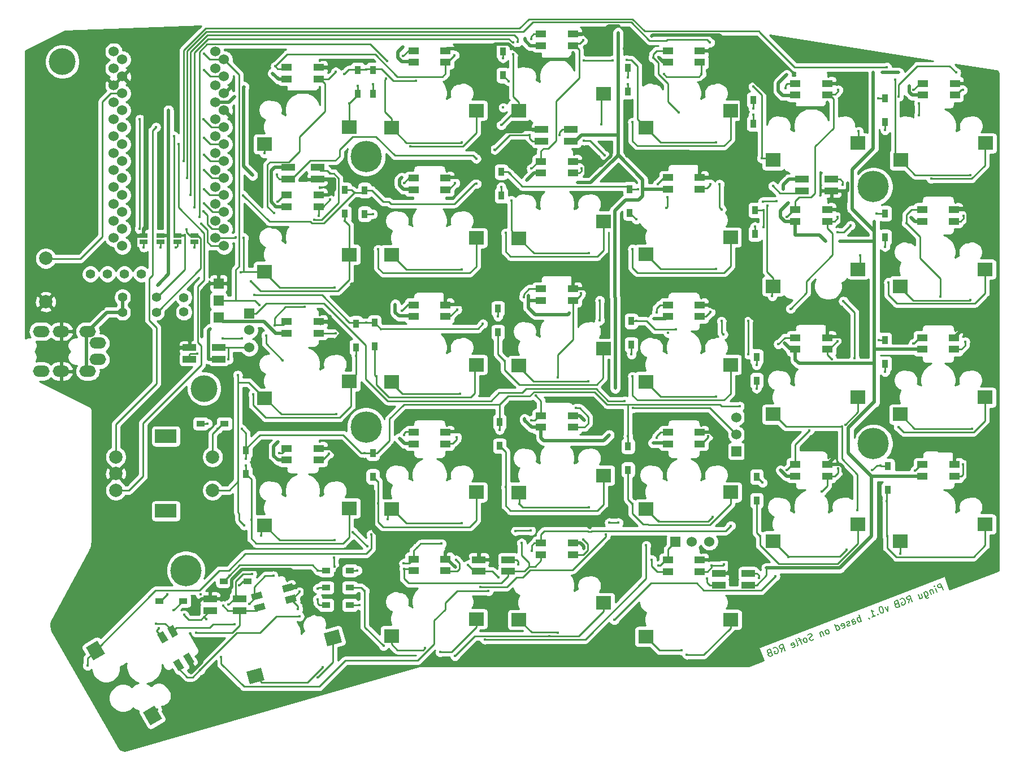
<source format=gbl>
G04 #@! TF.GenerationSoftware,KiCad,Pcbnew,(5.1.10-1-10_14)*
G04 #@! TF.CreationDate,2021-06-06T18:52:18-07:00*
G04 #@! TF.ProjectId,Soflyria,536f666c-7972-4696-912e-6b696361645f,rev?*
G04 #@! TF.SameCoordinates,Original*
G04 #@! TF.FileFunction,Copper,L2,Bot*
G04 #@! TF.FilePolarity,Positive*
%FSLAX46Y46*%
G04 Gerber Fmt 4.6, Leading zero omitted, Abs format (unit mm)*
G04 Created by KiCad (PCBNEW (5.1.10-1-10_14)) date 2021-06-06 18:52:18*
%MOMM*%
%LPD*%
G01*
G04 APERTURE LIST*
G04 #@! TA.AperFunction,NonConductor*
%ADD10C,0.200000*%
G04 #@! TD*
G04 #@! TA.AperFunction,SMDPad,CuDef*
%ADD11R,2.000000X1.000000*%
G04 #@! TD*
G04 #@! TA.AperFunction,ComponentPad*
%ADD12R,1.524000X1.524000*%
G04 #@! TD*
G04 #@! TA.AperFunction,ComponentPad*
%ADD13C,1.524000*%
G04 #@! TD*
G04 #@! TA.AperFunction,SMDPad,CuDef*
%ADD14R,1.600000X1.000000*%
G04 #@! TD*
G04 #@! TA.AperFunction,SMDPad,CuDef*
%ADD15R,2.300000X2.000000*%
G04 #@! TD*
G04 #@! TA.AperFunction,SMDPad,CuDef*
%ADD16R,1.300000X0.950000*%
G04 #@! TD*
G04 #@! TA.AperFunction,SMDPad,CuDef*
%ADD17R,0.950000X1.300000*%
G04 #@! TD*
G04 #@! TA.AperFunction,SMDPad,CuDef*
%ADD18C,0.100000*%
G04 #@! TD*
G04 #@! TA.AperFunction,ComponentPad*
%ADD19C,4.000000*%
G04 #@! TD*
G04 #@! TA.AperFunction,ComponentPad*
%ADD20C,1.397000*%
G04 #@! TD*
G04 #@! TA.AperFunction,ComponentPad*
%ADD21C,2.000000*%
G04 #@! TD*
G04 #@! TA.AperFunction,SMDPad,CuDef*
%ADD22R,1.143000X0.635000*%
G04 #@! TD*
G04 #@! TA.AperFunction,ComponentPad*
%ADD23C,4.700000*%
G04 #@! TD*
G04 #@! TA.AperFunction,ComponentPad*
%ADD24R,3.200000X2.000000*%
G04 #@! TD*
G04 #@! TA.AperFunction,ComponentPad*
%ADD25O,2.500000X1.700000*%
G04 #@! TD*
G04 #@! TA.AperFunction,ViaPad*
%ADD26C,0.400000*%
G04 #@! TD*
G04 #@! TA.AperFunction,Conductor*
%ADD27C,0.250000*%
G04 #@! TD*
G04 #@! TA.AperFunction,Conductor*
%ADD28C,0.500000*%
G04 #@! TD*
G04 #@! TA.AperFunction,Conductor*
%ADD29C,0.254000*%
G04 #@! TD*
G04 #@! TA.AperFunction,Conductor*
%ADD30C,0.100000*%
G04 #@! TD*
G04 APERTURE END LIST*
D10*
X216437788Y-121922247D02*
X216079420Y-120988667D01*
X215723770Y-121125188D01*
X215651923Y-121203775D01*
X215624532Y-121265296D01*
X215614206Y-121371273D01*
X215665402Y-121504642D01*
X215743988Y-121576489D01*
X215805509Y-121603880D01*
X215911487Y-121614206D01*
X216267137Y-121477685D01*
X215504208Y-122280615D02*
X215265296Y-121658228D01*
X215145840Y-121347035D02*
X215207361Y-121374426D01*
X215179970Y-121435947D01*
X215118449Y-121408556D01*
X215145840Y-121347035D01*
X215179970Y-121435947D01*
X214820734Y-121828880D02*
X215059646Y-122451267D01*
X214854864Y-121917792D02*
X214793343Y-121890401D01*
X214687365Y-121880075D01*
X214553996Y-121931271D01*
X214482149Y-122009857D01*
X214471823Y-122115835D01*
X214659540Y-122604853D01*
X213575960Y-122306704D02*
X213866067Y-123062459D01*
X213944654Y-123134307D01*
X214006175Y-123161698D01*
X214112152Y-123172024D01*
X214245521Y-123120828D01*
X214317368Y-123042242D01*
X213797807Y-122884634D02*
X213903784Y-122894960D01*
X214081609Y-122826700D01*
X214153456Y-122748113D01*
X214180847Y-122686592D01*
X214191173Y-122580614D01*
X214088782Y-122313877D01*
X214010196Y-122242030D01*
X213948675Y-122214639D01*
X213842697Y-122204313D01*
X213664872Y-122272573D01*
X213593025Y-122351160D01*
X212731292Y-122630941D02*
X212970204Y-123253328D01*
X213131398Y-122477355D02*
X213319114Y-122966373D01*
X213308788Y-123072351D01*
X213236941Y-123150937D01*
X213103572Y-123202133D01*
X212997595Y-123191807D01*
X212936073Y-123164416D01*
X211280868Y-123901804D02*
X211421410Y-123337786D01*
X211814342Y-123697022D02*
X211455974Y-122763442D01*
X211100325Y-122899963D01*
X211028477Y-122978549D01*
X211001086Y-123040070D01*
X210990760Y-123146048D01*
X211041956Y-123279417D01*
X211120542Y-123351264D01*
X211182064Y-123378655D01*
X211288041Y-123388981D01*
X211643691Y-123252460D01*
X210050441Y-123353982D02*
X210122288Y-123275396D01*
X210255657Y-123224200D01*
X210406090Y-123217461D01*
X210529133Y-123272243D01*
X210607719Y-123344091D01*
X210720436Y-123504850D01*
X210771632Y-123638219D01*
X210795436Y-123833109D01*
X210785110Y-123939086D01*
X210730328Y-124062129D01*
X210614024Y-124157781D01*
X210525112Y-124191911D01*
X210374678Y-124198650D01*
X210313157Y-124171259D01*
X210193701Y-123860066D01*
X210371526Y-123791805D01*
X209448271Y-124044196D02*
X209331968Y-124139847D01*
X209304577Y-124201369D01*
X209294251Y-124307346D01*
X209345446Y-124440715D01*
X209424033Y-124512562D01*
X209485554Y-124539953D01*
X209591532Y-124550279D01*
X209947181Y-124413758D01*
X209588813Y-123480177D01*
X209277620Y-123599633D01*
X209205773Y-123678220D01*
X209178382Y-123739741D01*
X209168056Y-123845719D01*
X209202186Y-123934631D01*
X209280772Y-124006479D01*
X209342294Y-124033870D01*
X209448271Y-124044196D01*
X209759465Y-123924740D01*
X208152302Y-124388651D02*
X208168933Y-125096363D01*
X207707740Y-124559302D01*
X207054809Y-124452890D02*
X206965897Y-124487021D01*
X206894050Y-124565607D01*
X206866659Y-124627129D01*
X206856333Y-124733106D01*
X206880137Y-124927996D01*
X206965463Y-125150277D01*
X207078179Y-125311037D01*
X207156766Y-125382884D01*
X207218287Y-125410275D01*
X207324265Y-125420601D01*
X207413177Y-125386471D01*
X207485025Y-125307884D01*
X207512416Y-125246363D01*
X207522742Y-125140385D01*
X207498937Y-124945495D01*
X207413612Y-124723214D01*
X207300895Y-124562455D01*
X207222308Y-124490607D01*
X207160787Y-124463216D01*
X207054809Y-124452890D01*
X206667748Y-125570601D02*
X206640357Y-125632122D01*
X206701878Y-125659513D01*
X206729269Y-125597992D01*
X206667748Y-125570601D01*
X206701878Y-125659513D01*
X205768298Y-126017881D02*
X206301772Y-125813099D01*
X206035035Y-125915490D02*
X205676667Y-124981910D01*
X205816775Y-125081148D01*
X205939817Y-125135930D01*
X206045795Y-125146256D01*
X205306670Y-126144076D02*
X205323735Y-126188532D01*
X205402322Y-126260380D01*
X205463843Y-126287771D01*
X204212330Y-126615161D02*
X203853962Y-125681581D01*
X203990483Y-126037230D02*
X203884506Y-126026904D01*
X203706681Y-126095165D01*
X203634834Y-126173751D01*
X203607443Y-126235273D01*
X203597117Y-126341250D01*
X203699507Y-126607988D01*
X203778094Y-126679835D01*
X203839615Y-126707226D01*
X203945593Y-126717552D01*
X204123418Y-126649291D01*
X204195265Y-126570705D01*
X202967556Y-127092985D02*
X202779840Y-126603967D01*
X202790166Y-126497989D01*
X202862013Y-126419403D01*
X203039838Y-126351142D01*
X203145815Y-126361468D01*
X202950491Y-127048529D02*
X203056469Y-127058855D01*
X203278750Y-126973529D01*
X203350597Y-126894942D01*
X203360923Y-126788965D01*
X203326793Y-126700052D01*
X203248206Y-126628205D01*
X203142229Y-126617879D01*
X202919948Y-126703205D01*
X202813970Y-126692879D01*
X202550385Y-127202115D02*
X202478538Y-127280701D01*
X202300713Y-127348962D01*
X202194736Y-127338636D01*
X202116149Y-127266789D01*
X202099084Y-127222333D01*
X202109410Y-127116355D01*
X202181257Y-127037769D01*
X202314626Y-126986573D01*
X202386473Y-126907987D01*
X202396799Y-126802009D01*
X202379734Y-126757553D01*
X202301147Y-126685706D01*
X202195170Y-126675380D01*
X202061801Y-126726575D01*
X201989954Y-126805162D01*
X201394524Y-127645809D02*
X201500501Y-127656135D01*
X201678326Y-127587874D01*
X201750173Y-127509287D01*
X201760499Y-127403310D01*
X201623978Y-127047660D01*
X201545392Y-126975813D01*
X201439414Y-126965487D01*
X201261589Y-127033748D01*
X201189742Y-127112334D01*
X201179416Y-127218312D01*
X201213546Y-127307224D01*
X201692239Y-127225485D01*
X200566921Y-128014502D02*
X200208553Y-127080922D01*
X200549856Y-127970046D02*
X200655833Y-127980372D01*
X200833658Y-127912112D01*
X200905505Y-127833525D01*
X200932896Y-127772004D01*
X200943222Y-127666026D01*
X200840832Y-127399289D01*
X200762245Y-127327442D01*
X200700724Y-127300051D01*
X200594746Y-127289725D01*
X200416921Y-127357985D01*
X200345074Y-127436572D01*
X199277691Y-128509392D02*
X199349538Y-128430805D01*
X199376929Y-128369284D01*
X199387255Y-128263306D01*
X199284864Y-127996569D01*
X199206278Y-127924722D01*
X199144756Y-127897331D01*
X199038779Y-127887005D01*
X198905410Y-127938200D01*
X198833563Y-128016787D01*
X198806172Y-128078308D01*
X198795846Y-128184285D01*
X198898237Y-128451023D01*
X198976823Y-128522870D01*
X199038345Y-128550261D01*
X199144322Y-128560587D01*
X199277691Y-128509392D01*
X198327479Y-128160047D02*
X198566391Y-128782434D01*
X198361610Y-128248959D02*
X198300088Y-128221568D01*
X198194111Y-128211242D01*
X198060742Y-128262438D01*
X197988895Y-128341024D01*
X197978569Y-128447002D01*
X198166285Y-128936020D01*
X197037815Y-129318192D02*
X196921512Y-129413844D01*
X196699231Y-129499170D01*
X196593253Y-129488844D01*
X196531732Y-129461453D01*
X196453145Y-129389605D01*
X196419015Y-129300693D01*
X196429341Y-129194715D01*
X196456732Y-129133194D01*
X196528579Y-129054608D01*
X196689339Y-128941891D01*
X196761186Y-128863304D01*
X196788577Y-128801783D01*
X196798903Y-128695805D01*
X196764773Y-128606893D01*
X196686186Y-128535046D01*
X196624665Y-128507655D01*
X196518687Y-128497329D01*
X196296406Y-128582654D01*
X196180103Y-128678306D01*
X195987931Y-129772212D02*
X196059778Y-129693625D01*
X196087169Y-129632104D01*
X196097495Y-129526127D01*
X195995105Y-129259389D01*
X195916518Y-129187542D01*
X195854997Y-129160151D01*
X195749019Y-129149825D01*
X195615651Y-129201020D01*
X195543803Y-129279607D01*
X195516412Y-129341128D01*
X195506086Y-129447106D01*
X195608477Y-129713843D01*
X195687064Y-129785690D01*
X195748585Y-129813081D01*
X195854563Y-129823407D01*
X195987931Y-129772212D01*
X195171088Y-129371672D02*
X194815439Y-129508193D01*
X195276632Y-130045254D02*
X194969459Y-129245042D01*
X194890873Y-129173195D01*
X194784895Y-129162869D01*
X194695983Y-129196999D01*
X194609789Y-130301231D02*
X194681636Y-130222645D01*
X194691962Y-130116667D01*
X194384789Y-129316455D01*
X193881424Y-130529817D02*
X193987402Y-130540143D01*
X194165226Y-130471883D01*
X194237074Y-130393296D01*
X194247400Y-130287319D01*
X194110879Y-129931669D01*
X194032292Y-129859822D01*
X193926315Y-129849496D01*
X193748490Y-129917756D01*
X193676642Y-129996343D01*
X193666316Y-130102320D01*
X193700447Y-130191233D01*
X194179139Y-130109494D01*
X192209153Y-131222749D02*
X192349695Y-130658731D01*
X192742628Y-131017967D02*
X192384260Y-130084387D01*
X192028610Y-130220908D01*
X191956763Y-130299494D01*
X191929372Y-130361016D01*
X191919046Y-130466993D01*
X191970241Y-130600362D01*
X192048828Y-130672209D01*
X192110349Y-130699600D01*
X192216327Y-130709926D01*
X192571976Y-130573405D01*
X190978726Y-130674927D02*
X191050573Y-130596341D01*
X191183942Y-130545146D01*
X191334376Y-130538406D01*
X191457419Y-130593189D01*
X191536005Y-130665036D01*
X191648722Y-130825795D01*
X191699917Y-130959164D01*
X191723722Y-131154054D01*
X191713396Y-131260032D01*
X191658614Y-131383074D01*
X191542310Y-131478726D01*
X191453398Y-131512856D01*
X191302964Y-131519595D01*
X191241443Y-131492204D01*
X191121987Y-131181011D01*
X191299811Y-131112750D01*
X190376557Y-131365141D02*
X190260253Y-131460792D01*
X190232862Y-131522314D01*
X190222536Y-131628291D01*
X190273732Y-131761660D01*
X190352318Y-131833507D01*
X190413840Y-131860898D01*
X190519817Y-131871224D01*
X190875467Y-131734703D01*
X190517099Y-130801123D01*
X190205905Y-130920579D01*
X190134058Y-130999165D01*
X190106667Y-131060687D01*
X190096341Y-131166664D01*
X190130471Y-131255576D01*
X190209058Y-131327424D01*
X190270579Y-131354815D01*
X190376557Y-131365141D01*
X190687750Y-131245685D01*
D11*
X106650000Y-123255000D03*
X106650000Y-125005000D03*
X111050000Y-125005000D03*
X111050000Y-123255000D03*
X122700000Y-60375000D03*
X122700000Y-58625000D03*
X118300000Y-58625000D03*
X118300000Y-60375000D03*
X156300000Y-52915000D03*
X156300000Y-54665000D03*
X160700000Y-54665000D03*
X160700000Y-52915000D03*
X199700000Y-62125000D03*
X199700000Y-60375000D03*
X195300000Y-60375000D03*
X195300000Y-62125000D03*
X146883600Y-117387600D03*
X146883600Y-119137600D03*
X151283600Y-119137600D03*
X151283600Y-117387600D03*
X182850000Y-119445000D03*
X182850000Y-121195000D03*
X187250000Y-121195000D03*
X187250000Y-119445000D03*
X103550000Y-85625000D03*
X103550000Y-87375000D03*
X107950000Y-87375000D03*
X107950000Y-85625000D03*
D12*
X107900000Y-81100000D03*
X107900000Y-78600000D03*
X107900000Y-76000000D03*
D13*
X112500000Y-85600000D03*
X112500000Y-83000000D03*
D12*
X112500000Y-80500000D03*
D14*
X218200000Y-46025000D03*
X218200000Y-47775000D03*
X213400000Y-47775000D03*
X213400000Y-46025000D03*
D15*
X210100000Y-57520000D03*
X222800000Y-54980000D03*
X165600000Y-104770000D03*
X152900000Y-107310000D03*
D14*
X156200000Y-95815000D03*
X156200000Y-97565000D03*
X161000000Y-97565000D03*
X161000000Y-95815000D03*
D15*
X203700000Y-112080000D03*
X191000000Y-114620000D03*
D14*
X194300000Y-103125000D03*
X194300000Y-104875000D03*
X199100000Y-104875000D03*
X199100000Y-103125000D03*
D15*
X222700000Y-73880000D03*
X210000000Y-76420000D03*
D14*
X213300000Y-64925000D03*
X213300000Y-66675000D03*
X218100000Y-66675000D03*
X218100000Y-64925000D03*
D15*
X203700000Y-73880000D03*
X191000000Y-76420000D03*
D14*
X194300000Y-64925000D03*
X194300000Y-66675000D03*
X199100000Y-66675000D03*
X199100000Y-64925000D03*
D15*
X203700000Y-93080000D03*
X191000000Y-95620000D03*
D14*
X194300000Y-84125000D03*
X194300000Y-85875000D03*
X199100000Y-85875000D03*
X199100000Y-84125000D03*
D15*
X146500000Y-50080000D03*
X133800000Y-52620000D03*
D14*
X137100000Y-41125000D03*
X137100000Y-42875000D03*
X141900000Y-42875000D03*
X141900000Y-41125000D03*
D16*
X127580000Y-119020000D03*
X124030000Y-119020000D03*
X124000000Y-121600000D03*
X127550000Y-121600000D03*
X127550000Y-124200000D03*
X124000000Y-124200000D03*
X112199800Y-120624800D03*
X108649800Y-120624800D03*
X102575000Y-123600000D03*
X99025000Y-123600000D03*
X108775000Y-97000000D03*
X105225000Y-97000000D03*
D17*
X208200000Y-106950000D03*
X208200000Y-103400000D03*
X188500000Y-108525000D03*
X188500000Y-104975000D03*
X169250000Y-103925000D03*
X169250000Y-100375000D03*
X150000000Y-100340000D03*
X150000000Y-96790000D03*
X131000000Y-104950000D03*
X131000000Y-101400000D03*
X112000000Y-104525000D03*
X112000000Y-100975000D03*
X207750000Y-88050000D03*
X207750000Y-84500000D03*
X188500000Y-90550000D03*
X188500000Y-87000000D03*
X169725000Y-85200000D03*
X169725000Y-81650000D03*
X149750000Y-83340000D03*
X149750000Y-79790000D03*
X131250000Y-85450000D03*
X131250000Y-81900000D03*
X128500000Y-85550000D03*
X128500000Y-82000000D03*
X207750000Y-69050000D03*
X207750000Y-65500000D03*
X188250000Y-68550000D03*
X188250000Y-65000000D03*
X169500000Y-65425000D03*
X169500000Y-61875000D03*
X150250000Y-62840000D03*
X150250000Y-59290000D03*
X129800000Y-65575000D03*
X129800000Y-62025000D03*
X126800000Y-65550000D03*
X126800000Y-62000000D03*
X207750000Y-51800000D03*
X207750000Y-48250000D03*
X188000000Y-52025000D03*
X188000000Y-48475000D03*
X169250000Y-47200000D03*
X169250000Y-43650000D03*
X150500000Y-44815000D03*
X150500000Y-41265000D03*
X131000000Y-47555500D03*
X131000000Y-44005500D03*
X128750000Y-47550000D03*
X128750000Y-44000000D03*
D15*
X184600000Y-126380000D03*
X171900000Y-128920000D03*
D14*
X175200000Y-117425000D03*
X175200000Y-119175000D03*
X180000000Y-119175000D03*
X180000000Y-117425000D03*
D15*
X165600000Y-123870000D03*
X152900000Y-126410000D03*
D14*
X156200000Y-114915000D03*
X156200000Y-116665000D03*
X161000000Y-116665000D03*
X161000000Y-114915000D03*
D15*
X146500000Y-126280000D03*
X133800000Y-128820000D03*
D14*
X137100000Y-117325000D03*
X137100000Y-119075000D03*
X141900000Y-119075000D03*
X141900000Y-117325000D03*
G04 #@! TA.AperFunction,SMDPad,CuDef*
D18*
G36*
X124177238Y-130343923D02*
G01*
X123659600Y-128412071D01*
X125881230Y-127816787D01*
X126398868Y-129748639D01*
X124177238Y-130343923D01*
G37*
G04 #@! TD.AperFunction*
G04 #@! TA.AperFunction,SMDPad,CuDef*
G36*
X112567380Y-136084377D02*
G01*
X112049742Y-134152525D01*
X114271372Y-133557241D01*
X114789010Y-135489093D01*
X112567380Y-136084377D01*
G37*
G04 #@! TD.AperFunction*
G04 #@! TA.AperFunction,SMDPad,CuDef*
G36*
X114275138Y-122173371D02*
G01*
X114533957Y-123139297D01*
X112988476Y-123553407D01*
X112729657Y-122587481D01*
X114275138Y-122173371D01*
G37*
G04 #@! TD.AperFunction*
G04 #@! TA.AperFunction,SMDPad,CuDef*
G36*
X114728071Y-123863741D02*
G01*
X114986890Y-124829667D01*
X113441409Y-125243777D01*
X113182590Y-124277851D01*
X114728071Y-123863741D01*
G37*
G04 #@! TD.AperFunction*
G04 #@! TA.AperFunction,SMDPad,CuDef*
G36*
X119364515Y-122621409D02*
G01*
X119623334Y-123587335D01*
X118077853Y-124001445D01*
X117819034Y-123035519D01*
X119364515Y-122621409D01*
G37*
G04 #@! TD.AperFunction*
G04 #@! TA.AperFunction,SMDPad,CuDef*
G36*
X118911582Y-120931039D02*
G01*
X119170401Y-121896965D01*
X117624920Y-122311075D01*
X117366101Y-121345149D01*
X118911582Y-120931039D01*
G37*
G04 #@! TD.AperFunction*
G04 #@! TA.AperFunction,SMDPad,CuDef*
G36*
X96534629Y-140256249D02*
G01*
X98266679Y-139256249D01*
X99416679Y-141248107D01*
X97684629Y-142248107D01*
X96534629Y-140256249D01*
G37*
G04 #@! TD.AperFunction*
G04 #@! TA.AperFunction,SMDPad,CuDef*
G36*
X87984925Y-130527726D02*
G01*
X89716975Y-129527726D01*
X90866975Y-131519584D01*
X89134925Y-132519584D01*
X87984925Y-130527726D01*
G37*
G04 #@! TD.AperFunction*
G04 #@! TA.AperFunction,SMDPad,CuDef*
G36*
X101863925Y-128576859D02*
G01*
X100997899Y-129076859D01*
X100197899Y-127691219D01*
X101063925Y-127191219D01*
X101863925Y-128576859D01*
G37*
G04 #@! TD.AperFunction*
G04 #@! TA.AperFunction,SMDPad,CuDef*
G36*
X100348380Y-129451859D02*
G01*
X99482354Y-129951859D01*
X98682354Y-128566219D01*
X99548380Y-128066219D01*
X100348380Y-129451859D01*
G37*
G04 #@! TD.AperFunction*
G04 #@! TA.AperFunction,SMDPad,CuDef*
G36*
X102748380Y-133608781D02*
G01*
X101882354Y-134108781D01*
X101082354Y-132723141D01*
X101948380Y-132223141D01*
X102748380Y-133608781D01*
G37*
G04 #@! TD.AperFunction*
G04 #@! TA.AperFunction,SMDPad,CuDef*
G36*
X104263925Y-132733781D02*
G01*
X103397899Y-133233781D01*
X102597899Y-131848141D01*
X103463925Y-131348141D01*
X104263925Y-132733781D01*
G37*
G04 #@! TD.AperFunction*
D15*
X222750000Y-112080000D03*
X210050000Y-114620000D03*
D14*
X213350000Y-103125000D03*
X213350000Y-104875000D03*
X218150000Y-104875000D03*
X218150000Y-103125000D03*
D15*
X184600000Y-107280000D03*
X171900000Y-109820000D03*
D14*
X175200000Y-98325000D03*
X175200000Y-100075000D03*
X180000000Y-100075000D03*
X180000000Y-98325000D03*
D15*
X146500000Y-107280000D03*
X133800000Y-109820000D03*
D14*
X137100000Y-98325000D03*
X137100000Y-100075000D03*
X141900000Y-100075000D03*
X141900000Y-98325000D03*
D15*
X127500000Y-109680000D03*
X114800000Y-112220000D03*
D14*
X118100000Y-100725000D03*
X118100000Y-102475000D03*
X122900000Y-102475000D03*
X122900000Y-100725000D03*
D15*
X222700000Y-93080000D03*
X210000000Y-95620000D03*
D14*
X213300000Y-84125000D03*
X213300000Y-85875000D03*
X218100000Y-85875000D03*
X218100000Y-84125000D03*
D15*
X184600000Y-88180000D03*
X171900000Y-90720000D03*
D14*
X175200000Y-79225000D03*
X175200000Y-80975000D03*
X180000000Y-80975000D03*
X180000000Y-79225000D03*
D15*
X165600000Y-85770000D03*
X152900000Y-88310000D03*
D14*
X156200000Y-76815000D03*
X156200000Y-78565000D03*
X161000000Y-78565000D03*
X161000000Y-76815000D03*
D15*
X146500000Y-88180000D03*
X133800000Y-90720000D03*
D14*
X137100000Y-79225000D03*
X137100000Y-80975000D03*
X141900000Y-80975000D03*
X141900000Y-79225000D03*
D15*
X127500000Y-90680000D03*
X114800000Y-93220000D03*
D14*
X118100000Y-81725000D03*
X118100000Y-83475000D03*
X122900000Y-83475000D03*
X122900000Y-81725000D03*
D15*
X184600000Y-69080000D03*
X171900000Y-71620000D03*
D14*
X175200000Y-60125000D03*
X175200000Y-61875000D03*
X180000000Y-61875000D03*
X180000000Y-60125000D03*
D15*
X165600000Y-66670000D03*
X152900000Y-69210000D03*
D14*
X156200000Y-57715000D03*
X156200000Y-59465000D03*
X161000000Y-59465000D03*
X161000000Y-57715000D03*
D15*
X146500000Y-69180000D03*
X133800000Y-71720000D03*
D14*
X137100000Y-60225000D03*
X137100000Y-61975000D03*
X141900000Y-61975000D03*
X141900000Y-60225000D03*
D15*
X127500000Y-71680000D03*
X114800000Y-74220000D03*
D14*
X118100000Y-62725000D03*
X118100000Y-64475000D03*
X122900000Y-64475000D03*
X122900000Y-62725000D03*
D15*
X203700000Y-54980000D03*
X191000000Y-57520000D03*
D14*
X194300000Y-46025000D03*
X194300000Y-47775000D03*
X199100000Y-47775000D03*
X199100000Y-46025000D03*
D15*
X184600000Y-50080000D03*
X171900000Y-52620000D03*
D14*
X175200000Y-41125000D03*
X175200000Y-42875000D03*
X180000000Y-42875000D03*
X180000000Y-41125000D03*
D15*
X165600000Y-47580000D03*
X152900000Y-50120000D03*
D14*
X156200000Y-38625000D03*
X156200000Y-40375000D03*
X161000000Y-40375000D03*
X161000000Y-38625000D03*
D15*
X127500000Y-52580000D03*
X114800000Y-55120000D03*
D14*
X118100000Y-43625000D03*
X118100000Y-45375000D03*
X122900000Y-45375000D03*
X122900000Y-43625000D03*
D13*
X181427000Y-114706600D03*
X178827000Y-114706600D03*
D12*
X176327000Y-114706600D03*
D13*
X185500000Y-96050000D03*
X185500000Y-98650000D03*
D12*
X185500000Y-101150000D03*
D13*
X93478815Y-47505745D03*
X108718815Y-65285745D03*
X93478815Y-57665745D03*
X108718815Y-55125745D03*
X108718815Y-50045745D03*
X93478815Y-67825745D03*
X108718815Y-47505745D03*
X108718815Y-42425745D03*
X93478815Y-62745745D03*
X108718815Y-70365745D03*
X93478815Y-55125745D03*
X93478815Y-44965745D03*
X93478815Y-50045745D03*
X93478815Y-52585745D03*
X93478815Y-65285745D03*
X93478815Y-60205745D03*
X108718815Y-62745745D03*
X108718815Y-60205745D03*
X93478815Y-70365745D03*
X108718815Y-67825745D03*
X108718815Y-44965745D03*
X93478815Y-42425745D03*
X108718815Y-57665745D03*
X108718815Y-52585745D03*
X92180000Y-41230000D03*
X92180000Y-43770000D03*
X92180000Y-46310000D03*
X92180000Y-48850000D03*
X92180000Y-51390000D03*
X92180000Y-53930000D03*
X92180000Y-56470000D03*
X92180000Y-59010000D03*
X92180000Y-61550000D03*
X92180000Y-64090000D03*
X92180000Y-66630000D03*
X92180000Y-69170000D03*
X107420000Y-69170000D03*
X107420000Y-66630000D03*
X107420000Y-64090000D03*
X107420000Y-61550000D03*
X107420000Y-59010000D03*
X107420000Y-56470000D03*
X107420000Y-53930000D03*
X107420000Y-51390000D03*
X107420000Y-48850000D03*
X107420000Y-46310000D03*
X107420000Y-43770000D03*
X107420000Y-41230000D03*
D19*
X84500000Y-42750000D03*
X105750000Y-91750000D03*
D20*
X96320000Y-74600000D03*
X93780000Y-74600000D03*
X91240000Y-74600000D03*
X88700000Y-74600000D03*
D21*
X82000000Y-72250000D03*
X82000000Y-78750000D03*
D22*
X96700000Y-68799620D03*
X96700000Y-69800380D03*
X99200000Y-68799620D03*
X99200000Y-69800380D03*
X101700000Y-68799620D03*
X101700000Y-69800380D03*
X104300000Y-68799620D03*
X104300000Y-69800380D03*
D20*
X98579272Y-80311965D03*
X93499272Y-80311965D03*
X98579272Y-78061965D03*
X93499272Y-78061965D03*
X102700000Y-78100000D03*
X102700000Y-80300000D03*
D23*
X206000000Y-100000000D03*
X130000000Y-97500000D03*
X130000000Y-57000000D03*
D21*
X107000000Y-107000000D03*
X107000000Y-102000000D03*
D24*
X100000000Y-110100000D03*
X100000000Y-98900000D03*
D21*
X92500000Y-107000000D03*
X92500000Y-104500000D03*
X92500000Y-102000000D03*
D23*
X103000000Y-119000000D03*
X206000000Y-61500000D03*
D25*
X88300000Y-89150000D03*
X89800000Y-84950000D03*
X81300000Y-89150000D03*
X84300000Y-89150000D03*
X81300000Y-83200000D03*
X84300000Y-83200000D03*
X88300000Y-83200000D03*
X89800000Y-87400000D03*
D26*
X128750000Y-46400000D03*
X127450000Y-49000000D03*
X105327833Y-67072169D03*
X106250000Y-97000000D03*
X105189400Y-122624800D03*
X122773800Y-119020000D03*
X109512300Y-119762300D03*
X100200000Y-122600000D03*
X122732600Y-121732600D03*
X122732600Y-123332600D03*
X131000000Y-46150000D03*
X136588496Y-55452510D03*
X150550000Y-49640000D03*
X151362500Y-45677500D03*
X165250000Y-52190000D03*
X105700000Y-59000000D03*
X188000000Y-49750000D03*
X169250000Y-45150000D03*
X130000000Y-43900000D03*
X206750000Y-48250000D03*
X126750000Y-44600000D03*
X137450000Y-45600000D03*
X150500004Y-42222496D03*
X169900000Y-51850000D03*
X169250000Y-46150000D03*
X105700000Y-61900000D03*
X151500000Y-59540000D03*
X170775000Y-61875000D03*
X146532600Y-61061600D03*
X189500000Y-65000000D03*
X206500000Y-65500000D03*
X189500000Y-67550000D03*
X111574990Y-62800000D03*
X200650000Y-68350000D03*
X202565000Y-67310000D03*
X128239998Y-62400000D03*
X188000000Y-50750000D03*
X203800000Y-53200000D03*
X105700000Y-64000000D03*
X149750000Y-80940000D03*
X188500000Y-88250000D03*
X113250000Y-77750000D03*
X147500012Y-82050000D03*
X206825000Y-84500000D03*
X130000000Y-81900000D03*
X176450000Y-82900000D03*
X170480000Y-81650000D03*
X207750000Y-53000000D03*
X214655400Y-60291210D03*
X105600000Y-65200000D03*
X112000000Y-102250000D03*
X150000000Y-97940000D03*
X111350001Y-97825012D03*
X189387500Y-105862500D03*
X169250000Y-98900000D03*
X186000000Y-94400000D03*
X129750000Y-101400000D03*
X207057999Y-103273747D03*
X205800000Y-104000000D03*
X112750000Y-75650000D03*
X126800000Y-66600000D03*
X131800000Y-70900000D03*
X131000000Y-65600000D03*
X150900000Y-68440000D03*
X150250000Y-61540000D03*
X169900000Y-70850000D03*
X170487500Y-66412500D03*
X204000000Y-71750000D03*
X188250000Y-67500000D03*
X207750000Y-70500000D03*
X208250000Y-75850000D03*
X113050000Y-92600000D03*
X128500000Y-86900000D03*
X131550000Y-89900000D03*
X150800000Y-87640000D03*
X169900000Y-89950000D03*
X169750000Y-86650000D03*
X188500000Y-91750000D03*
X201797467Y-97158879D03*
X209750000Y-97500000D03*
X207750000Y-89250000D03*
X112800000Y-111450000D03*
X112000000Y-103250000D03*
X131800000Y-108950000D03*
X150900000Y-106540000D03*
X169900000Y-109050000D03*
X189000000Y-113850000D03*
X208050000Y-113850000D03*
X208000000Y-108600000D03*
X98687000Y-139889000D03*
X101175000Y-125000000D03*
X122750000Y-135000000D03*
X110984999Y-121234999D03*
X141108000Y-131259000D03*
X129000000Y-124200000D03*
X100400008Y-68800000D03*
X100400000Y-50045745D03*
X211625000Y-104875000D03*
X116000000Y-44500000D03*
X110250000Y-48000000D03*
X193012500Y-44737500D03*
X153750000Y-96290000D03*
X173000000Y-99900000D03*
X210875000Y-85875000D03*
X135325000Y-60125000D03*
X167750000Y-38440000D03*
X173475000Y-61875000D03*
X167325000Y-78115000D03*
X162250000Y-53790000D03*
X135500000Y-40575010D03*
X167325000Y-91715000D03*
X166424990Y-98714990D03*
X116850000Y-99700000D03*
X192100000Y-104000000D03*
X135000000Y-99200004D03*
X134375000Y-79125000D03*
X154300002Y-77790000D03*
X160475000Y-80440000D03*
X173100000Y-81250000D03*
X192700000Y-84950000D03*
X211650000Y-66100000D03*
X206175000Y-66675000D03*
X153800000Y-39290000D03*
X173806234Y-42086230D03*
X116350000Y-83400000D03*
X115800000Y-61500000D03*
X113000000Y-59800000D03*
X111725000Y-46525000D03*
X161650000Y-60890000D03*
X154099999Y-60539999D03*
X193300000Y-63925000D03*
X198874990Y-69700000D03*
X200950000Y-69700000D03*
X189950000Y-118650000D03*
X98966400Y-127646200D03*
X104503600Y-128314400D03*
X172781800Y-117399000D03*
X167803400Y-111861800D03*
X166424990Y-111865010D03*
X135669468Y-118748132D03*
X153294800Y-114915000D03*
X128025000Y-113250000D03*
X130160600Y-115417800D03*
X205994000Y-44373800D03*
X207340200Y-44373800D03*
X192532000Y-61849000D03*
X108600000Y-124300000D03*
X202250000Y-100999998D03*
X106624999Y-82800000D03*
X106400000Y-87200000D03*
X211400000Y-46400000D03*
X209800000Y-44400000D03*
X98750000Y-76250000D03*
X85750000Y-91500000D03*
X90250000Y-104500000D03*
X117500000Y-104400000D03*
X113100000Y-96900000D03*
X121400000Y-97100000D03*
X114500000Y-102900000D03*
X100000000Y-91800000D03*
X97700000Y-94000000D03*
X95600000Y-96600000D03*
X95000000Y-104500000D03*
X103250000Y-83000000D03*
X84000000Y-79750000D03*
X84300000Y-85250000D03*
X84400000Y-87300000D03*
X88900008Y-77550000D03*
X90750000Y-77500000D03*
X90650008Y-79800000D03*
X86150008Y-81550000D03*
X95400008Y-83550000D03*
X97150008Y-83550000D03*
X94100000Y-83600000D03*
X80000000Y-79750000D03*
X113236400Y-67208200D03*
X166100000Y-120400000D03*
X169800000Y-120300000D03*
X167600000Y-121700000D03*
X165800000Y-63100000D03*
X166600000Y-59800000D03*
X167800000Y-62500000D03*
X96700000Y-67800000D03*
X96900000Y-48800000D03*
X96900000Y-44965745D03*
X106700000Y-74700000D03*
X90500000Y-100000000D03*
X148500000Y-95400000D03*
X124500000Y-44250000D03*
X144000000Y-40800000D03*
X153625000Y-52915000D03*
X182000000Y-79650000D03*
X200750000Y-85750000D03*
X144175000Y-60125000D03*
X181975000Y-60125000D03*
X111750000Y-88500000D03*
X185400000Y-82150000D03*
X185650000Y-78000000D03*
X186500000Y-72150000D03*
X185350000Y-65950000D03*
X188300000Y-70950000D03*
X188700000Y-76550000D03*
X190500000Y-83150000D03*
X185700000Y-54750000D03*
X185450000Y-59400000D03*
X186150000Y-40900000D03*
X190400000Y-45250000D03*
X125450000Y-101500000D03*
X220175021Y-104874979D03*
X192374999Y-100924999D03*
X200100000Y-100400000D03*
X201500000Y-104250000D03*
X182381001Y-99068999D03*
X162700000Y-96490000D03*
X144900000Y-98900004D03*
X144950000Y-79150000D03*
X163200000Y-77240000D03*
X212500000Y-81000000D03*
X220562002Y-83212002D03*
X220200000Y-66650000D03*
X117150000Y-47100000D03*
X123000000Y-46950000D03*
X163850000Y-39890000D03*
X181700000Y-43200000D03*
X201750000Y-47800000D03*
X123950000Y-85550000D03*
X215800000Y-101100000D03*
X125250001Y-60399999D03*
X162950000Y-59590002D03*
X169050000Y-56850000D03*
X166650000Y-55940000D03*
X201056001Y-67443999D03*
X204500000Y-52050000D03*
X209450000Y-64250000D03*
X209350000Y-67600000D03*
X186924999Y-110225001D03*
X148500000Y-52300000D03*
X124598000Y-80950008D03*
X104600000Y-125200000D03*
X181200002Y-117425000D03*
X146883600Y-115783200D03*
X163510800Y-112581400D03*
X120909801Y-123820001D03*
X105418000Y-130194000D03*
X149047200Y-92125800D03*
X172770800Y-38938200D03*
X167894000Y-37439600D03*
X211378787Y-48652217D03*
X143383000Y-118554500D03*
X199099994Y-48824994D03*
X202120500Y-60959998D03*
X161000002Y-41375002D03*
X162600000Y-115700000D03*
X127800001Y-76100001D03*
X103100000Y-139800000D03*
X107200000Y-134400000D03*
X99700000Y-134300000D03*
X113900000Y-137800000D03*
X128400000Y-134500000D03*
X149100000Y-127800000D03*
X146900000Y-124100000D03*
X163500000Y-117700000D03*
X170800000Y-117800000D03*
X167500000Y-114300000D03*
X169243100Y-38356900D03*
X172600000Y-43100000D03*
X168600000Y-40800000D03*
X130600000Y-74700000D03*
X139400000Y-76100000D03*
X148500000Y-101700000D03*
X148500000Y-112300000D03*
X149500000Y-107400000D03*
X151100000Y-111300000D03*
X154000000Y-111200000D03*
X165200000Y-110900000D03*
X165900000Y-128300000D03*
X168500000Y-128100000D03*
X185000000Y-123500000D03*
X187600000Y-123500000D03*
X207200000Y-108800000D03*
X206200000Y-115700000D03*
X205100000Y-118700000D03*
X213900000Y-118700000D03*
X223200000Y-101400000D03*
X223500000Y-85800000D03*
X220900000Y-88100000D03*
X177000000Y-76200000D03*
X172800000Y-78200000D03*
X169700000Y-79600000D03*
X168900000Y-75900000D03*
X168500000Y-67800000D03*
X165700000Y-72900000D03*
X165700000Y-76700000D03*
X101438100Y-46469100D03*
X114176200Y-62687000D03*
X123599600Y-104863700D03*
X163614100Y-130975100D03*
X156806900Y-132270500D03*
X151282400Y-130479800D03*
X184302400Y-131940300D03*
X189077600Y-128346200D03*
X209000000Y-121750000D03*
X206743300Y-114604800D03*
X218846400Y-107911900D03*
X209905600Y-100698300D03*
X206629000Y-96100900D03*
X211963000Y-88176100D03*
X209804000Y-88176100D03*
X218541600Y-88684100D03*
X218351100Y-69646800D03*
X211836000Y-69608700D03*
X217322400Y-61607700D03*
X220433900Y-62064900D03*
X215049100Y-61772800D03*
X210934300Y-60553600D03*
X220408500Y-49885600D03*
X222923100Y-52451000D03*
X223685100Y-57200800D03*
X222211900Y-44970700D03*
X204698600Y-45529500D03*
X206781400Y-42494200D03*
X210832700Y-43180000D03*
X192925700Y-40627300D03*
X177203100Y-57429400D03*
X172681900Y-58877200D03*
X107937300Y-117297200D03*
X94348300Y-124167900D03*
X86855300Y-129565400D03*
X90792300Y-119316500D03*
X94843600Y-112979200D03*
X100076000Y-104254300D03*
X95200000Y-91500000D03*
X102565200Y-94475300D03*
X116395500Y-41541700D03*
X110959900Y-41744900D03*
X112699800Y-43713400D03*
X113868200Y-46418500D03*
X101955600Y-38404800D03*
X95288100Y-38671500D03*
X148018500Y-78536800D03*
X151511000Y-78308200D03*
X151422100Y-82042000D03*
X155740100Y-81953100D03*
X147370800Y-84328000D03*
X207721200Y-80670400D03*
X204837500Y-82500000D03*
X204762100Y-86385400D03*
X203847700Y-78790800D03*
X105400000Y-84000000D03*
X220400000Y-47800000D03*
X103800000Y-134400000D03*
X142400000Y-102800000D03*
X143000000Y-95400000D03*
X128200000Y-126000000D03*
X128600000Y-131000000D03*
X131800000Y-131400000D03*
X140800000Y-132800000D03*
X146200000Y-131400000D03*
X170400000Y-132600000D03*
X168600000Y-126400000D03*
X190000000Y-89000000D03*
X193400000Y-88800000D03*
X187000000Y-89000000D03*
X187600000Y-94000000D03*
X190400000Y-97800000D03*
X190600000Y-105000000D03*
X192000000Y-105600000D03*
X202600000Y-107800000D03*
X200200000Y-107800000D03*
X222400000Y-105400000D03*
X221200000Y-107000000D03*
X224200000Y-110000000D03*
X224000000Y-117200000D03*
X217600000Y-119000000D03*
X223400000Y-79000000D03*
X219800000Y-80200000D03*
X217000000Y-81000000D03*
X223200000Y-68600000D03*
X220800000Y-68400000D03*
X223000000Y-64800000D03*
X223000000Y-48400000D03*
X191549016Y-49050984D03*
X189000000Y-62600000D03*
X184600000Y-62800000D03*
X149800000Y-73200000D03*
X148500000Y-64700000D03*
X148500000Y-61500000D03*
X144800000Y-64400000D03*
X147000000Y-64600000D03*
X133000000Y-78000000D03*
X131000000Y-79200000D03*
X133600000Y-58200000D03*
X132800000Y-60600000D03*
X143000000Y-58000000D03*
X126800000Y-59000000D03*
X145400000Y-44000000D03*
X146600000Y-46400000D03*
X147600000Y-42800000D03*
X148500000Y-46100000D03*
X165370000Y-38370000D03*
X125674990Y-125000000D03*
X101500000Y-85500000D03*
X220500000Y-59750000D03*
X102675000Y-57665745D03*
X220750000Y-97750000D03*
X209250000Y-45500000D03*
X220550000Y-78474990D03*
X210000000Y-116499990D03*
X177303000Y-130988000D03*
X208000600Y-43586400D03*
X201500000Y-78650000D03*
X103175000Y-60205745D03*
X189275000Y-57250000D03*
X188000000Y-46500000D03*
X181500000Y-39900000D03*
X190850000Y-77900000D03*
X190150000Y-64300000D03*
X191298400Y-119913600D03*
X193276189Y-116984200D03*
X202005399Y-115899399D03*
X203200000Y-87185500D03*
X167188400Y-126421400D03*
X158686500Y-128333500D03*
X201272457Y-97462850D03*
X203600000Y-110000000D03*
X182400000Y-92950000D03*
X182400000Y-54850000D03*
X182400000Y-73850000D03*
X103700000Y-62745745D03*
X183500000Y-83650000D03*
X183250000Y-81650000D03*
X183250000Y-64900000D03*
X181878761Y-111028761D03*
X173779989Y-111625000D03*
X182950011Y-61131673D03*
X171969000Y-115265400D03*
X147788200Y-129354000D03*
X138831761Y-130667561D03*
X162636200Y-42595800D03*
X166928800Y-42570400D03*
X169011600Y-42494200D03*
X152723174Y-39803920D03*
X163300000Y-90640000D03*
X163400000Y-71440000D03*
X163400000Y-109540000D03*
X104300000Y-64575000D03*
X150250000Y-52265000D03*
X165000000Y-78540000D03*
X151750000Y-63540000D03*
X153000000Y-109040000D03*
X165000000Y-81540021D03*
X152070275Y-41620210D03*
X123500000Y-133500000D03*
X152061699Y-39875010D03*
X144300000Y-54900000D03*
X144300000Y-73900000D03*
X144300000Y-111950000D03*
X105000000Y-66000000D03*
X133250000Y-111300000D03*
X144050000Y-92524990D03*
X132975354Y-45304243D03*
X133154739Y-42695261D03*
X88273000Y-133285000D03*
X130773547Y-113628547D03*
X105600000Y-51400000D03*
X96100000Y-51390000D03*
X96050000Y-67805847D03*
X103100000Y-67900000D03*
X105700006Y-41600000D03*
X114000000Y-79250000D03*
X101200000Y-53900000D03*
X105700018Y-54200000D03*
X102826022Y-68770500D03*
X143317800Y-131826200D03*
X132624400Y-130327600D03*
X157491000Y-128828990D03*
X129779600Y-122098000D03*
X105699992Y-56700000D03*
X105700000Y-44000000D03*
X96700000Y-70600000D03*
X99200000Y-70600000D03*
X101500000Y-70600000D03*
X104300000Y-70600000D03*
X178065000Y-131623000D03*
X128682800Y-119020000D03*
X107775000Y-97775000D03*
X125550000Y-95600000D03*
X125300000Y-76600000D03*
X125300000Y-114450000D03*
X114750000Y-56500000D03*
X110775010Y-89750000D03*
X111750000Y-112250000D03*
X114250000Y-113750000D03*
X111649995Y-69150005D03*
X110445094Y-69104375D03*
X111200000Y-74350000D03*
X101874255Y-55125745D03*
X98514255Y-52585745D03*
X117500000Y-87500000D03*
X114999994Y-83800000D03*
X124600000Y-59500000D03*
X122250000Y-66450000D03*
X109400000Y-124116732D03*
X112900000Y-119525021D03*
X154500000Y-53790000D03*
X149250000Y-55940000D03*
X146500000Y-57300000D03*
X116600000Y-59700000D03*
X159000000Y-53790000D03*
X165750003Y-56789997D03*
X162650000Y-54590000D03*
X201400000Y-61250000D03*
X191475000Y-63700000D03*
X189436812Y-63750000D03*
X187250000Y-81650000D03*
X187250000Y-86650000D03*
X190950000Y-61400000D03*
X102740000Y-125677500D03*
X152817400Y-118135600D03*
X148347000Y-122121502D03*
X108300000Y-132000000D03*
X106068010Y-126351315D03*
X188822468Y-120130068D03*
X145222800Y-118211800D03*
X149796500Y-120015000D03*
X181113000Y-120243800D03*
X111403027Y-84250000D03*
X170000000Y-94675000D03*
X168750000Y-93625000D03*
X104704243Y-86504950D03*
X108550000Y-84250000D03*
X109400000Y-87400004D03*
X173823200Y-118288000D03*
X143240373Y-41790373D03*
X116400000Y-43450000D03*
X116750000Y-63750000D03*
X125450000Y-44300002D03*
X116200000Y-65450000D03*
X135550000Y-41900000D03*
X143350000Y-60949994D03*
X180250000Y-44599999D03*
X154719240Y-39400010D03*
X174600000Y-44599999D03*
X154750000Y-58790000D03*
X162500016Y-39540000D03*
X173000000Y-42150000D03*
X176800500Y-50349500D03*
X181549998Y-61100000D03*
X192800000Y-46750000D03*
X219400000Y-47000000D03*
X209800000Y-48000000D03*
X218400000Y-44400000D03*
X200750000Y-47000000D03*
X193000000Y-66000000D03*
X219519500Y-65849500D03*
X212000000Y-47000000D03*
X212800000Y-50800000D03*
X212800000Y-49000000D03*
X116275021Y-82255755D03*
X120800002Y-79525000D03*
X124600000Y-63450000D03*
X122923621Y-65881628D03*
X143650000Y-79900000D03*
X135650000Y-60950000D03*
X153600000Y-78040000D03*
X162300000Y-58740000D03*
X175000000Y-64650000D03*
X181600000Y-80300000D03*
X173700000Y-61100000D03*
X175150000Y-63050000D03*
X193600000Y-79800000D03*
X191750000Y-85100000D03*
X200650004Y-66024990D03*
X219750000Y-84750000D03*
X216000000Y-77974990D03*
X210951402Y-66950000D03*
X116975317Y-101458646D03*
X125450000Y-83500000D03*
X143600000Y-99050000D03*
X135350000Y-80100000D03*
X154750000Y-96540000D03*
X158750000Y-90040000D03*
X155400000Y-92814979D03*
X162169493Y-77468245D03*
X181250000Y-98900000D03*
X175250000Y-83425000D03*
X173500000Y-80349998D03*
X193034627Y-103965373D03*
X200600000Y-84650000D03*
X196400000Y-98049998D03*
X199771000Y-87349989D03*
X212000000Y-85000000D03*
X219425000Y-103125000D03*
X124450000Y-101500000D03*
X135700010Y-98757169D03*
X125207600Y-117128000D03*
X125258400Y-118415000D03*
X120000000Y-125900000D03*
X105132534Y-133973520D03*
X161450000Y-94690000D03*
X112500000Y-124000000D03*
X116100000Y-119800000D03*
X173500000Y-99150000D03*
X143470200Y-117449800D03*
X165949996Y-113631410D03*
X147122200Y-121482800D03*
X200750000Y-103750000D03*
X198249998Y-107175010D03*
X154798600Y-116078200D03*
X184633532Y-112308932D03*
X181773400Y-118262600D03*
X183576800Y-118110200D03*
X212250010Y-104050000D03*
X98509200Y-126985800D03*
X110300000Y-127100000D03*
X119800000Y-124800000D03*
X120000000Y-122200000D03*
X135621600Y-117957800D03*
X141311200Y-115011400D03*
X154686200Y-113030200D03*
X152400000Y-113093500D03*
X162493589Y-114386621D03*
D27*
X128750000Y-47675000D02*
X128750000Y-46400000D01*
X127500000Y-49025000D02*
X128750000Y-47775000D01*
X127500000Y-52580000D02*
X127500000Y-49025000D01*
X127500000Y-49050000D02*
X127450000Y-49000000D01*
X127500000Y-52580000D02*
X127500000Y-49050000D01*
X106200000Y-69800000D02*
X106200000Y-67944336D01*
X106770000Y-70370000D02*
X106200000Y-69800000D01*
X106200000Y-67944336D02*
X105327833Y-67072169D01*
X108770000Y-70370000D02*
X106770000Y-70370000D01*
X105225000Y-97000000D02*
X106250000Y-97000000D01*
X124030000Y-119020000D02*
X122773800Y-119020000D01*
X108649800Y-120624800D02*
X109512300Y-119762300D01*
X99200000Y-123600000D02*
X100200000Y-122600000D01*
X99025000Y-123600000D02*
X99200000Y-123600000D01*
X124000000Y-121600000D02*
X122865200Y-121600000D01*
X122865200Y-121600000D02*
X122732600Y-121732600D01*
X122732600Y-123932600D02*
X122732600Y-123332600D01*
X124000000Y-124200000D02*
X123000000Y-124200000D01*
X123000000Y-124200000D02*
X122732600Y-123932600D01*
X111074600Y-118200000D02*
X109512300Y-119762300D01*
X122773800Y-119020000D02*
X121953800Y-118200000D01*
X121953800Y-118200000D02*
X111074600Y-118200000D01*
X131000000Y-46150000D02*
X131000000Y-47425000D01*
X146500000Y-50130000D02*
X146500000Y-53450000D01*
X146500000Y-53450000D02*
X144497490Y-55452510D01*
X144497490Y-55452510D02*
X136588496Y-55452510D01*
X165250000Y-47870000D02*
X165250000Y-52190000D01*
X151362500Y-45677500D02*
X150500000Y-44815000D01*
X106910000Y-60210000D02*
X105700000Y-59000000D01*
X108770000Y-60210000D02*
X106910000Y-60210000D01*
X188000000Y-49750000D02*
X188000000Y-48475000D01*
X169250000Y-43875000D02*
X169250000Y-45150000D01*
X129975000Y-43875000D02*
X130000000Y-43900000D01*
X131000000Y-43875000D02*
X129975000Y-43875000D01*
X207750000Y-48250000D02*
X206750000Y-48250000D01*
X129975000Y-43975000D02*
X127375000Y-43975000D01*
X127375000Y-43975000D02*
X126750000Y-44600000D01*
X132323113Y-43875000D02*
X131000000Y-43875000D01*
X137450000Y-45600000D02*
X134048113Y-45600000D01*
X134048113Y-45600000D02*
X132323113Y-43875000D01*
X150500000Y-42222492D02*
X150500004Y-42222496D01*
X150500000Y-41265000D02*
X150500000Y-42222492D01*
X184600000Y-54400000D02*
X183624999Y-55375001D01*
X184600000Y-50080000D02*
X184600000Y-54400000D01*
X183624999Y-55375001D02*
X170624999Y-55375001D01*
X170624999Y-55375001D02*
X169900000Y-54650002D01*
X169900000Y-54650002D02*
X169900000Y-51850000D01*
X169250000Y-46150000D02*
X169250000Y-47425000D01*
X106550000Y-62750000D02*
X105700000Y-61900000D01*
X108770000Y-62750000D02*
X106550000Y-62750000D01*
X150250000Y-59290000D02*
X151250000Y-59290000D01*
X151250000Y-59290000D02*
X151500000Y-59540000D01*
X169500000Y-61875000D02*
X170775000Y-61875000D01*
X188250000Y-65000000D02*
X189500000Y-65000000D01*
X207750000Y-65500000D02*
X206500000Y-65500000D01*
X189500000Y-67550000D02*
X189500000Y-65000000D01*
X153428000Y-61468000D02*
X151500000Y-59540000D01*
X169500000Y-61875000D02*
X169093000Y-61468000D01*
X169093000Y-61468000D02*
X153428000Y-61468000D01*
X146238400Y-61061600D02*
X146532600Y-61061600D01*
X133422000Y-63750000D02*
X133722000Y-64050000D01*
X133722000Y-64050000D02*
X143250000Y-64050000D01*
X143250000Y-64050000D02*
X146238400Y-61061600D01*
X201525000Y-68350000D02*
X202565000Y-67310000D01*
X200650000Y-68350000D02*
X201525000Y-68350000D01*
X129800000Y-62025000D02*
X129800000Y-62400000D01*
X129800000Y-62400000D02*
X128239998Y-62400000D01*
X127839998Y-62000000D02*
X128239998Y-62400000D01*
X126800000Y-62000000D02*
X127839998Y-62000000D01*
X115499989Y-66724999D02*
X111574990Y-62800000D01*
X121915002Y-67000000D02*
X121640001Y-66724999D01*
X121640001Y-66724999D02*
X115499989Y-66724999D01*
X128239998Y-62400000D02*
X123639998Y-67000000D01*
X123639998Y-67000000D02*
X121915002Y-67000000D01*
X133422000Y-63750000D02*
X132550000Y-63750000D01*
X130825000Y-62025000D02*
X129800000Y-62025000D01*
X132550000Y-63750000D02*
X130825000Y-62025000D01*
X188000000Y-50750000D02*
X188000000Y-52025000D01*
X203800000Y-54880000D02*
X203700000Y-54980000D01*
X203800000Y-53200000D02*
X203800000Y-54880000D01*
X106985745Y-65285745D02*
X105700000Y-64000000D01*
X108718815Y-65285745D02*
X106985745Y-65285745D01*
X149750000Y-79690000D02*
X149750000Y-80940000D01*
X188500000Y-87000000D02*
X188500000Y-88250000D01*
X207750000Y-84500000D02*
X206825000Y-84500000D01*
X131250000Y-81900000D02*
X130000000Y-81900000D01*
X128500000Y-81900000D02*
X130000000Y-81900000D01*
X146750012Y-82800000D02*
X147500012Y-82050000D01*
X131250000Y-81900000D02*
X132250000Y-82900000D01*
X132250000Y-82800000D02*
X146750012Y-82800000D01*
X176450000Y-82900000D02*
X173250000Y-82900000D01*
X173250000Y-82900000D02*
X172000000Y-81650000D01*
X169725000Y-81650000D02*
X170480000Y-81650000D01*
X172000000Y-81650000D02*
X170480000Y-81650000D01*
X127489000Y-81839000D02*
X128408000Y-81839000D01*
X113250000Y-77750000D02*
X123400000Y-77750000D01*
X128408000Y-81839000D02*
X128500000Y-81931000D01*
X123400000Y-77750000D02*
X127489000Y-81839000D01*
X207750000Y-51800000D02*
X207750000Y-53000000D01*
X220708790Y-60291210D02*
X214655400Y-60291210D01*
X222700000Y-58300000D02*
X220708790Y-60291210D01*
X222700000Y-54980000D02*
X222700000Y-58300000D01*
X106887507Y-67830000D02*
X106200000Y-67142493D01*
X106200000Y-67142493D02*
X106200000Y-65800000D01*
X106200000Y-65800000D02*
X105600000Y-65200000D01*
X108770000Y-67830000D02*
X106887507Y-67830000D01*
X112000000Y-102250000D02*
X112000000Y-100975000D01*
X112000000Y-100975000D02*
X112000000Y-98475011D01*
X112000000Y-98475011D02*
X111350001Y-97825012D01*
X188500000Y-104975000D02*
X189387500Y-105862500D01*
X169250000Y-94150000D02*
X183000000Y-94150000D01*
X169250000Y-100375000D02*
X169250000Y-98900000D01*
X169250000Y-98900000D02*
X169250000Y-94150000D01*
X183000000Y-94150000D02*
X183250000Y-94400000D01*
X183250000Y-94400000D02*
X186000000Y-94400000D01*
X129392998Y-101400000D02*
X129750000Y-101400000D01*
X129750000Y-101400000D02*
X131000000Y-101400000D01*
X164249977Y-92289977D02*
X166110001Y-94150001D01*
X150000000Y-97940000D02*
X150000000Y-94170800D01*
X155147998Y-92289977D02*
X164249977Y-92289977D01*
X149987000Y-94157800D02*
X151231600Y-92913200D01*
X166110001Y-94150001D02*
X169249999Y-94150001D01*
X151231600Y-92913200D02*
X154524775Y-92913200D01*
X169249999Y-94150001D02*
X169250000Y-94150000D01*
X150000000Y-94170800D02*
X149987000Y-94157800D01*
X154524775Y-92913200D02*
X155147998Y-92289977D01*
X129289998Y-101397000D02*
X129424000Y-101397000D01*
X126571998Y-98679000D02*
X129289998Y-101397000D01*
X114071000Y-98679000D02*
X126571998Y-98679000D01*
X112000000Y-100975000D02*
X112000000Y-100750000D01*
X112000000Y-100750000D02*
X114071000Y-98679000D01*
X208200000Y-103400000D02*
X207184252Y-103400000D01*
X207184252Y-103400000D02*
X207057999Y-103273747D01*
X206526253Y-103273747D02*
X207057999Y-103273747D01*
X205800000Y-104000000D02*
X206526253Y-103273747D01*
X133500000Y-96300000D02*
X135600000Y-94200000D01*
X131625000Y-101400000D02*
X133500000Y-99525000D01*
X133500000Y-99525000D02*
X133500000Y-96300000D01*
X131000000Y-101400000D02*
X131625000Y-101400000D01*
X135650000Y-94150000D02*
X150000000Y-94150000D01*
X135400000Y-94400000D02*
X135650000Y-94150000D01*
X114225001Y-77125001D02*
X112750000Y-75650000D01*
X125824999Y-77125001D02*
X114225001Y-77125001D01*
X127500000Y-71830000D02*
X127500000Y-75450000D01*
X127500000Y-75450000D02*
X125824999Y-77125001D01*
X126800000Y-66600000D02*
X126800000Y-65550000D01*
X127500000Y-67300000D02*
X127500000Y-71680000D01*
X126800000Y-66600000D02*
X127500000Y-67300000D01*
X146500000Y-73450000D02*
X145524999Y-74425001D01*
X146500000Y-69130000D02*
X146500000Y-73450000D01*
X145524999Y-74425001D02*
X132524999Y-74425001D01*
X132524999Y-74425001D02*
X131800000Y-73700002D01*
X131800000Y-73700002D02*
X131800000Y-70900000D01*
X129800000Y-65575000D02*
X130975000Y-65575000D01*
X130975000Y-65575000D02*
X131000000Y-65600000D01*
X165600000Y-70990000D02*
X164624999Y-71965001D01*
X165600000Y-66670000D02*
X165600000Y-70990000D01*
X164624999Y-71965001D02*
X151624999Y-71965001D01*
X151624999Y-71965001D02*
X150900000Y-71240002D01*
X150900000Y-71240002D02*
X150900000Y-68440000D01*
X150250000Y-61540000D02*
X150250000Y-62840000D01*
X184600000Y-73400000D02*
X183624999Y-74375001D01*
X184600000Y-69080000D02*
X184600000Y-73400000D01*
X183624999Y-74375001D02*
X170624999Y-74375001D01*
X170624999Y-74375001D02*
X169900000Y-73650002D01*
X169900000Y-73650002D02*
X169900000Y-70850000D01*
X169500000Y-65425000D02*
X170487500Y-66412500D01*
X204000000Y-73580000D02*
X203700000Y-73880000D01*
X204000000Y-71750000D02*
X204000000Y-73580000D01*
X188250000Y-67500000D02*
X188250000Y-68550000D01*
X223500000Y-73080000D02*
X222700000Y-73880000D01*
X207750000Y-69050000D02*
X207750000Y-70500000D01*
X208250000Y-77750000D02*
X208250000Y-75850000D01*
X209500000Y-79000000D02*
X208250000Y-77750000D01*
X221200000Y-79000000D02*
X209500000Y-79000000D01*
X222750000Y-74080000D02*
X222750000Y-77450000D01*
X222750000Y-77450000D02*
X221200000Y-79000000D01*
X128500000Y-89680000D02*
X127500000Y-90680000D01*
X128500000Y-85700000D02*
X128500000Y-86900000D01*
X128500000Y-86900000D02*
X128500000Y-89580000D01*
X113050000Y-94254000D02*
X113050000Y-92600000D01*
X125997999Y-96125001D02*
X114921001Y-96125001D01*
X127750000Y-90830000D02*
X127750000Y-94373000D01*
X114921001Y-96125001D02*
X113050000Y-94254000D01*
X127750000Y-94373000D02*
X125997999Y-96125001D01*
X131250000Y-89700000D02*
X131550000Y-90000000D01*
X131250000Y-85450000D02*
X131250000Y-89700000D01*
X146250000Y-88130000D02*
X146250000Y-92450000D01*
X146250000Y-92450000D02*
X145650001Y-93049999D01*
X145650001Y-93049999D02*
X133386409Y-93049999D01*
X131550000Y-91213590D02*
X131550000Y-89900000D01*
X133386409Y-93049999D02*
X131550000Y-91213590D01*
X149750000Y-86590000D02*
X150800000Y-87640000D01*
X149750000Y-83240000D02*
X149750000Y-86490000D01*
X150800000Y-89014500D02*
X150800000Y-87640000D01*
X152950501Y-91165001D02*
X150800000Y-89014500D01*
X165500000Y-85870000D02*
X165500000Y-90190000D01*
X164524999Y-91165001D02*
X152950501Y-91165001D01*
X165500000Y-90190000D02*
X164524999Y-91165001D01*
X184600000Y-92500000D02*
X183624999Y-93475001D01*
X184600000Y-88180000D02*
X184600000Y-92500000D01*
X183624999Y-93475001D02*
X170624999Y-93475001D01*
X170624999Y-93475001D02*
X169900000Y-92750002D01*
X169900000Y-92750002D02*
X169900000Y-89950000D01*
X169725000Y-85200000D02*
X169725000Y-86625000D01*
X169725000Y-86625000D02*
X169750000Y-86650000D01*
X188500000Y-90550000D02*
X188500000Y-91750000D01*
X203700000Y-95256346D02*
X201797467Y-97158879D01*
X203700000Y-93080000D02*
X203700000Y-95256346D01*
X222700000Y-93080000D02*
X222830000Y-93080000D01*
X222830000Y-93080000D02*
X223500000Y-93750000D01*
X221002001Y-98275001D02*
X210525001Y-98275001D01*
X210525001Y-98275001D02*
X209750000Y-97500000D01*
X222700000Y-93080000D02*
X222700000Y-96577002D01*
X222700000Y-96577002D02*
X221002001Y-98275001D01*
X207750000Y-88050000D02*
X207750000Y-89250000D01*
X127500000Y-114000000D02*
X126524999Y-114975001D01*
X127500000Y-109680000D02*
X127500000Y-114000000D01*
X126524999Y-114975001D02*
X113524999Y-114975001D01*
X113524999Y-114975001D02*
X112800000Y-114250002D01*
X112800000Y-114250002D02*
X112800000Y-111450000D01*
X112800000Y-105325000D02*
X112000000Y-104525000D01*
X112800000Y-111450000D02*
X112800000Y-105325000D01*
X112000000Y-104525000D02*
X112000000Y-103250000D01*
X146500000Y-111500000D02*
X145524999Y-112475001D01*
X146500000Y-107180000D02*
X146500000Y-111500000D01*
X145524999Y-112475001D02*
X132524999Y-112475001D01*
X132524999Y-112475001D02*
X131800000Y-111750002D01*
X131800000Y-111750002D02*
X131800000Y-108950000D01*
X131800000Y-105750000D02*
X131000000Y-104950000D01*
X131800000Y-108950000D02*
X131800000Y-105650000D01*
X165600000Y-109090000D02*
X164624999Y-110065001D01*
X165600000Y-104770000D02*
X165600000Y-109090000D01*
X164624999Y-110065001D02*
X151624999Y-110065001D01*
X151624999Y-110065001D02*
X150900000Y-109340002D01*
X150900000Y-109340002D02*
X150900000Y-106540000D01*
X150900000Y-101240000D02*
X150000000Y-100340000D01*
X150900000Y-106540000D02*
X150900000Y-101240000D01*
X169250000Y-108400000D02*
X169900000Y-109050000D01*
X169250000Y-103925000D02*
X169250000Y-108400000D01*
X184600000Y-109050000D02*
X181500000Y-112150000D01*
X169900000Y-110522996D02*
X169900000Y-109050000D01*
X181500000Y-112150000D02*
X172277004Y-112150000D01*
X172252002Y-112124998D02*
X171502002Y-112124998D01*
X171502002Y-112124998D02*
X169900000Y-110522996D01*
X172277004Y-112150000D02*
X172252002Y-112124998D01*
X184600000Y-107280000D02*
X184600000Y-109050000D01*
X189000000Y-115250000D02*
X189000000Y-113850000D01*
X191784000Y-118034000D02*
X189000000Y-115250000D01*
X200672500Y-118034000D02*
X191784000Y-118034000D01*
X203700000Y-112080000D02*
X203700000Y-115006500D01*
X203700000Y-115006500D02*
X200672500Y-118034000D01*
X188531500Y-108556500D02*
X188500000Y-108525000D01*
X189000000Y-113850000D02*
X188531500Y-113381500D01*
X188531500Y-113381500D02*
X188531500Y-108556500D01*
X223600000Y-111230000D02*
X222750000Y-112080000D01*
X210252002Y-117025010D02*
X209465472Y-117025010D01*
X222750000Y-115250000D02*
X221000000Y-117000000D01*
X221000000Y-117000000D02*
X210277012Y-117000000D01*
X210277012Y-117000000D02*
X210252002Y-117025010D01*
X208050000Y-115609538D02*
X208050000Y-113850000D01*
X222750000Y-112080000D02*
X222750000Y-115250000D01*
X209465472Y-117025010D02*
X208050000Y-115609538D01*
X208000000Y-107150000D02*
X208200000Y-106950000D01*
X208000000Y-108600000D02*
X208000000Y-107150000D01*
X208000000Y-113800000D02*
X208050000Y-113850000D01*
X208000000Y-108600000D02*
X208000000Y-113800000D01*
X97975654Y-140600346D02*
X98687000Y-139889000D01*
X97975654Y-140752178D02*
X97975654Y-140600346D01*
X102575000Y-123600000D02*
X101175000Y-125000000D01*
X125029234Y-129080355D02*
X125029234Y-132720766D01*
X125029234Y-132720766D02*
X122750000Y-135000000D01*
X112199800Y-120624800D02*
X111595198Y-120624800D01*
X111595198Y-120624800D02*
X110984999Y-121234999D01*
X142771000Y-131259000D02*
X141108000Y-131259000D01*
X146500000Y-126280000D02*
X146500000Y-127530000D01*
X146500000Y-127530000D02*
X142771000Y-131259000D01*
X127550000Y-124200000D02*
X129000000Y-124200000D01*
D28*
X100399628Y-68799620D02*
X100400008Y-68800000D01*
X99200000Y-68799620D02*
X100399628Y-68799620D01*
X100400008Y-50045753D02*
X100400000Y-50045745D01*
X100400008Y-68800000D02*
X100400008Y-50045753D01*
X107500000Y-80700000D02*
X107900000Y-81100000D01*
X206225000Y-85875000D02*
X206175000Y-85925000D01*
X206175000Y-85925000D02*
X206175000Y-87957000D01*
X211625000Y-104875000D02*
X213350000Y-104875000D01*
X116875000Y-45375000D02*
X118100000Y-45375000D01*
X116000000Y-44500000D02*
X116875000Y-45375000D01*
X109416256Y-48833744D02*
X110250000Y-48000000D01*
X107420000Y-48850000D02*
X107436256Y-48833744D01*
X107436256Y-48833744D02*
X109416256Y-48833744D01*
X153750000Y-96502002D02*
X153750000Y-96290000D01*
X156200000Y-97565000D02*
X154812998Y-97565000D01*
X154812998Y-97565000D02*
X153750000Y-96502002D01*
X175025000Y-99900000D02*
X175200000Y-100075000D01*
X173000000Y-99900000D02*
X175025000Y-99900000D01*
X210875000Y-85875000D02*
X206225000Y-85875000D01*
X213300000Y-85875000D02*
X210875000Y-85875000D01*
X175200000Y-61875000D02*
X173475000Y-61875000D01*
X161375000Y-54665000D02*
X160700000Y-54665000D01*
X162250000Y-53790000D02*
X161375000Y-54665000D01*
X167325000Y-78115000D02*
X167325000Y-91715000D01*
X162250000Y-53790000D02*
X167750000Y-53790000D01*
X167750000Y-38440000D02*
X167750000Y-56677998D01*
X156185000Y-40390000D02*
X156200000Y-40375000D01*
X116150000Y-101825000D02*
X116150000Y-100400000D01*
X118100000Y-102475000D02*
X116800000Y-102475000D01*
X116800000Y-102475000D02*
X116150000Y-101825000D01*
X116150000Y-100400000D02*
X116850000Y-99700000D01*
X194300000Y-104875000D02*
X192975000Y-104875000D01*
X192975000Y-104875000D02*
X192100000Y-104000000D01*
X137100000Y-99975000D02*
X135774996Y-99975000D01*
X135774996Y-99975000D02*
X135000000Y-99200004D01*
X134375000Y-80325000D02*
X134375000Y-79125000D01*
X137100000Y-80875000D02*
X134925000Y-80875000D01*
X134925000Y-80875000D02*
X134375000Y-80325000D01*
X154300002Y-77790000D02*
X154300002Y-79640002D01*
X154300002Y-79640002D02*
X155300000Y-80640000D01*
X160424990Y-80490010D02*
X160424990Y-80440000D01*
X155300000Y-80640000D02*
X160275000Y-80640000D01*
X160275000Y-80640000D02*
X160424990Y-80490010D01*
X174925000Y-81250000D02*
X175200000Y-80975000D01*
X173100000Y-81250000D02*
X174925000Y-81250000D01*
X193625000Y-85875000D02*
X192706593Y-84956593D01*
X194300000Y-85875000D02*
X193625000Y-85875000D01*
X213300000Y-66675000D02*
X212225000Y-66675000D01*
X212225000Y-66675000D02*
X211650000Y-66100000D01*
X135362996Y-42775000D02*
X134749998Y-42162002D01*
X134749998Y-42162002D02*
X134749998Y-41325012D01*
X137100000Y-42775000D02*
X135362996Y-42775000D01*
X134749998Y-41325012D02*
X135500000Y-40575010D01*
X174595004Y-42875000D02*
X173841595Y-42121591D01*
X175200000Y-42875000D02*
X174595004Y-42875000D01*
X118100000Y-83475000D02*
X116425000Y-83475000D01*
X114662001Y-81712001D02*
X116350000Y-83400000D01*
X116425000Y-83475000D02*
X116350000Y-83400000D01*
X107900000Y-81100000D02*
X108512001Y-81712001D01*
X108512001Y-81712001D02*
X114662001Y-81712001D01*
X134999998Y-61262002D02*
X134999998Y-60450002D01*
X134999998Y-60450002D02*
X135325000Y-60125000D01*
X135612996Y-61875000D02*
X134999998Y-61262002D01*
X137100000Y-61875000D02*
X135612996Y-61875000D01*
X116512998Y-64475000D02*
X115800000Y-63762002D01*
X118100000Y-64475000D02*
X116512998Y-64475000D01*
X116275000Y-58625000D02*
X118300000Y-58625000D01*
X115800000Y-59100000D02*
X116275000Y-58625000D01*
X115800000Y-63762002D02*
X115800000Y-61500000D01*
X115800000Y-61500000D02*
X115800000Y-59100000D01*
X113000000Y-59800000D02*
X111650000Y-58450000D01*
X111650000Y-58450000D02*
X111650000Y-46600000D01*
X111650000Y-46600000D02*
X111725000Y-46525000D01*
X163637998Y-60890000D02*
X167750000Y-56777998D01*
X161650000Y-60890000D02*
X163637998Y-60890000D01*
X156200000Y-59465000D02*
X155174998Y-59465000D01*
X155174998Y-59465000D02*
X154099999Y-60539999D01*
X197924990Y-68750000D02*
X198874990Y-69700000D01*
X194300000Y-66675000D02*
X194300000Y-68750000D01*
X194300000Y-68750000D02*
X197924990Y-68750000D01*
X206100000Y-69700000D02*
X206175000Y-69625000D01*
X200950000Y-69700000D02*
X206100000Y-69700000D01*
X206175000Y-66675000D02*
X206175000Y-85925000D01*
D27*
X189950000Y-119745000D02*
X189950000Y-118650000D01*
X188500000Y-121195000D02*
X189950000Y-119745000D01*
X187250000Y-121195000D02*
X188500000Y-121195000D01*
X175200000Y-119175000D02*
X173618000Y-119175000D01*
X173618000Y-119175000D02*
X172781800Y-118338800D01*
X172781800Y-118338800D02*
X172781800Y-117399000D01*
X167803400Y-111861800D02*
X166428200Y-111861800D01*
X166428200Y-111861800D02*
X166424990Y-111865010D01*
X136773132Y-118748132D02*
X137100000Y-119075000D01*
X135669468Y-118748132D02*
X136773132Y-118748132D01*
X151283600Y-119137600D02*
X153727400Y-119137600D01*
X154408400Y-118456600D02*
X154408400Y-117872400D01*
X153727400Y-119137600D02*
X154408400Y-118456600D01*
X154408400Y-117872400D02*
X153294800Y-116758800D01*
X153294800Y-116758800D02*
X153294800Y-114915000D01*
X130160600Y-115385600D02*
X130160600Y-115417800D01*
X128025000Y-113250000D02*
X130160600Y-115385600D01*
D28*
X154602158Y-40375000D02*
X156200000Y-40375000D01*
X153800000Y-39290000D02*
X153800000Y-39572842D01*
X153800000Y-39572842D02*
X154602158Y-40375000D01*
D27*
X206000000Y-44379800D02*
X205994000Y-44373800D01*
D28*
X206132001Y-87999999D02*
X206175000Y-87957000D01*
X194300000Y-87450000D02*
X194849999Y-87999999D01*
X194300000Y-85875000D02*
X194300000Y-87450000D01*
X206175000Y-87957000D02*
X206175000Y-93832998D01*
X194849999Y-87999999D02*
X206132001Y-87999999D01*
X171425001Y-62889999D02*
X171425001Y-60427001D01*
X167250000Y-78040000D02*
X167250000Y-65096500D01*
X168846500Y-63500000D02*
X170815000Y-63500000D01*
X167325000Y-78115000D02*
X167250000Y-78040000D01*
X167250000Y-65096500D02*
X168846500Y-63500000D01*
X170815000Y-63500000D02*
X171425001Y-62889999D01*
X167727200Y-56743800D02*
X167741800Y-56743800D01*
X167741800Y-56743800D02*
X171425001Y-60427001D01*
X171476000Y-61875000D02*
X171450000Y-61849000D01*
X173475000Y-61875000D02*
X171476000Y-61875000D01*
D27*
X136332600Y-120904000D02*
X135669468Y-120240868D01*
X135669468Y-120240868D02*
X135669468Y-118748132D01*
X150241000Y-120904000D02*
X136332600Y-120904000D01*
X151283600Y-119137600D02*
X151283600Y-119861400D01*
X151283600Y-119861400D02*
X150241000Y-120904000D01*
D28*
X191770000Y-45980000D02*
X193012500Y-44737500D01*
X192405000Y-47815500D02*
X191770000Y-47180500D01*
X191770000Y-47180500D02*
X191770000Y-45980000D01*
X194300000Y-47775000D02*
X194259500Y-47815500D01*
X194259500Y-47815500D02*
X192405000Y-47815500D01*
X192532000Y-61214000D02*
X192532000Y-61849000D01*
X195300000Y-60375000D02*
X193371000Y-60375000D01*
X193371000Y-60375000D02*
X192532000Y-61214000D01*
X192087500Y-66040000D02*
X192087500Y-65137500D01*
X192087500Y-65137500D02*
X193300000Y-63925000D01*
X194300000Y-66675000D02*
X192722500Y-66675000D01*
X192722500Y-66675000D02*
X192087500Y-66040000D01*
D27*
X156200000Y-117548500D02*
X156200000Y-116665000D01*
X154408400Y-118456600D02*
X155291900Y-118456600D01*
X155291900Y-118456600D02*
X156200000Y-117548500D01*
X99515367Y-129009039D02*
X98600000Y-128093672D01*
X98600000Y-128012600D02*
X98966400Y-127646200D01*
X98600000Y-128093672D02*
X98600000Y-128012600D01*
X104503600Y-128314400D02*
X109985600Y-128314400D01*
X111050000Y-127250000D02*
X111050000Y-125005000D01*
X109985600Y-128314400D02*
X111050000Y-127250000D01*
X113633499Y-125005000D02*
X114084740Y-124553759D01*
X111050000Y-125005000D02*
X113633499Y-125005000D01*
X111050000Y-125005000D02*
X109305000Y-125005000D01*
X109305000Y-125005000D02*
X108600000Y-124300000D01*
D28*
X206000000Y-55750000D02*
X206000000Y-44379800D01*
X202820511Y-58929489D02*
X206000000Y-55750000D01*
X206175000Y-68175000D02*
X202820511Y-64820511D01*
X202820511Y-64820511D02*
X202820511Y-58929489D01*
X206175000Y-93700600D02*
X202250000Y-97625600D01*
X202250000Y-97625600D02*
X202250000Y-100999998D01*
X154300002Y-78544502D02*
X154300002Y-77790000D01*
X156200000Y-78565000D02*
X154320500Y-78565000D01*
X154320500Y-78565000D02*
X154300002Y-78544502D01*
X106400000Y-83024999D02*
X106624999Y-82800000D01*
X106400000Y-87350002D02*
X106400000Y-83024999D01*
X106575000Y-87375000D02*
X106400000Y-87200000D01*
D27*
X106400000Y-87350002D02*
X106400000Y-87200000D01*
D28*
X107950000Y-87375000D02*
X106575000Y-87375000D01*
X213300000Y-47775000D02*
X212939998Y-47775000D01*
X213300000Y-47775000D02*
X213025000Y-47775000D01*
X207366400Y-44400000D02*
X207340200Y-44373800D01*
X209800000Y-44400000D02*
X207366400Y-44400000D01*
X213400000Y-47775000D02*
X211775000Y-47775000D01*
X211349999Y-47349999D02*
X211349999Y-46450001D01*
X211349999Y-46450001D02*
X211400000Y-46400000D01*
X211775000Y-47775000D02*
X211349999Y-47349999D01*
X165599980Y-99540000D02*
X166424990Y-98714990D01*
X156595000Y-99540000D02*
X165599980Y-99540000D01*
X156200000Y-97565000D02*
X156200000Y-99145000D01*
X156200000Y-99145000D02*
X156595000Y-99540000D01*
X205750000Y-113909000D02*
X205750000Y-105000000D01*
X189950000Y-118650000D02*
X201009000Y-118650000D01*
X201009000Y-118650000D02*
X205750000Y-113909000D01*
X202250000Y-101450000D02*
X202250000Y-100999998D01*
X211625000Y-104875000D02*
X205675000Y-104875000D01*
X205675000Y-104875000D02*
X202250000Y-101450000D01*
X100400008Y-68800000D02*
X100400008Y-74599992D01*
X100400008Y-74599992D02*
X98750000Y-76250000D01*
X93499272Y-78061965D02*
X93499272Y-80300728D01*
X91188035Y-80311965D02*
X88300000Y-83200000D01*
X93499272Y-80311965D02*
X91188035Y-80311965D01*
X88099990Y-83400010D02*
X88300000Y-83200000D01*
X88099990Y-88949990D02*
X88099990Y-83400010D01*
X88300000Y-89150000D02*
X88099990Y-88949990D01*
X218325000Y-46250000D02*
X218100000Y-46025000D01*
D27*
X218100000Y-46025000D02*
X218414800Y-46025000D01*
D28*
X96700000Y-68799620D02*
X96700000Y-67800000D01*
X96900000Y-67600000D02*
X96900000Y-48800000D01*
X96700000Y-67800000D02*
X96900000Y-67600000D01*
X96900000Y-48800000D02*
X96900000Y-44965745D01*
X107600000Y-76300000D02*
X107900000Y-76000000D01*
X122700000Y-60375000D02*
X122625000Y-60375000D01*
X199700000Y-62125000D02*
X199375000Y-62125000D01*
X95500000Y-71438176D02*
X95500000Y-69053110D01*
X95500000Y-69053110D02*
X95628500Y-68924610D01*
X96575010Y-68924610D02*
X96700000Y-68799620D01*
X95628500Y-68924610D02*
X96575010Y-68924610D01*
X142125000Y-40800000D02*
X141900000Y-41025000D01*
X148425000Y-60225000D02*
X148500000Y-60150000D01*
X160000011Y-73750011D02*
X148749989Y-73750011D01*
X148500000Y-79650000D02*
X148500000Y-73900000D01*
X148749989Y-73650011D02*
X148500000Y-73900000D01*
X148500000Y-73900000D02*
X148500000Y-64700000D01*
X144000000Y-40800000D02*
X142125000Y-40800000D01*
X148500000Y-40900000D02*
X144000000Y-40900000D01*
X156300000Y-52915000D02*
X153625000Y-52915000D01*
X146000000Y-113900000D02*
X149890200Y-113900000D01*
X186200001Y-59949999D02*
X186025000Y-60125000D01*
X186500000Y-79650000D02*
X182000000Y-79650000D01*
X186924999Y-105574999D02*
X182750000Y-101400000D01*
X181562001Y-98249999D02*
X180075001Y-98249999D01*
X180075001Y-98249999D02*
X180000000Y-98325000D01*
X182750000Y-101400000D02*
X182750000Y-99437998D01*
X186924999Y-113574999D02*
X186924999Y-110225001D01*
X186924999Y-106574999D02*
X186924999Y-105574999D01*
X186500000Y-91150000D02*
X186500000Y-79650000D01*
X186924999Y-91574999D02*
X186500000Y-91150000D01*
X141900000Y-60125000D02*
X144175000Y-60125000D01*
X144175000Y-60225000D02*
X148425000Y-60225000D01*
X186025000Y-60125000D02*
X181975000Y-60125000D01*
X181975000Y-60125000D02*
X180000000Y-60125000D01*
X122900000Y-62725000D02*
X123475000Y-62725000D01*
X123175000Y-82000000D02*
X122900000Y-81725000D01*
X148500000Y-60150000D02*
X148500000Y-53213800D01*
X148500000Y-79650000D02*
X148500000Y-91650000D01*
X148500000Y-91650000D02*
X149000000Y-92150000D01*
X186500000Y-60249998D02*
X186500000Y-72150000D01*
X186200001Y-59949999D02*
X186500000Y-60249998D01*
X186200000Y-59949998D02*
X186200001Y-59949999D01*
X186200001Y-45350001D02*
X186200000Y-45350002D01*
X186200000Y-45350002D02*
X186200000Y-59949998D01*
X142600000Y-113900000D02*
X146000000Y-113900000D01*
X186500000Y-72150000D02*
X186500000Y-79650000D01*
X124675000Y-100725000D02*
X125450000Y-101500000D01*
X122900000Y-100725000D02*
X124675000Y-100725000D01*
X131149999Y-107199999D02*
X125450000Y-101500000D01*
X186924999Y-106574999D02*
X186950000Y-106600000D01*
X186924999Y-100924999D02*
X192374999Y-100924999D01*
X186924999Y-105574999D02*
X186924999Y-91574999D01*
X200100000Y-102125000D02*
X199100000Y-103125000D01*
X200100000Y-100400000D02*
X200100000Y-102125000D01*
X201062001Y-103099999D02*
X201500000Y-103537998D01*
X201500000Y-103537998D02*
X201500000Y-104250000D01*
X199100000Y-103125000D02*
X199125001Y-103099999D01*
X199125001Y-103099999D02*
X201062001Y-103099999D01*
X182750000Y-99437998D02*
X182381001Y-99068999D01*
X182381001Y-99068999D02*
X181562001Y-98249999D01*
X162025000Y-95815000D02*
X162700000Y-96490000D01*
X161000000Y-95815000D02*
X162025000Y-95815000D01*
X141900000Y-98225000D02*
X144224996Y-98225000D01*
X144900000Y-98900000D02*
X144900000Y-98900004D01*
X144224996Y-98225000D02*
X144900000Y-98900004D01*
X144925000Y-79125000D02*
X144950000Y-79150000D01*
X148500000Y-79650000D02*
X148100000Y-79250000D01*
X148100000Y-79250000D02*
X144950000Y-79250000D01*
X141900000Y-79125000D02*
X144925000Y-79125000D01*
X162775000Y-76815000D02*
X163200000Y-77240000D01*
X161000000Y-76815000D02*
X162775000Y-76815000D01*
X181575000Y-79225000D02*
X180000000Y-79225000D01*
X182000000Y-79650000D02*
X181575000Y-79225000D01*
X199100000Y-84125000D02*
X199225001Y-83999999D01*
X199225001Y-83999999D02*
X201162001Y-83999999D01*
X201500001Y-84337999D02*
X201500001Y-84999999D01*
X201500001Y-84999999D02*
X200750000Y-85750000D01*
X201162001Y-83999999D02*
X201500001Y-84337999D01*
X199100000Y-82050000D02*
X199100000Y-84125000D01*
X198300000Y-81250000D02*
X199100000Y-82050000D01*
X186500000Y-79750000D02*
X188000000Y-81250000D01*
X188000000Y-81250000D02*
X198300000Y-81250000D01*
X217000000Y-81000000D02*
X212500000Y-81000000D01*
X218100000Y-84125000D02*
X219025000Y-83200000D01*
X219025000Y-83200000D02*
X220550000Y-83200000D01*
X220550000Y-83200000D02*
X220562002Y-83212002D01*
X220562002Y-83212002D02*
X220562002Y-82662002D01*
X218900000Y-81000000D02*
X217000000Y-81000000D01*
X220562002Y-82662002D02*
X218900000Y-81000000D01*
X218223789Y-64801211D02*
X219584053Y-64801211D01*
X220200000Y-65417158D02*
X220200000Y-66650000D01*
X219584053Y-64801211D02*
X220200000Y-65417158D01*
X218100000Y-64925000D02*
X218223789Y-64801211D01*
X124200000Y-43625000D02*
X124500000Y-43925000D01*
X122900000Y-43625000D02*
X124200000Y-43625000D01*
X124500000Y-43925000D02*
X124500000Y-44250000D01*
X122650000Y-47300000D02*
X123000000Y-46950000D01*
X117150000Y-47100000D02*
X117350000Y-47300000D01*
X117350000Y-47300000D02*
X122650000Y-47300000D01*
X161000000Y-38625000D02*
X162685000Y-38625000D01*
X162685000Y-38625000D02*
X163850000Y-39790000D01*
X163850000Y-39790000D02*
X163850000Y-39890000D01*
X186200001Y-45350001D02*
X184050000Y-43200000D01*
X180000000Y-41125000D02*
X181300000Y-41125000D01*
X181300000Y-41125000D02*
X181700000Y-41525000D01*
X181700000Y-41525000D02*
X181700000Y-43200000D01*
X184050000Y-43200000D02*
X181700000Y-43200000D01*
X199100000Y-46025000D02*
X201525000Y-46025000D01*
X201525000Y-46025000D02*
X201750000Y-46250000D01*
X201750000Y-46250000D02*
X201750000Y-47800000D01*
X124637002Y-81725000D02*
X126250000Y-83337998D01*
X122900000Y-81725000D02*
X124637002Y-81725000D01*
X124362002Y-85550000D02*
X123950000Y-85550000D01*
X126250000Y-83662002D02*
X124362002Y-85550000D01*
X126250000Y-83337998D02*
X126250000Y-83662002D01*
X125225002Y-60375000D02*
X125250001Y-60399999D01*
X122700000Y-60375000D02*
X125225002Y-60375000D01*
X162950000Y-58365000D02*
X162950000Y-59590002D01*
X161000000Y-57715000D02*
X162300000Y-57715000D01*
X162300000Y-57715000D02*
X162950000Y-58365000D01*
X180000000Y-60125000D02*
X180000000Y-57850000D01*
X180000000Y-57850000D02*
X178350000Y-56200000D01*
X178350000Y-56200000D02*
X169700000Y-56200000D01*
X169700000Y-56200000D02*
X169050000Y-56850000D01*
X165137002Y-58365000D02*
X162950000Y-58365000D01*
X166650000Y-56852002D02*
X165137002Y-58365000D01*
X166650000Y-55940000D02*
X166650000Y-56852002D01*
X199100000Y-64925000D02*
X200825000Y-64925000D01*
X201300005Y-65400005D02*
X201300005Y-67199995D01*
X200825000Y-64925000D02*
X201300005Y-65400005D01*
X201300005Y-67199995D02*
X201056001Y-67443999D01*
X201900000Y-63850000D02*
X200825000Y-64925000D01*
X199700000Y-62125000D02*
X201900000Y-62125000D01*
X201900000Y-62125000D02*
X201900000Y-63850000D01*
X209450000Y-67500000D02*
X209350000Y-67600000D01*
X209450000Y-64250000D02*
X209450000Y-67500000D01*
X186924999Y-110225001D02*
X186924999Y-106574999D01*
X148500000Y-52300000D02*
X148500000Y-46100000D01*
X124637002Y-80989010D02*
X124598000Y-80950008D01*
X124637002Y-81725000D02*
X124637002Y-80989010D01*
X185828198Y-117373600D02*
X186924999Y-116276799D01*
X186924999Y-113674999D02*
X186924999Y-116276799D01*
X182992000Y-117425000D02*
X183043400Y-117373600D01*
X180000000Y-117425000D02*
X182992000Y-117425000D01*
X184491200Y-119053800D02*
X184100000Y-119445000D01*
X184491200Y-117373600D02*
X184491200Y-119053800D01*
X184491200Y-117373600D02*
X185828198Y-117373600D01*
X184100000Y-119445000D02*
X182850000Y-119445000D01*
X183043400Y-117373600D02*
X184491200Y-117373600D01*
X146883600Y-115783200D02*
X146883600Y-114166400D01*
X146883600Y-117387600D02*
X146883600Y-115783200D01*
X148500000Y-53213800D02*
X153326200Y-53213800D01*
X148500000Y-53213800D02*
X148500000Y-52300000D01*
X153326200Y-53213800D02*
X153625000Y-52915000D01*
X163481389Y-112551989D02*
X163510800Y-112581400D01*
X149000000Y-92150000D02*
X149023000Y-92150000D01*
X149023000Y-92150000D02*
X149047200Y-92125800D01*
X161000000Y-74792400D02*
X159943800Y-73736200D01*
X161000000Y-76815000D02*
X161000000Y-74792400D01*
X166300400Y-37439600D02*
X165370000Y-38370000D01*
X167894000Y-37439600D02*
X166300400Y-37439600D01*
X131149999Y-113052403D02*
X131149999Y-107099999D01*
X131997596Y-113900000D02*
X131149999Y-113052403D01*
X142153500Y-117325000D02*
X143383000Y-118554500D01*
X141900000Y-117325000D02*
X142153500Y-117325000D01*
X201750000Y-47800000D02*
X201750000Y-49300000D01*
X201750000Y-49300000D02*
X204500000Y-52050000D01*
X202025000Y-62125000D02*
X202120500Y-62029500D01*
X202120500Y-62029500D02*
X202120500Y-60959998D01*
X199700000Y-62125000D02*
X202025000Y-62125000D01*
X122900000Y-62725000D02*
X124409500Y-62725000D01*
X125250001Y-61884499D02*
X125250001Y-60399999D01*
X124409500Y-62725000D02*
X125250001Y-61884499D01*
X144999996Y-98900004D02*
X144900000Y-98900004D01*
X148500000Y-95400000D02*
X144999996Y-98900004D01*
X142600000Y-113900000D02*
X131997596Y-113900000D01*
X163182399Y-112252999D02*
X163510800Y-112581400D01*
X149890200Y-113900000D02*
X151537201Y-112252999D01*
X151537201Y-112252999D02*
X163182399Y-112252999D01*
X148500000Y-113900000D02*
X148500000Y-112300000D01*
D27*
X146883600Y-113974400D02*
X146958000Y-113900000D01*
X146883600Y-114166400D02*
X146883600Y-113974400D01*
D28*
X146000000Y-113900000D02*
X146958000Y-113900000D01*
X146958000Y-113900000D02*
X148500000Y-113900000D01*
X198691500Y-49720500D02*
X199099994Y-49312006D01*
X199099994Y-49312006D02*
X199099994Y-48824994D01*
X186200001Y-45450001D02*
X187948034Y-45450001D01*
X192218533Y-49720500D02*
X198691500Y-49720500D01*
X187948034Y-45450001D02*
X191549016Y-49050984D01*
D27*
X120000000Y-120200000D02*
X120000000Y-121100000D01*
X119478943Y-121621057D02*
X118268251Y-121621057D01*
X120000000Y-121100000D02*
X119478943Y-121621057D01*
D28*
X120909801Y-123820001D02*
X120909801Y-121109801D01*
X120909801Y-121109801D02*
X119900000Y-120100000D01*
D27*
X119900000Y-120100000D02*
X120000000Y-120200000D01*
D28*
X162115000Y-114915000D02*
X162600000Y-115400000D01*
X161000000Y-114915000D02*
X162115000Y-114915000D01*
X162600000Y-115400000D02*
X162600000Y-115700000D01*
X141900000Y-79225000D02*
X141900000Y-77500000D01*
X141824990Y-77424990D02*
X141824990Y-77124990D01*
X141900000Y-77500000D02*
X141824990Y-77424990D01*
X141824990Y-77124990D02*
X140800000Y-76100000D01*
X127800002Y-76100000D02*
X127800001Y-76100001D01*
X140800000Y-76100000D02*
X139400000Y-76100000D01*
X141900000Y-116200000D02*
X142500000Y-115600000D01*
X141900000Y-117325000D02*
X141900000Y-116200000D01*
D27*
X142500000Y-114000000D02*
X142600000Y-113900000D01*
D28*
X142500000Y-115600000D02*
X142500000Y-114000000D01*
X139400000Y-76100000D02*
X127800002Y-76100000D01*
X148500000Y-101700000D02*
X148500000Y-95400000D01*
X148500000Y-112300000D02*
X148500000Y-101700000D01*
X151899698Y-40525011D02*
X153814687Y-42440000D01*
X160401831Y-42440000D02*
X161000002Y-41841829D01*
X151749698Y-40525011D02*
X151899698Y-40525011D01*
X149362989Y-40137011D02*
X151361698Y-40137011D01*
X151361698Y-40137011D02*
X151749698Y-40525011D01*
X161000002Y-41841829D02*
X161000002Y-41375002D01*
X153814687Y-42440000D02*
X160401831Y-42440000D01*
X148500000Y-41000000D02*
X149362989Y-40137011D01*
X106638000Y-76000000D02*
X105400000Y-77238000D01*
X105400000Y-77238000D02*
X105400000Y-84000000D01*
X107900000Y-76000000D02*
X106638000Y-76000000D01*
X220400000Y-47800000D02*
X220400000Y-46400000D01*
X220400000Y-46400000D02*
X220000000Y-46000000D01*
X219975000Y-46025000D02*
X218200000Y-46025000D01*
X220000000Y-46000000D02*
X219975000Y-46025000D01*
X218150000Y-101350000D02*
X218150000Y-103125000D01*
X218000000Y-101200000D02*
X218150000Y-101350000D01*
X217800000Y-101200000D02*
X217700000Y-101100000D01*
X219262002Y-101200000D02*
X217800000Y-101200000D01*
X220175021Y-104874979D02*
X220175021Y-102113019D01*
X217700000Y-101100000D02*
X215800000Y-101100000D01*
X220175021Y-102113019D02*
X219262002Y-101200000D01*
X172909000Y-38800000D02*
X172770800Y-38938200D01*
X182945000Y-38800000D02*
X172909000Y-38800000D01*
X184050000Y-43200000D02*
X184050000Y-39905000D01*
X184050000Y-39905000D02*
X182945000Y-38800000D01*
X105418000Y-132768814D02*
X105418000Y-130194000D01*
X105418000Y-132768814D02*
X104236815Y-133949999D01*
X104236815Y-133949999D02*
X104236815Y-133963185D01*
X104236815Y-133963185D02*
X103800000Y-134400000D01*
X103800000Y-132660049D02*
X103430912Y-132290961D01*
X103800000Y-134400000D02*
X103800000Y-132660049D01*
X191549016Y-49050984D02*
X192218533Y-49720500D01*
X148500000Y-64700000D02*
X148500000Y-61500000D01*
X148500000Y-61500000D02*
X148500000Y-60150000D01*
X148500000Y-46100000D02*
X148500000Y-40900000D01*
X165370000Y-38370000D02*
X163850000Y-39890000D01*
X125674990Y-118990008D02*
X125674990Y-125000000D01*
X126935798Y-117729200D02*
X125674990Y-118990008D01*
X125074990Y-125600000D02*
X125674990Y-125000000D01*
X130363800Y-117729200D02*
X126935798Y-117729200D01*
X131750000Y-116343000D02*
X130363800Y-117729200D01*
X131750000Y-114000000D02*
X131750000Y-116343000D01*
X122689800Y-125600000D02*
X125074990Y-125600000D01*
X120909801Y-123820001D02*
X122689800Y-125600000D01*
X106650000Y-123255000D02*
X108150000Y-123255000D01*
X109884988Y-120401826D02*
X111411803Y-118875011D01*
X111411803Y-118875011D02*
X118675011Y-118875011D01*
X109884988Y-121520012D02*
X109884988Y-120401826D01*
X108150000Y-123255000D02*
X109884988Y-121520012D01*
X118675011Y-118875011D02*
X119900000Y-120100000D01*
X104600000Y-124055000D02*
X104600000Y-125086000D01*
X105400000Y-123255000D02*
X104600000Y-124055000D01*
X106650000Y-123255000D02*
X105400000Y-123255000D01*
X101625000Y-85625000D02*
X101500000Y-85500000D01*
X103550000Y-85625000D02*
X101625000Y-85625000D01*
X113300000Y-97100000D02*
X121400000Y-97100000D01*
X113100000Y-96900000D02*
X113300000Y-97100000D01*
X116000000Y-104400000D02*
X114500000Y-102900000D01*
X117400000Y-104400000D02*
X116000000Y-104400000D01*
D27*
X210000000Y-95620000D02*
X212130000Y-97750000D01*
X212130000Y-97750000D02*
X220750000Y-97750000D01*
X210000000Y-57520000D02*
X209250000Y-56770000D01*
X209250000Y-56770000D02*
X209250000Y-45500000D01*
X210050000Y-76620000D02*
X211979989Y-78549989D01*
X220475001Y-78549989D02*
X220550000Y-78474990D01*
X211979989Y-78549989D02*
X220475001Y-78549989D01*
X210050000Y-114620000D02*
X210050000Y-116474990D01*
X210050000Y-114620000D02*
X210050000Y-116449990D01*
X210050000Y-116449990D02*
X210000000Y-116499990D01*
X171900000Y-128920000D02*
X173968000Y-130988000D01*
X173968000Y-130988000D02*
X177303000Y-130988000D01*
X194236400Y-43586400D02*
X208000600Y-43586400D01*
X189054628Y-38404628D02*
X194236400Y-43586400D01*
X220516200Y-59766200D02*
X220500000Y-59750000D01*
X210000000Y-57520000D02*
X212246200Y-59766200D01*
X212246200Y-59766200D02*
X220516200Y-59766200D01*
X188825423Y-38200000D02*
X188854605Y-38204605D01*
X169908580Y-36380780D02*
X171727800Y-38200000D01*
X153000000Y-37750000D02*
X154369220Y-36380780D01*
X171727800Y-38200000D02*
X188825423Y-38200000D01*
X102675000Y-41054355D02*
X105964678Y-37764678D01*
X188854605Y-38204605D02*
X189050000Y-38400000D01*
X154369220Y-36380780D02*
X169908580Y-36380780D01*
X152214678Y-37764678D02*
X152229356Y-37750000D01*
X102675000Y-57665745D02*
X102675000Y-41054355D01*
X105964678Y-37764678D02*
X152214678Y-37764678D01*
X152229356Y-37750000D02*
X153000000Y-37750000D01*
X190800000Y-57620000D02*
X190820000Y-57620000D01*
X191000000Y-76420000D02*
X191020000Y-76420000D01*
X190730000Y-57250000D02*
X191000000Y-57520000D01*
X189275000Y-57250000D02*
X190730000Y-57250000D01*
X189275000Y-57250000D02*
X189275000Y-47775000D01*
X189275000Y-47775000D02*
X188000000Y-46500000D01*
X190850000Y-76570000D02*
X191000000Y-76420000D01*
X190850000Y-77900000D02*
X190850000Y-76570000D01*
X190050000Y-64400000D02*
X190150000Y-64300000D01*
X191000000Y-76420000D02*
X191000000Y-75170000D01*
X191000000Y-75170000D02*
X190050000Y-74220000D01*
X190050000Y-74220000D02*
X190050000Y-64400000D01*
X172674590Y-120935210D02*
X179514489Y-120935210D01*
X189191999Y-122020001D02*
X191298400Y-119913600D01*
X179514489Y-120935210D02*
X180599280Y-122020001D01*
X180599280Y-122020001D02*
X189191999Y-122020001D01*
X191000000Y-114620000D02*
X193276189Y-116896189D01*
X193276189Y-116896189D02*
X201008609Y-116896189D01*
X201008609Y-116896189D02*
X202005399Y-115899399D01*
X201500000Y-78650000D02*
X203200000Y-80350000D01*
X203200000Y-80350000D02*
X203200000Y-87185500D01*
X167188400Y-126421400D02*
X172674590Y-120935210D01*
X152900000Y-126410000D02*
X154793988Y-128303988D01*
X158656988Y-128303988D02*
X158686500Y-128333500D01*
X154793988Y-128303988D02*
X158656988Y-128303988D01*
X191050000Y-95620000D02*
X192892850Y-97462850D01*
X192892850Y-97462850D02*
X201272457Y-97462850D01*
X201272457Y-102272457D02*
X201272457Y-97462850D01*
X175000000Y-39600000D02*
X175150010Y-39449990D01*
X172474200Y-39600000D02*
X175000000Y-39600000D01*
X169704990Y-36830790D02*
X172474200Y-39600000D01*
X155019210Y-36830790D02*
X169704990Y-36830790D01*
X181049990Y-39449990D02*
X181500000Y-39900000D01*
X153550000Y-38300000D02*
X155019210Y-36830790D01*
X103200000Y-60180745D02*
X103200000Y-41165767D01*
X103175000Y-60205745D02*
X103200000Y-60180745D01*
X103200000Y-41165767D02*
X106065768Y-38300000D01*
X175150010Y-39449990D02*
X181049990Y-39449990D01*
X106065768Y-38300000D02*
X153550000Y-38300000D01*
X201272457Y-102272457D02*
X203600000Y-104600000D01*
X203600000Y-104600000D02*
X203600000Y-110000000D01*
X171900000Y-90720000D02*
X171920000Y-90720000D01*
X171920000Y-90720000D02*
X174150000Y-92950000D01*
X174150000Y-92950000D02*
X182400000Y-92950000D01*
X171900000Y-52620000D02*
X171920000Y-52620000D01*
X171920000Y-52620000D02*
X174150000Y-54850000D01*
X174150000Y-54850000D02*
X182400000Y-54850000D01*
X171900000Y-71620000D02*
X171920000Y-71620000D01*
X171920000Y-71620000D02*
X174150000Y-73850000D01*
X174150000Y-73850000D02*
X182400000Y-73850000D01*
X183500000Y-83650000D02*
X183250000Y-83400000D01*
X183250000Y-83400000D02*
X183250000Y-81650000D01*
X173779989Y-111699989D02*
X181207533Y-111699989D01*
X171900000Y-109820000D02*
X173779989Y-111699989D01*
X181207533Y-111699989D02*
X181878761Y-111028761D01*
X182950011Y-64600011D02*
X182950011Y-61131673D01*
X183250000Y-64900000D02*
X182950011Y-64600011D01*
X138565323Y-130933999D02*
X138831761Y-130667561D01*
X133800000Y-130070000D02*
X134663999Y-130933999D01*
X134663999Y-130933999D02*
X138565323Y-130933999D01*
X133800000Y-128820000D02*
X133800000Y-130070000D01*
X162636200Y-42595800D02*
X166903400Y-42595800D01*
X166903400Y-42595800D02*
X166928800Y-42570400D01*
X171900000Y-52620000D02*
X170694399Y-51414399D01*
X170694399Y-43436957D02*
X169751642Y-42494200D01*
X170694399Y-51414399D02*
X170694399Y-43436957D01*
X169751642Y-42494200D02*
X169011600Y-42494200D01*
X162851002Y-129354000D02*
X147788200Y-129354000D01*
X171969000Y-115265400D02*
X171969000Y-120236002D01*
X171969000Y-120236002D02*
X162851002Y-129354000D01*
X152723174Y-39315661D02*
X152723174Y-39803920D01*
X152207513Y-38800000D02*
X152723174Y-39315661D01*
X106202177Y-38800000D02*
X152207513Y-38800000D01*
X103700000Y-41302177D02*
X106202177Y-38800000D01*
X103700000Y-62745745D02*
X103700000Y-41302177D01*
X152550000Y-50410000D02*
X152570000Y-50410000D01*
X152800000Y-88410000D02*
X152820000Y-88410000D01*
X152820000Y-88410000D02*
X155050000Y-90640000D01*
X155050000Y-90640000D02*
X163300000Y-90640000D01*
X152900000Y-69210000D02*
X152920000Y-69210000D01*
X152920000Y-69210000D02*
X155150000Y-71440000D01*
X155150000Y-71440000D02*
X163400000Y-71440000D01*
X152900000Y-107310000D02*
X152920000Y-107310000D01*
X155150000Y-109540000D02*
X163400000Y-109540000D01*
X152395000Y-50120000D02*
X152900000Y-50120000D01*
X150250000Y-52265000D02*
X152395000Y-50120000D01*
X152900000Y-69210000D02*
X151750000Y-68060000D01*
X151750000Y-68060000D02*
X151750000Y-63540000D01*
X153000000Y-107410000D02*
X152900000Y-107310000D01*
X153000000Y-109040000D02*
X153000000Y-107410000D01*
X165000000Y-78540000D02*
X165000000Y-81540021D01*
X151999980Y-41690505D02*
X152070275Y-41620210D01*
X151999980Y-47969980D02*
X151999980Y-41690505D01*
X152900000Y-50120000D02*
X152900000Y-48870000D01*
X152900000Y-48870000D02*
X151999980Y-47969980D01*
X153000000Y-109040000D02*
X153497500Y-109537500D01*
X155147500Y-109537500D02*
X155150000Y-109540000D01*
X153497500Y-109537500D02*
X155147500Y-109537500D01*
X114387872Y-135789305D02*
X121210695Y-135789305D01*
X113419376Y-134820809D02*
X114387872Y-135789305D01*
X121210695Y-135789305D02*
X123500000Y-133500000D01*
X151386263Y-39348390D02*
X151912883Y-39875010D01*
X151912883Y-39875010D02*
X152061699Y-39875010D01*
X106340202Y-39348390D02*
X151386263Y-39348390D01*
X104300000Y-41388592D02*
X106340202Y-39348390D01*
X104300000Y-64575000D02*
X104300000Y-41388592D01*
X133800000Y-71670000D02*
X133820000Y-71670000D01*
X133820000Y-71670000D02*
X136050000Y-73900000D01*
X136050000Y-73900000D02*
X144300000Y-73900000D01*
X133800000Y-109720000D02*
X133820000Y-109720000D01*
X133820000Y-109720000D02*
X136050000Y-111950000D01*
X136050000Y-111950000D02*
X144300000Y-111950000D01*
X133250000Y-110270000D02*
X133800000Y-109720000D01*
X133250000Y-111300000D02*
X133250000Y-110270000D01*
X135404990Y-92524990D02*
X144050000Y-92524990D01*
X133550000Y-90670000D02*
X135404990Y-92524990D01*
X132775355Y-50245355D02*
X132775355Y-45504242D01*
X132775355Y-45504242D02*
X132975354Y-45304243D01*
X133800000Y-51270000D02*
X132775355Y-50245355D01*
X133800000Y-52520000D02*
X133800000Y-51270000D01*
X144272500Y-54927500D02*
X144300000Y-54900000D01*
X136057500Y-54927500D02*
X144272500Y-54927500D01*
X133800000Y-52670000D02*
X136057500Y-54927500D01*
X88273000Y-132176605D02*
X89425950Y-131023655D01*
X88273000Y-133285000D02*
X88273000Y-132176605D01*
X105000000Y-41325002D02*
X106174991Y-40150011D01*
X107948773Y-40150011D02*
X130609489Y-40150011D01*
X130609489Y-40150011D02*
X133154739Y-42695261D01*
X106898239Y-40142999D02*
X107941761Y-40142999D01*
X107941761Y-40142999D02*
X107948773Y-40150011D01*
X106891227Y-40150011D02*
X106898239Y-40142999D01*
X105000000Y-66000000D02*
X105000000Y-41325002D01*
X106174991Y-40150011D02*
X106891227Y-40150011D01*
X130031602Y-116501602D02*
X130773547Y-115759657D01*
X111901602Y-116501602D02*
X130031602Y-116501602D01*
X108000000Y-119000000D02*
X109403204Y-119000000D01*
X105000000Y-122000000D02*
X108000000Y-119000000D01*
X130773547Y-115759657D02*
X130773547Y-113628547D01*
X109403204Y-119000000D02*
X111901602Y-116501602D01*
X98449605Y-122000000D02*
X105000000Y-122000000D01*
X89425950Y-131023655D02*
X98449605Y-122000000D01*
X96050000Y-51440000D02*
X96100000Y-51390000D01*
X96050000Y-67805847D02*
X96050000Y-51440000D01*
X105600000Y-51400000D02*
X106785745Y-52585745D01*
X106785745Y-52585745D02*
X108718815Y-52585745D01*
X103100000Y-68302000D02*
X103100000Y-67900000D01*
X103597620Y-68799620D02*
X103100000Y-68302000D01*
X104300000Y-68799620D02*
X103597620Y-68799620D01*
X104300000Y-68799620D02*
X103750000Y-68799620D01*
X98688035Y-80311965D02*
X98666509Y-80311965D01*
X105250000Y-69276378D02*
X105250000Y-73750000D01*
X104773242Y-68799620D02*
X105250000Y-69276378D01*
X105250000Y-73750000D02*
X98688035Y-80311965D01*
X104300000Y-68799620D02*
X104773242Y-68799620D01*
X108718815Y-42425745D02*
X106525751Y-42425745D01*
X106525751Y-42425745D02*
X105700006Y-41600000D01*
X112500000Y-82750000D02*
X112500000Y-83000000D01*
X107900000Y-78600000D02*
X108350000Y-78600000D01*
X113350000Y-78600000D02*
X114000000Y-79250000D01*
X107900000Y-78600000D02*
X113350000Y-78600000D01*
X110500000Y-78600000D02*
X107900000Y-78600000D01*
X110500000Y-73950000D02*
X110500000Y-78600000D01*
X108718815Y-42425745D02*
X110970095Y-44677025D01*
X110970095Y-73479905D02*
X110500000Y-73950000D01*
X110970095Y-44677025D02*
X110970095Y-73479905D01*
X101600000Y-68699620D02*
X101700000Y-68799620D01*
X106625763Y-55125745D02*
X105700018Y-54200000D01*
X101200000Y-68799620D02*
X101200000Y-53930000D01*
X108718815Y-55125745D02*
X106625763Y-55125745D01*
X102796902Y-68799620D02*
X102826022Y-68770500D01*
X101700000Y-68799620D02*
X102796902Y-68799620D01*
X101346000Y-68770500D02*
X102826022Y-68770500D01*
X98688035Y-78061965D02*
X98666509Y-78061965D01*
X102826022Y-73923978D02*
X98688035Y-78061965D01*
X102826022Y-68770500D02*
X102826022Y-73923978D01*
X91744255Y-47505745D02*
X93478815Y-47505745D01*
X90500000Y-48750000D02*
X91744255Y-47505745D01*
X90500000Y-69000000D02*
X90500000Y-48750000D01*
X82000000Y-72250000D02*
X82050000Y-72300000D01*
X87200000Y-72300000D02*
X90500000Y-69000000D01*
X82050000Y-72300000D02*
X87200000Y-72300000D01*
X129779600Y-122098000D02*
X129779600Y-127482800D01*
X129779600Y-127482800D02*
X132624400Y-130327600D01*
X165600000Y-125120000D02*
X161861490Y-128858510D01*
X157520520Y-128858510D02*
X157491000Y-128828990D01*
X146315010Y-128828990D02*
X157491000Y-128828990D01*
X143317800Y-131826200D02*
X146315010Y-128828990D01*
X165600000Y-123870000D02*
X165600000Y-125120000D01*
X161861490Y-128858510D02*
X157520520Y-128858510D01*
X129779600Y-122098000D02*
X129281600Y-121600000D01*
X129281600Y-121600000D02*
X127550000Y-121600000D01*
X106665737Y-57665745D02*
X105699992Y-56700000D01*
X108718815Y-57665745D02*
X106665737Y-57665745D01*
X106665745Y-44965745D02*
X105700000Y-44000000D01*
X108718815Y-44965745D02*
X106665745Y-44965745D01*
X96800380Y-69800380D02*
X96700000Y-69800380D01*
X96700000Y-69800380D02*
X96700000Y-70600000D01*
X99300380Y-69800380D02*
X99200000Y-69800380D01*
X99200000Y-69800380D02*
X99200000Y-70600000D01*
X101700000Y-70400000D02*
X101500000Y-70600000D01*
X101700000Y-69800380D02*
X101700000Y-70400000D01*
X104300000Y-69800380D02*
X104300000Y-70600000D01*
X180607000Y-131623000D02*
X178065000Y-131623000D01*
X184600000Y-126380000D02*
X184600000Y-127630000D01*
X184600000Y-127630000D02*
X180607000Y-131623000D01*
X128682800Y-119020000D02*
X127580000Y-119020000D01*
X108550000Y-97000000D02*
X108700000Y-97000000D01*
X107000000Y-98550000D02*
X107000000Y-102000000D01*
X107000000Y-98550000D02*
X107775000Y-97775000D01*
X107775000Y-97775000D02*
X108550000Y-97000000D01*
X114550000Y-55120000D02*
X114570000Y-55120000D01*
X115050000Y-93370000D02*
X115070000Y-93370000D01*
X115070000Y-93370000D02*
X117300000Y-95600000D01*
X117300000Y-95600000D02*
X125550000Y-95600000D01*
X114800000Y-74370000D02*
X114820000Y-74370000D01*
X114820000Y-74370000D02*
X117050000Y-76600000D01*
X117050000Y-76600000D02*
X125300000Y-76600000D01*
X114800000Y-112220000D02*
X114820000Y-112220000D01*
X114820000Y-112220000D02*
X117050000Y-114450000D01*
X117050000Y-114450000D02*
X125300000Y-114450000D01*
X110825000Y-110325000D02*
X111000000Y-110500000D01*
X107000000Y-107000000D02*
X109500000Y-107000000D01*
X109500000Y-107000000D02*
X110825000Y-105675000D01*
X110825000Y-105675000D02*
X110825000Y-110325000D01*
X112405000Y-90825000D02*
X110825000Y-90825000D01*
X114800000Y-93220000D02*
X112405000Y-90825000D01*
X110825000Y-90825000D02*
X110825000Y-105675000D01*
X114750000Y-55170000D02*
X114800000Y-55120000D01*
X114750000Y-56500000D02*
X114750000Y-55170000D01*
X110825000Y-89799990D02*
X110775010Y-89750000D01*
X110825000Y-90825000D02*
X110825000Y-89799990D01*
X111000000Y-110500000D02*
X111000000Y-111500000D01*
X111000000Y-111500000D02*
X111750000Y-112250000D01*
X114250000Y-112770000D02*
X114800000Y-112220000D01*
X114250000Y-113750000D02*
X114250000Y-112770000D01*
X111644437Y-74220000D02*
X111644437Y-69155563D01*
X111644437Y-69155563D02*
X111649995Y-69150005D01*
X107420000Y-69170000D02*
X110379469Y-69170000D01*
X110379469Y-69170000D02*
X110445094Y-69104375D01*
X114800000Y-74220000D02*
X111644437Y-74220000D01*
X111330000Y-74220000D02*
X111200000Y-74350000D01*
X111644437Y-74220000D02*
X111330000Y-74220000D01*
X94500000Y-107000000D02*
X92500000Y-107000000D01*
X96600000Y-96900000D02*
X96600000Y-104900000D01*
X105299990Y-88200010D02*
X96600000Y-96900000D01*
X105299990Y-85313178D02*
X105299990Y-88200010D01*
X104824990Y-84838178D02*
X105299990Y-85313178D01*
X101874255Y-64624255D02*
X105750000Y-68500000D01*
X105750000Y-68500000D02*
X105750000Y-75500000D01*
X104824990Y-76425010D02*
X104824990Y-84838178D01*
X105750000Y-75500000D02*
X104824990Y-76425010D01*
X96600000Y-104900000D02*
X94500000Y-107000000D01*
X101874255Y-55125745D02*
X101874255Y-64624255D01*
X92500000Y-97100000D02*
X92500000Y-102000000D01*
X98600000Y-82600000D02*
X98600000Y-91000000D01*
X98000000Y-53100000D02*
X98000000Y-74747780D01*
X98000000Y-74747780D02*
X97500000Y-75247780D01*
X98600000Y-91000000D02*
X92500000Y-97100000D01*
X97500000Y-81500000D02*
X98600000Y-82600000D01*
X97500000Y-75247780D02*
X97500000Y-81500000D01*
X98514255Y-52585745D02*
X98000000Y-53100000D01*
X117500000Y-87500000D02*
X114999994Y-84999994D01*
X114999994Y-84999994D02*
X114999994Y-83800000D01*
X124600000Y-59500000D02*
X124150000Y-59050000D01*
X123125000Y-59050000D02*
X122700000Y-58625000D01*
X124150000Y-59050000D02*
X123125000Y-59050000D01*
X111050000Y-123255000D02*
X111245000Y-123255000D01*
X110261732Y-123255000D02*
X109400000Y-124116732D01*
X111050000Y-123255000D02*
X110261732Y-123255000D01*
X125163188Y-59500000D02*
X124600000Y-59500000D01*
X125900000Y-60236812D02*
X125163188Y-59500000D01*
X122250000Y-66450000D02*
X123339998Y-66450000D01*
X125900000Y-63889998D02*
X125900000Y-60236812D01*
X123339998Y-66450000D02*
X125900000Y-63889998D01*
X111050000Y-123255000D02*
X110459998Y-122664998D01*
X111574979Y-119525021D02*
X112900000Y-119525021D01*
X110459998Y-120640002D02*
X111574979Y-119525021D01*
X110459998Y-122664998D02*
X110459998Y-120640002D01*
X154500000Y-53790000D02*
X151500000Y-53790000D01*
X151500000Y-53790000D02*
X149250000Y-56040000D01*
X154940000Y-54673500D02*
X156291500Y-54673500D01*
X154500000Y-53790000D02*
X154500000Y-54233500D01*
X156291500Y-54673500D02*
X156300000Y-54665000D01*
X154500000Y-54233500D02*
X154940000Y-54673500D01*
X118250000Y-60325000D02*
X118300000Y-60375000D01*
X116967000Y-60325000D02*
X118250000Y-60325000D01*
X116600000Y-59700000D02*
X116600000Y-59958000D01*
X116600000Y-59958000D02*
X116967000Y-60325000D01*
X121639998Y-57600000D02*
X118864998Y-60375000D01*
X118864998Y-60375000D02*
X118300000Y-60375000D01*
X126000000Y-57000000D02*
X125400000Y-57600000D01*
X126000000Y-56000000D02*
X126000000Y-57000000D01*
X134324999Y-56824999D02*
X131500000Y-54000000D01*
X125400000Y-57600000D02*
X121639998Y-57600000D01*
X146500000Y-57300000D02*
X146024999Y-56824999D01*
X146024999Y-56824999D02*
X134324999Y-56824999D01*
X131500000Y-54000000D02*
X128000000Y-54000000D01*
X128000000Y-54000000D02*
X126000000Y-56000000D01*
X199700000Y-60375000D02*
X199025000Y-60375000D01*
X189486812Y-63700000D02*
X189436812Y-63750000D01*
X191475000Y-63700000D02*
X189486812Y-63700000D01*
X201400000Y-60747500D02*
X201400000Y-61250000D01*
X199700000Y-60375000D02*
X201027500Y-60375000D01*
X201027500Y-60375000D02*
X201400000Y-60747500D01*
X163550006Y-54590000D02*
X162650000Y-54590000D01*
X165750003Y-56789997D02*
X163550006Y-54590000D01*
X159000000Y-53344000D02*
X159000000Y-53790000D01*
X160700000Y-52915000D02*
X159429000Y-52915000D01*
X159429000Y-52915000D02*
X159000000Y-53344000D01*
X195300000Y-62125000D02*
X195875001Y-62125000D01*
X187250000Y-86650000D02*
X187250000Y-81650000D01*
X192034000Y-62484000D02*
X190950000Y-61400000D01*
X195300000Y-62125000D02*
X194941000Y-62484000D01*
X194941000Y-62484000D02*
X192034000Y-62484000D01*
X141875001Y-124840001D02*
X141875001Y-123870999D01*
X143624498Y-122121502D02*
X148347000Y-122121502D01*
X140214999Y-130026801D02*
X140214999Y-126500003D01*
X140214999Y-126500003D02*
X141875001Y-124840001D01*
X141875001Y-123870999D02*
X143624498Y-122121502D01*
X152503100Y-117387600D02*
X151283600Y-117387600D01*
X152817400Y-118135600D02*
X152817400Y-117701900D01*
X152817400Y-117701900D02*
X152503100Y-117387600D01*
X140214999Y-130026801D02*
X137741800Y-132500000D01*
X137741800Y-132500000D02*
X126900000Y-132500000D01*
X122990613Y-136409387D02*
X111690613Y-136409387D01*
X126900000Y-132500000D02*
X122990613Y-136409387D01*
X111690613Y-136409387D02*
X108300000Y-133018774D01*
X108300000Y-133018774D02*
X108300000Y-132000000D01*
X102740000Y-125740000D02*
X102740000Y-125677500D01*
X103400000Y-126400000D02*
X102740000Y-125740000D01*
X105255000Y-126400000D02*
X103400000Y-126400000D01*
X106068010Y-125586990D02*
X106650000Y-125005000D01*
X106650000Y-125005000D02*
X105667500Y-125987500D01*
X105704195Y-125987500D02*
X105667500Y-125987500D01*
X105667500Y-125987500D02*
X105255000Y-126400000D01*
X106068010Y-126351315D02*
X105704195Y-125987500D01*
X146883600Y-119137600D02*
X146148600Y-119137600D01*
X146148600Y-119137600D02*
X145222800Y-118211800D01*
X188531500Y-119443500D02*
X187251500Y-119443500D01*
X187251500Y-119443500D02*
X187250000Y-119445000D01*
X188822468Y-120130068D02*
X188822468Y-119734468D01*
X188822468Y-119734468D02*
X188531500Y-119443500D01*
X146883600Y-119137600D02*
X148919100Y-119137600D01*
X148919100Y-119137600D02*
X149796500Y-120015000D01*
X181113000Y-120788000D02*
X181113000Y-120243800D01*
X182850000Y-121195000D02*
X181520000Y-121195000D01*
X181520000Y-121195000D02*
X181113000Y-120788000D01*
X111403027Y-84250000D02*
X108550000Y-84250000D01*
X185500000Y-98650000D02*
X181500000Y-94650000D01*
X181500000Y-94650000D02*
X170025000Y-94650000D01*
X170025000Y-94650000D02*
X170000000Y-94675000D01*
X168725000Y-93650000D02*
X168750000Y-93625000D01*
X103670050Y-86504950D02*
X104704243Y-86504950D01*
X103550000Y-87375000D02*
X103550000Y-86625000D01*
X103550000Y-86625000D02*
X103670050Y-86504950D01*
X108550000Y-84250000D02*
X108500000Y-84250000D01*
X166285000Y-93625000D02*
X168750000Y-93625000D01*
X164450000Y-91790000D02*
X166285000Y-93625000D01*
X153427890Y-92367910D02*
X154005800Y-91790000D01*
X153439780Y-92379800D02*
X153427890Y-92367910D01*
X129950000Y-90350000D02*
X133200010Y-93600010D01*
X154005800Y-91790000D02*
X164450000Y-91790000D01*
X149923790Y-92379800D02*
X153439780Y-92379800D01*
X133200010Y-93600010D02*
X148703580Y-93600010D01*
X129950000Y-85286000D02*
X129950000Y-90350000D01*
X123664000Y-79000000D02*
X129950000Y-85286000D01*
X148703580Y-93600010D02*
X149923790Y-92379800D01*
X113512000Y-80500000D02*
X115012000Y-79000000D01*
X115012000Y-79000000D02*
X123664000Y-79000000D01*
X112500000Y-80500000D02*
X113512000Y-80500000D01*
X112475000Y-85625000D02*
X112500000Y-85600000D01*
X107950000Y-85625000D02*
X109125000Y-85625000D01*
X109125000Y-85625000D02*
X112475000Y-85625000D01*
X109400000Y-85625000D02*
X109400000Y-87400004D01*
X109125000Y-85625000D02*
X109400000Y-85625000D01*
X175200000Y-115833600D02*
X175200000Y-117425000D01*
X176327000Y-114706600D02*
X175200000Y-115833600D01*
X174008100Y-118288000D02*
X173823200Y-118288000D01*
X175200000Y-117425000D02*
X174871100Y-117425000D01*
X174871100Y-117425000D02*
X174008100Y-118288000D01*
X142255746Y-42775000D02*
X143240373Y-41790373D01*
X141900000Y-42775000D02*
X142255746Y-42775000D01*
X141900000Y-44550000D02*
X141900000Y-42775000D01*
X141450000Y-45000000D02*
X141900000Y-44550000D01*
X134717000Y-45000000D02*
X141450000Y-45000000D01*
X118200000Y-41650000D02*
X131367000Y-41650000D01*
X116400000Y-43450000D02*
X118200000Y-41650000D01*
X131367000Y-41650000D02*
X134717000Y-45000000D01*
X118100000Y-43625000D02*
X117910000Y-43815000D01*
X116765000Y-43815000D02*
X116400000Y-43450000D01*
X117910000Y-43815000D02*
X116765000Y-43815000D01*
X118100000Y-62725000D02*
X117775000Y-62725000D01*
X117775000Y-62725000D02*
X116750000Y-63750000D01*
X122900000Y-45375000D02*
X124375002Y-45375000D01*
X124375002Y-45375000D02*
X125450000Y-44300002D01*
X123187900Y-45375000D02*
X122900000Y-45375000D01*
X115600001Y-57799999D02*
X118450001Y-57799999D01*
X118450001Y-57799999D02*
X120000000Y-56250000D01*
X116200000Y-65450000D02*
X115224990Y-64474990D01*
X123850000Y-46037100D02*
X123187900Y-45375000D01*
X115224990Y-58175010D02*
X115600001Y-57799999D01*
X123824999Y-49435999D02*
X123850000Y-49410998D01*
X115224990Y-64474990D02*
X115224990Y-58175010D01*
X123824999Y-50190003D02*
X123824999Y-49435999D01*
X123850000Y-49410998D02*
X123850000Y-46037100D01*
X120000000Y-56250000D02*
X120000000Y-54015002D01*
X120000000Y-54015002D02*
X123824999Y-50190003D01*
X137100000Y-41025000D02*
X136425000Y-41025000D01*
X136425000Y-41025000D02*
X135550000Y-41900000D01*
X142424994Y-61875000D02*
X143350000Y-60949994D01*
X141900000Y-61875000D02*
X142424994Y-61875000D01*
X180000000Y-42875000D02*
X179725000Y-42875000D01*
X180250000Y-43125000D02*
X180000000Y-42875000D01*
X180250000Y-44599999D02*
X180250000Y-43125000D01*
X154719240Y-39019260D02*
X154719240Y-39400010D01*
X156200000Y-38625000D02*
X155113500Y-38625000D01*
X155113500Y-38625000D02*
X154719240Y-39019260D01*
X174600000Y-44599999D02*
X175000001Y-45000000D01*
X179849999Y-45000000D02*
X180250000Y-44599999D01*
X175000001Y-45000000D02*
X179849999Y-45000000D01*
X156200000Y-57715000D02*
X155825000Y-57715000D01*
X155825000Y-57715000D02*
X154750000Y-58790000D01*
X162500000Y-39540000D02*
X162500016Y-39540000D01*
X162000000Y-40040000D02*
X162500000Y-39540000D01*
X161000000Y-40375000D02*
X161335000Y-40040000D01*
X161335000Y-40040000D02*
X162000000Y-40040000D01*
X161900000Y-40932500D02*
X161342500Y-40375000D01*
X161900000Y-45215002D02*
X161900000Y-40932500D01*
X158474999Y-48640003D02*
X161900000Y-45215002D01*
X161342500Y-40375000D02*
X161000000Y-40375000D01*
X156200000Y-56165000D02*
X156575000Y-55790000D01*
X156200000Y-57715000D02*
X156200000Y-56165000D01*
X157260002Y-55790000D02*
X158474999Y-54575003D01*
X156575000Y-55790000D02*
X157260002Y-55790000D01*
X158474999Y-54575003D02*
X158474999Y-48640003D01*
X173525000Y-41125000D02*
X175200000Y-41125000D01*
X173000000Y-42150000D02*
X173000000Y-41650000D01*
X173000000Y-41650000D02*
X173525000Y-41125000D01*
X181050000Y-61750000D02*
X181549998Y-61250002D01*
X181549998Y-61250002D02*
X181549998Y-61100000D01*
X180000000Y-61875000D02*
X180125000Y-61750000D01*
X180125000Y-61750000D02*
X181050000Y-61750000D01*
X175224999Y-48773998D02*
X176800500Y-50349500D01*
X175224999Y-46024999D02*
X175224999Y-48773998D01*
X173800000Y-44600000D02*
X175224999Y-46024999D01*
X173000000Y-42150000D02*
X173800000Y-42950000D01*
X173800000Y-42950000D02*
X173800000Y-44600000D01*
X192800000Y-46341000D02*
X192800000Y-46750000D01*
X194300000Y-46025000D02*
X193116000Y-46025000D01*
X193116000Y-46025000D02*
X192800000Y-46341000D01*
X209800000Y-48000000D02*
X209800000Y-46200000D01*
X209800000Y-46200000D02*
X212600000Y-43400000D01*
X212600000Y-43400000D02*
X217400000Y-43400000D01*
X217400000Y-43400000D02*
X218400000Y-44400000D01*
X218425000Y-47775000D02*
X218200000Y-47775000D01*
X219400000Y-47000000D02*
X219200000Y-47000000D01*
X219200000Y-47000000D02*
X218425000Y-47775000D01*
X194300000Y-64925000D02*
X194075000Y-64925000D01*
X194075000Y-64925000D02*
X193000000Y-66000000D01*
X199250000Y-47625000D02*
X199100000Y-47775000D01*
X200279000Y-47625000D02*
X199250000Y-47625000D01*
X200750000Y-47000000D02*
X200750000Y-47154000D01*
X200750000Y-47154000D02*
X200279000Y-47625000D01*
X197275001Y-62503499D02*
X196678490Y-63100010D01*
X200000000Y-48362000D02*
X200000000Y-52748998D01*
X197275001Y-55473997D02*
X197275001Y-62503499D01*
X199100000Y-47775000D02*
X199413000Y-47775000D01*
X199413000Y-47775000D02*
X200000000Y-48362000D01*
X200000000Y-52748998D02*
X197275001Y-55473997D01*
X194834291Y-63100010D02*
X196678490Y-63100010D01*
X194300000Y-63634301D02*
X194834291Y-63100010D01*
X194300000Y-64925000D02*
X194300000Y-63634301D01*
X213300000Y-46025000D02*
X212974996Y-46025000D01*
X213300000Y-46025000D02*
X212978800Y-46025000D01*
X219519500Y-66230500D02*
X219519500Y-65849500D01*
X218100000Y-66675000D02*
X219075000Y-66675000D01*
X219075000Y-66675000D02*
X219519500Y-66230500D01*
X213400000Y-46025000D02*
X212975000Y-46025000D01*
X212975000Y-46025000D02*
X212000000Y-47000000D01*
X212800000Y-50800000D02*
X212800000Y-49000000D01*
X116275021Y-82255755D02*
X116275021Y-81174979D01*
X116275021Y-81174979D02*
X117925000Y-79525000D01*
X117925000Y-79525000D02*
X120800002Y-79525000D01*
X122900000Y-64475000D02*
X123575000Y-64475000D01*
X123575000Y-64475000D02*
X124600000Y-63450000D01*
X122900000Y-65858007D02*
X122923621Y-65881628D01*
X122900000Y-64475000D02*
X122900000Y-65858007D01*
X116298276Y-82232500D02*
X116275021Y-82255755D01*
X118100000Y-81725000D02*
X117592500Y-82232500D01*
X117592500Y-82232500D02*
X116298276Y-82232500D01*
X141900000Y-80875000D02*
X142675000Y-80875000D01*
X142675000Y-80875000D02*
X143650000Y-79900000D01*
X137100000Y-60125000D02*
X136475000Y-60125000D01*
X136475000Y-60125000D02*
X135650000Y-60950000D01*
X153600000Y-77626812D02*
X153600000Y-78040000D01*
X156200000Y-76815000D02*
X154411812Y-76815000D01*
X154411812Y-76815000D02*
X153600000Y-77626812D01*
X162300000Y-59137200D02*
X162300000Y-58740000D01*
X161000000Y-59465000D02*
X161972200Y-59465000D01*
X161972200Y-59465000D02*
X162300000Y-59137200D01*
X180000000Y-80975000D02*
X180925000Y-80975000D01*
X180925000Y-80975000D02*
X181600000Y-80300000D01*
X175200000Y-60125000D02*
X174625000Y-60125000D01*
X174625000Y-60125000D02*
X173700000Y-61050000D01*
X173700000Y-61050000D02*
X173700000Y-61100000D01*
X175150000Y-64500000D02*
X175000000Y-64650000D01*
X175150000Y-63050000D02*
X175150000Y-64500000D01*
X194300000Y-84125000D02*
X192725000Y-84125000D01*
X192725000Y-84125000D02*
X191750000Y-85100000D01*
X195985001Y-77414999D02*
X195985001Y-75663997D01*
X193600000Y-79800000D02*
X195985001Y-77414999D01*
X199100000Y-67718500D02*
X199100000Y-66675000D01*
X199900000Y-68518500D02*
X199100000Y-67718500D01*
X199900000Y-71748998D02*
X199900000Y-68518500D01*
X195985001Y-75663997D02*
X199900000Y-71748998D01*
X200650004Y-66240496D02*
X200650004Y-66024990D01*
X199100000Y-66675000D02*
X200215500Y-66675000D01*
X200215500Y-66675000D02*
X200650004Y-66240496D01*
X213300000Y-64925000D02*
X211725000Y-64925000D01*
X210951402Y-65698598D02*
X210951402Y-66950000D01*
X213000000Y-72248999D02*
X213000000Y-68998598D01*
X213000000Y-68998598D02*
X210951402Y-66950000D01*
X216000000Y-75248999D02*
X213000000Y-72248999D01*
X216000000Y-77974990D02*
X216000000Y-75248999D01*
X211725000Y-64925000D02*
X210951402Y-65698598D01*
X219750000Y-85304000D02*
X219750000Y-84750000D01*
X218100000Y-85875000D02*
X219179000Y-85875000D01*
X219179000Y-85875000D02*
X219750000Y-85304000D01*
X117366354Y-101458646D02*
X116975317Y-101458646D01*
X118100000Y-100725000D02*
X117366354Y-101458646D01*
X125425000Y-83475000D02*
X125450000Y-83500000D01*
X122900000Y-83475000D02*
X125425000Y-83475000D01*
X137100000Y-79125000D02*
X136325000Y-79125000D01*
X136325000Y-79125000D02*
X135350000Y-80100000D01*
X141900000Y-99975000D02*
X142976000Y-99975000D01*
X143600000Y-99351000D02*
X143600000Y-99050000D01*
X142976000Y-99975000D02*
X143600000Y-99351000D01*
X158750000Y-86688998D02*
X158750000Y-90040000D01*
X161000000Y-78565000D02*
X161000000Y-84438998D01*
X161000000Y-84438998D02*
X158750000Y-86688998D01*
X156200000Y-93614979D02*
X155400000Y-92814979D01*
X156200000Y-95815000D02*
X156200000Y-93614979D01*
X155702000Y-96075500D02*
X155939500Y-96075500D01*
X154750000Y-96540000D02*
X155237500Y-96540000D01*
X155939500Y-96075500D02*
X156200000Y-95815000D01*
X155237500Y-96540000D02*
X155702000Y-96075500D01*
X161000000Y-78565000D02*
X161325300Y-78565000D01*
X162169493Y-77720807D02*
X162169493Y-77468245D01*
X161325300Y-78565000D02*
X162169493Y-77720807D01*
X180000000Y-100075000D02*
X180214000Y-100075000D01*
X181250000Y-99039000D02*
X181250000Y-98900000D01*
X180214000Y-100075000D02*
X181250000Y-99039000D01*
X173500000Y-79738000D02*
X173500000Y-80349998D01*
X175200000Y-79225000D02*
X174013000Y-79225000D01*
X174013000Y-79225000D02*
X173500000Y-79738000D01*
X193875000Y-103125000D02*
X193034627Y-103965373D01*
X194300000Y-103125000D02*
X193875000Y-103125000D01*
X199400000Y-85875000D02*
X200600000Y-84675000D01*
X200600000Y-84675000D02*
X200600000Y-84650000D01*
X199100000Y-85875000D02*
X199400000Y-85875000D01*
X194300000Y-103125000D02*
X194300000Y-100149998D01*
X194300000Y-100149998D02*
X196400000Y-98049998D01*
X199100000Y-85875000D02*
X199100000Y-86678989D01*
X199100000Y-86678989D02*
X199771000Y-87349989D01*
X219200000Y-104875000D02*
X219425000Y-104650000D01*
X218150000Y-104875000D02*
X219200000Y-104875000D01*
X219425000Y-104650000D02*
X219425000Y-103125000D01*
X213287500Y-84137500D02*
X213300000Y-84125000D01*
X212915500Y-84137500D02*
X213287500Y-84137500D01*
X212000000Y-85000000D02*
X212053000Y-85000000D01*
X212053000Y-85000000D02*
X212915500Y-84137500D01*
X123475000Y-102475000D02*
X124450000Y-101500000D01*
X122900000Y-102475000D02*
X123475000Y-102475000D01*
X135700010Y-98487990D02*
X135700010Y-98757169D01*
X137100000Y-98225000D02*
X135963000Y-98225000D01*
X135963000Y-98225000D02*
X135700010Y-98487990D01*
X125207600Y-118364200D02*
X125258400Y-118415000D01*
X125207600Y-117128000D02*
X125207600Y-118364200D01*
X120000000Y-125900000D02*
X116584998Y-125900000D01*
X114095313Y-128389685D02*
X110610315Y-128389685D01*
X116584998Y-125900000D02*
X114095313Y-128389685D01*
X110610315Y-128389685D02*
X105079507Y-133920493D01*
X105079507Y-133933679D02*
X105079507Y-133920493D01*
X105079507Y-133933679D02*
X105092693Y-133933679D01*
X105092693Y-133933679D02*
X105132534Y-133973520D01*
X104013186Y-135000000D02*
X105079507Y-133933679D01*
X103200000Y-135000000D02*
X104013186Y-135000000D01*
X101915367Y-133165961D02*
X101915367Y-133715367D01*
X101915367Y-133715367D02*
X103200000Y-135000000D01*
X163300000Y-95976812D02*
X162013188Y-94690000D01*
X163300000Y-96990000D02*
X163300000Y-95976812D01*
X162013188Y-94690000D02*
X161450000Y-94690000D01*
X161000000Y-97565000D02*
X162725000Y-97565000D01*
X162725000Y-97565000D02*
X163300000Y-96990000D01*
X113631807Y-122863389D02*
X113631807Y-122868193D01*
X113631807Y-122868193D02*
X112500000Y-124000000D01*
X113631807Y-122863389D02*
X113223559Y-122455141D01*
X114877217Y-119800000D02*
X116100000Y-119800000D01*
X113223559Y-121453658D02*
X114877217Y-119800000D01*
X113223559Y-122455141D02*
X113223559Y-121453658D01*
X143958010Y-117937610D02*
X143470200Y-117449800D01*
X141900000Y-119075000D02*
X141954510Y-119129510D01*
X143621178Y-119129510D02*
X143958010Y-118792678D01*
X141954510Y-119129510D02*
X143621178Y-119129510D01*
X143958010Y-118792678D02*
X143958010Y-117937610D01*
X173500000Y-98915000D02*
X173500000Y-99150000D01*
X175200000Y-98325000D02*
X174090000Y-98325000D01*
X174090000Y-98325000D02*
X173500000Y-98915000D01*
X160949249Y-118914999D02*
X154586411Y-118914999D01*
X154586411Y-118914999D02*
X153486411Y-120014999D01*
X153486411Y-120014999D02*
X152529214Y-120014999D01*
X151061413Y-121482800D02*
X147122200Y-121482800D01*
X152529214Y-120014999D02*
X151061413Y-121482800D01*
X165949996Y-113914252D02*
X160949249Y-118914999D01*
X165949996Y-113631410D02*
X165949996Y-113914252D01*
X199100000Y-106325008D02*
X198249998Y-107175010D01*
X199100000Y-104875000D02*
X199100000Y-106325008D01*
X154798600Y-115316200D02*
X154798600Y-116078200D01*
X156200000Y-114915000D02*
X155199800Y-114915000D01*
X155199800Y-114915000D02*
X154798600Y-115316200D01*
X200750000Y-104367500D02*
X200750000Y-103750000D01*
X199100000Y-104875000D02*
X200242500Y-104875000D01*
X200242500Y-104875000D02*
X200750000Y-104367500D01*
X156200000Y-113620901D02*
X156714501Y-113106400D01*
X163272622Y-113156410D02*
X163748978Y-113156410D01*
X163748978Y-113156410D02*
X163798988Y-113106400D01*
X183836064Y-113106400D02*
X184633532Y-112308932D01*
X156714501Y-113106400D02*
X163222612Y-113106400D01*
X163798988Y-113106400D02*
X183836064Y-113106400D01*
X156200000Y-114915000D02*
X156200000Y-113620901D01*
X163222612Y-113106400D02*
X163272622Y-113156410D01*
X183424400Y-118262600D02*
X183576800Y-118110200D01*
X181773400Y-118262600D02*
X183424400Y-118262600D01*
X181116500Y-119175000D02*
X180000000Y-119175000D01*
X181773400Y-118262600D02*
X181773400Y-118518100D01*
X181773400Y-118518100D02*
X181116500Y-119175000D01*
X213350000Y-103125000D02*
X213175010Y-103125000D01*
X213175010Y-103125000D02*
X212250010Y-104050000D01*
X99882673Y-126985800D02*
X98509200Y-126985800D01*
X101030912Y-128134039D02*
X99882673Y-126985800D01*
X119800000Y-124390243D02*
X118721184Y-123311427D01*
X119800000Y-124800000D02*
X119800000Y-124390243D01*
X118721184Y-123311427D02*
X118888573Y-123311427D01*
X118888573Y-123311427D02*
X120000000Y-122200000D01*
X107100000Y-127100000D02*
X110300000Y-127100000D01*
X106580662Y-127619338D02*
X107100000Y-127100000D01*
X101030912Y-128134039D02*
X101545613Y-127619338D01*
X101545613Y-127619338D02*
X106580662Y-127619338D01*
X136467200Y-117957800D02*
X137100000Y-117325000D01*
X135621600Y-117957800D02*
X136467200Y-117957800D01*
X137100000Y-116033901D02*
X137584711Y-115549190D01*
X137100000Y-117325000D02*
X137100000Y-116033901D01*
X137584711Y-115549190D02*
X137649210Y-115549190D01*
X137649210Y-115549190D02*
X138187000Y-115011400D01*
X138187000Y-115011400D02*
X141311200Y-115011400D01*
X152463300Y-113030200D02*
X152400000Y-113093500D01*
X154686200Y-113030200D02*
X152463300Y-113030200D01*
X163200000Y-116013188D02*
X163200000Y-115093032D01*
X162548188Y-116665000D02*
X163200000Y-116013188D01*
X163200000Y-115093032D02*
X162493589Y-114386621D01*
X161000000Y-116665000D02*
X162548188Y-116665000D01*
D29*
X102163998Y-40490556D02*
X102135000Y-40514354D01*
X102111202Y-40543352D01*
X102111201Y-40543353D01*
X102040026Y-40630079D01*
X101969454Y-40762109D01*
X101934330Y-40877901D01*
X101925998Y-40905369D01*
X101915198Y-41015027D01*
X101911324Y-41054355D01*
X101915001Y-41091688D01*
X101915000Y-53467114D01*
X101848587Y-53367719D01*
X101732281Y-53251413D01*
X101595521Y-53160033D01*
X101443560Y-53097089D01*
X101285008Y-53065551D01*
X101285008Y-50089218D01*
X101289289Y-50045752D01*
X101285008Y-50002286D01*
X101285008Y-50002276D01*
X101272203Y-49872263D01*
X101221597Y-49705440D01*
X101139419Y-49551694D01*
X101028825Y-49416936D01*
X100995052Y-49389219D01*
X100995046Y-49389213D01*
X100894059Y-49306335D01*
X100740313Y-49224157D01*
X100573490Y-49173550D01*
X100400000Y-49156464D01*
X100226510Y-49173550D01*
X100059687Y-49224157D01*
X99905941Y-49306335D01*
X99771183Y-49416928D01*
X99660590Y-49551686D01*
X99578412Y-49705432D01*
X99527805Y-49872255D01*
X99510719Y-50045745D01*
X99515009Y-50089305D01*
X99515008Y-67844048D01*
X98760000Y-67844048D01*
X98760000Y-53414802D01*
X98806179Y-53368623D01*
X98909776Y-53325712D01*
X99046536Y-53234332D01*
X99162842Y-53118026D01*
X99254222Y-52981266D01*
X99317166Y-52829305D01*
X99349255Y-52667985D01*
X99349255Y-52503505D01*
X99317166Y-52342185D01*
X99254222Y-52190224D01*
X99162842Y-52053464D01*
X99046536Y-51937158D01*
X98909776Y-51845778D01*
X98757815Y-51782834D01*
X98596495Y-51750745D01*
X98432015Y-51750745D01*
X98270695Y-51782834D01*
X98118734Y-51845778D01*
X97981974Y-51937158D01*
X97865668Y-52053464D01*
X97774288Y-52190224D01*
X97731377Y-52293821D01*
X97489002Y-52536197D01*
X97459999Y-52559999D01*
X97412947Y-52617333D01*
X97365026Y-52675724D01*
X97311575Y-52775724D01*
X97294454Y-52807754D01*
X97250997Y-52951015D01*
X97240000Y-53062668D01*
X97240000Y-53062678D01*
X97236324Y-53100000D01*
X97240000Y-53137322D01*
X97240001Y-67844387D01*
X96985750Y-67847120D01*
X96870155Y-67962715D01*
X96885000Y-67888087D01*
X96885000Y-67723607D01*
X96852911Y-67562287D01*
X96810000Y-67458690D01*
X96810000Y-51830370D01*
X96839967Y-51785521D01*
X96902911Y-51633560D01*
X96935000Y-51472240D01*
X96935000Y-51307760D01*
X96902911Y-51146440D01*
X96839967Y-50994479D01*
X96748587Y-50857719D01*
X96632281Y-50741413D01*
X96495521Y-50650033D01*
X96343560Y-50587089D01*
X96182240Y-50555000D01*
X96017760Y-50555000D01*
X95856440Y-50587089D01*
X95704479Y-50650033D01*
X95567719Y-50741413D01*
X95451413Y-50857719D01*
X95360033Y-50994479D01*
X95297089Y-51146440D01*
X95265000Y-51307760D01*
X95265000Y-51472240D01*
X95290001Y-51597927D01*
X95290000Y-67458690D01*
X95247089Y-67562287D01*
X95215000Y-67723607D01*
X95215000Y-67888087D01*
X95247089Y-68049407D01*
X95310033Y-68201368D01*
X95401413Y-68338128D01*
X95495357Y-68432072D01*
X95490428Y-68482120D01*
X95493500Y-68513870D01*
X95652250Y-68672620D01*
X96573000Y-68672620D01*
X96573000Y-68652620D01*
X96827000Y-68652620D01*
X96827000Y-68672620D01*
X96847000Y-68672620D01*
X96847000Y-68844808D01*
X96128500Y-68844808D01*
X96004018Y-68857068D01*
X95884320Y-68893378D01*
X95822130Y-68926620D01*
X95652250Y-68926620D01*
X95493500Y-69085370D01*
X95490428Y-69117120D01*
X95502688Y-69241602D01*
X95520403Y-69300000D01*
X95502688Y-69358398D01*
X95490428Y-69482880D01*
X95490428Y-70117880D01*
X95502688Y-70242362D01*
X95538998Y-70362060D01*
X95597963Y-70472374D01*
X95677315Y-70569065D01*
X95774006Y-70648417D01*
X95868298Y-70698818D01*
X95897089Y-70843560D01*
X95960033Y-70995521D01*
X96051413Y-71132281D01*
X96167719Y-71248587D01*
X96304479Y-71339967D01*
X96456440Y-71402911D01*
X96617760Y-71435000D01*
X96782240Y-71435000D01*
X96943560Y-71402911D01*
X97095521Y-71339967D01*
X97232281Y-71248587D01*
X97240001Y-71240867D01*
X97240001Y-73634147D01*
X97170057Y-73564203D01*
X96951649Y-73418268D01*
X96708968Y-73317746D01*
X96451338Y-73266500D01*
X96188662Y-73266500D01*
X95931032Y-73317746D01*
X95688351Y-73418268D01*
X95469943Y-73564203D01*
X95284203Y-73749943D01*
X95138268Y-73968351D01*
X95050000Y-74181448D01*
X94961732Y-73968351D01*
X94815797Y-73749943D01*
X94630057Y-73564203D01*
X94411649Y-73418268D01*
X94168968Y-73317746D01*
X93911338Y-73266500D01*
X93648662Y-73266500D01*
X93391032Y-73317746D01*
X93148351Y-73418268D01*
X92929943Y-73564203D01*
X92744203Y-73749943D01*
X92598268Y-73968351D01*
X92510000Y-74181448D01*
X92421732Y-73968351D01*
X92275797Y-73749943D01*
X92090057Y-73564203D01*
X91871649Y-73418268D01*
X91628968Y-73317746D01*
X91371338Y-73266500D01*
X91108662Y-73266500D01*
X90851032Y-73317746D01*
X90608351Y-73418268D01*
X90389943Y-73564203D01*
X90204203Y-73749943D01*
X90058268Y-73968351D01*
X89970000Y-74181448D01*
X89881732Y-73968351D01*
X89735797Y-73749943D01*
X89550057Y-73564203D01*
X89331649Y-73418268D01*
X89088968Y-73317746D01*
X88831338Y-73266500D01*
X88568662Y-73266500D01*
X88311032Y-73317746D01*
X88068351Y-73418268D01*
X87849943Y-73564203D01*
X87664203Y-73749943D01*
X87518268Y-73968351D01*
X87417746Y-74211032D01*
X87366500Y-74468662D01*
X87366500Y-74731338D01*
X87417746Y-74988968D01*
X87518268Y-75231649D01*
X87664203Y-75450057D01*
X87849943Y-75635797D01*
X88068351Y-75781732D01*
X88311032Y-75882254D01*
X88568662Y-75933500D01*
X88831338Y-75933500D01*
X89088968Y-75882254D01*
X89331649Y-75781732D01*
X89550057Y-75635797D01*
X89735797Y-75450057D01*
X89881732Y-75231649D01*
X89970000Y-75018552D01*
X90058268Y-75231649D01*
X90204203Y-75450057D01*
X90389943Y-75635797D01*
X90608351Y-75781732D01*
X90851032Y-75882254D01*
X91108662Y-75933500D01*
X91371338Y-75933500D01*
X91628968Y-75882254D01*
X91871649Y-75781732D01*
X92090057Y-75635797D01*
X92275797Y-75450057D01*
X92421732Y-75231649D01*
X92510000Y-75018552D01*
X92598268Y-75231649D01*
X92744203Y-75450057D01*
X92929943Y-75635797D01*
X93148351Y-75781732D01*
X93391032Y-75882254D01*
X93648662Y-75933500D01*
X93911338Y-75933500D01*
X94168968Y-75882254D01*
X94411649Y-75781732D01*
X94630057Y-75635797D01*
X94815797Y-75450057D01*
X94961732Y-75231649D01*
X95050000Y-75018552D01*
X95138268Y-75231649D01*
X95284203Y-75450057D01*
X95469943Y-75635797D01*
X95688351Y-75781732D01*
X95931032Y-75882254D01*
X96188662Y-75933500D01*
X96451338Y-75933500D01*
X96708968Y-75882254D01*
X96740000Y-75869400D01*
X96740001Y-81462668D01*
X96736324Y-81500000D01*
X96740001Y-81537333D01*
X96750998Y-81648986D01*
X96763444Y-81690015D01*
X96794454Y-81792246D01*
X96865026Y-81924276D01*
X96917312Y-81987986D01*
X96960000Y-82040001D01*
X96988998Y-82063799D01*
X97840000Y-82914802D01*
X97840001Y-90685197D01*
X91989003Y-96536196D01*
X91959999Y-96559999D01*
X91934310Y-96591302D01*
X91865026Y-96675724D01*
X91816673Y-96766185D01*
X91794454Y-96807754D01*
X91750997Y-96951015D01*
X91740000Y-97062668D01*
X91740000Y-97062678D01*
X91736324Y-97100000D01*
X91740000Y-97137323D01*
X91740001Y-100545091D01*
X91725537Y-100551082D01*
X91457748Y-100730013D01*
X91230013Y-100957748D01*
X91051082Y-101225537D01*
X90927832Y-101523088D01*
X90865000Y-101838967D01*
X90865000Y-102161033D01*
X90927832Y-102476912D01*
X91051082Y-102774463D01*
X91230013Y-103042252D01*
X91457748Y-103269987D01*
X91554935Y-103334925D01*
X91544192Y-103364587D01*
X92500000Y-104320395D01*
X93455808Y-103364587D01*
X93445065Y-103334925D01*
X93542252Y-103269987D01*
X93769987Y-103042252D01*
X93948918Y-102774463D01*
X94072168Y-102476912D01*
X94135000Y-102161033D01*
X94135000Y-101838967D01*
X94072168Y-101523088D01*
X93948918Y-101225537D01*
X93769987Y-100957748D01*
X93542252Y-100730013D01*
X93274463Y-100551082D01*
X93260000Y-100545091D01*
X93260000Y-97414801D01*
X99111003Y-91563799D01*
X99140001Y-91540001D01*
X99234974Y-91424276D01*
X99305546Y-91292247D01*
X99349003Y-91148986D01*
X99360000Y-91037333D01*
X99360000Y-91037325D01*
X99363676Y-91000000D01*
X99360000Y-90962675D01*
X99360000Y-85125000D01*
X101911928Y-85125000D01*
X101915000Y-85339250D01*
X102073750Y-85498000D01*
X103423000Y-85498000D01*
X103423000Y-84648750D01*
X103264250Y-84490000D01*
X102550000Y-84486928D01*
X102425518Y-84499188D01*
X102305820Y-84535498D01*
X102195506Y-84594463D01*
X102098815Y-84673815D01*
X102019463Y-84770506D01*
X101960498Y-84880820D01*
X101924188Y-85000518D01*
X101911928Y-85125000D01*
X99360000Y-85125000D01*
X99360000Y-82637323D01*
X99363676Y-82600000D01*
X99360000Y-82562677D01*
X99360000Y-82562667D01*
X99349003Y-82451014D01*
X99305546Y-82307753D01*
X99293398Y-82285026D01*
X99234974Y-82175723D01*
X99163799Y-82088997D01*
X99140001Y-82059999D01*
X99111004Y-82036202D01*
X98718664Y-81643863D01*
X98968240Y-81594219D01*
X99210921Y-81493697D01*
X99429329Y-81347762D01*
X99615069Y-81162022D01*
X99761004Y-80943614D01*
X99861526Y-80700933D01*
X99912772Y-80443303D01*
X99912772Y-80180627D01*
X99909686Y-80165115D01*
X101466978Y-78607824D01*
X101518268Y-78731649D01*
X101664203Y-78950057D01*
X101849943Y-79135797D01*
X101946030Y-79200000D01*
X101849943Y-79264203D01*
X101664203Y-79449943D01*
X101518268Y-79668351D01*
X101417746Y-79911032D01*
X101366500Y-80168662D01*
X101366500Y-80431338D01*
X101417746Y-80688968D01*
X101518268Y-80931649D01*
X101664203Y-81150057D01*
X101849943Y-81335797D01*
X102068351Y-81481732D01*
X102311032Y-81582254D01*
X102568662Y-81633500D01*
X102831338Y-81633500D01*
X103088968Y-81582254D01*
X103331649Y-81481732D01*
X103550057Y-81335797D01*
X103735797Y-81150057D01*
X103881732Y-80931649D01*
X103982254Y-80688968D01*
X104033500Y-80431338D01*
X104033500Y-80168662D01*
X103982254Y-79911032D01*
X103881732Y-79668351D01*
X103735797Y-79449943D01*
X103550057Y-79264203D01*
X103453970Y-79200000D01*
X103550057Y-79135797D01*
X103735797Y-78950057D01*
X103881732Y-78731649D01*
X103982254Y-78488968D01*
X104033500Y-78231338D01*
X104033500Y-77968662D01*
X103982254Y-77711032D01*
X103881732Y-77468351D01*
X103735797Y-77249943D01*
X103550057Y-77064203D01*
X103331649Y-76918268D01*
X103207824Y-76866978D01*
X104990001Y-75084801D01*
X104990001Y-75185197D01*
X104313992Y-75861207D01*
X104284989Y-75885009D01*
X104238016Y-75942246D01*
X104190016Y-76000734D01*
X104143225Y-76088273D01*
X104119444Y-76132764D01*
X104075987Y-76276025D01*
X104064990Y-76387678D01*
X104064990Y-76387688D01*
X104061314Y-76425010D01*
X104064990Y-76462332D01*
X104064991Y-84489014D01*
X103835750Y-84490000D01*
X103677000Y-84648750D01*
X103677000Y-85498000D01*
X103697000Y-85498000D01*
X103697000Y-85743928D01*
X103670049Y-85741274D01*
X103632727Y-85744950D01*
X103632717Y-85744950D01*
X103521064Y-85755947D01*
X103468144Y-85772000D01*
X103423000Y-85772000D01*
X103423000Y-85752000D01*
X102073750Y-85752000D01*
X101915000Y-85910750D01*
X101911928Y-86125000D01*
X101924188Y-86249482D01*
X101960498Y-86369180D01*
X102019463Y-86479494D01*
X102036292Y-86500000D01*
X102019463Y-86520506D01*
X101960498Y-86630820D01*
X101924188Y-86750518D01*
X101911928Y-86875000D01*
X101911928Y-87875000D01*
X101924188Y-87999482D01*
X101960498Y-88119180D01*
X102019463Y-88229494D01*
X102098815Y-88326185D01*
X102195506Y-88405537D01*
X102305820Y-88464502D01*
X102425518Y-88500812D01*
X102550000Y-88513072D01*
X103912126Y-88513072D01*
X96089003Y-96336196D01*
X96059999Y-96359999D01*
X96011651Y-96418912D01*
X95965026Y-96475724D01*
X95927716Y-96545526D01*
X95894454Y-96607754D01*
X95850997Y-96751015D01*
X95840000Y-96862668D01*
X95840000Y-96862678D01*
X95836324Y-96900000D01*
X95840000Y-96937322D01*
X95840001Y-104585196D01*
X94185199Y-106240000D01*
X93954909Y-106240000D01*
X93948918Y-106225537D01*
X93769987Y-105957748D01*
X93542252Y-105730013D01*
X93445065Y-105665075D01*
X93455808Y-105635413D01*
X92500000Y-104679605D01*
X91544192Y-105635413D01*
X91554935Y-105665075D01*
X91457748Y-105730013D01*
X91230013Y-105957748D01*
X91051082Y-106225537D01*
X90927832Y-106523088D01*
X90865000Y-106838967D01*
X90865000Y-107161033D01*
X90927832Y-107476912D01*
X91051082Y-107774463D01*
X91230013Y-108042252D01*
X91457748Y-108269987D01*
X91725537Y-108448918D01*
X92023088Y-108572168D01*
X92338967Y-108635000D01*
X92661033Y-108635000D01*
X92976912Y-108572168D01*
X93274463Y-108448918D01*
X93542252Y-108269987D01*
X93769987Y-108042252D01*
X93948918Y-107774463D01*
X93954909Y-107760000D01*
X94462678Y-107760000D01*
X94500000Y-107763676D01*
X94537322Y-107760000D01*
X94537333Y-107760000D01*
X94648986Y-107749003D01*
X94792247Y-107705546D01*
X94924276Y-107634974D01*
X95040001Y-107540001D01*
X95063804Y-107510998D01*
X97111008Y-105463795D01*
X97140001Y-105440001D01*
X97163795Y-105411008D01*
X97163799Y-105411004D01*
X97230097Y-105330219D01*
X97234974Y-105324276D01*
X97305546Y-105192247D01*
X97349003Y-105048986D01*
X97360000Y-104937333D01*
X97360000Y-104937324D01*
X97363676Y-104900001D01*
X97360000Y-104862678D01*
X97360000Y-101838967D01*
X105365000Y-101838967D01*
X105365000Y-102161033D01*
X105427832Y-102476912D01*
X105551082Y-102774463D01*
X105730013Y-103042252D01*
X105957748Y-103269987D01*
X106225537Y-103448918D01*
X106523088Y-103572168D01*
X106838967Y-103635000D01*
X107161033Y-103635000D01*
X107476912Y-103572168D01*
X107774463Y-103448918D01*
X108042252Y-103269987D01*
X108269987Y-103042252D01*
X108448918Y-102774463D01*
X108572168Y-102476912D01*
X108635000Y-102161033D01*
X108635000Y-101838967D01*
X108572168Y-101523088D01*
X108448918Y-101225537D01*
X108269987Y-100957748D01*
X108042252Y-100730013D01*
X107774463Y-100551082D01*
X107760000Y-100545091D01*
X107760000Y-98864801D01*
X108066923Y-98557878D01*
X108170521Y-98514967D01*
X108307281Y-98423587D01*
X108423587Y-98307281D01*
X108514967Y-98170521D01*
X108538763Y-98113072D01*
X109425000Y-98113072D01*
X109549482Y-98100812D01*
X109669180Y-98064502D01*
X109779494Y-98005537D01*
X109876185Y-97926185D01*
X109955537Y-97829494D01*
X110014502Y-97719180D01*
X110050812Y-97599482D01*
X110063072Y-97475000D01*
X110063072Y-96525000D01*
X110050812Y-96400518D01*
X110014502Y-96280820D01*
X109955537Y-96170506D01*
X109876185Y-96073815D01*
X109779494Y-95994463D01*
X109669180Y-95935498D01*
X109549482Y-95899188D01*
X109425000Y-95886928D01*
X108125000Y-95886928D01*
X108000518Y-95899188D01*
X107880820Y-95935498D01*
X107770506Y-95994463D01*
X107673815Y-96073815D01*
X107594463Y-96170506D01*
X107535498Y-96280820D01*
X107499188Y-96400518D01*
X107486928Y-96525000D01*
X107486928Y-96988271D01*
X107483077Y-96992121D01*
X107379479Y-97035033D01*
X107242719Y-97126413D01*
X107126413Y-97242719D01*
X107035033Y-97379479D01*
X106992122Y-97483077D01*
X106489002Y-97986197D01*
X106459999Y-98009999D01*
X106420230Y-98058458D01*
X106365026Y-98125724D01*
X106308088Y-98232247D01*
X106294454Y-98257754D01*
X106250997Y-98401015D01*
X106240000Y-98512668D01*
X106240000Y-98512678D01*
X106236324Y-98550000D01*
X106240000Y-98587323D01*
X106240001Y-100545091D01*
X106225537Y-100551082D01*
X105957748Y-100730013D01*
X105730013Y-100957748D01*
X105551082Y-101225537D01*
X105427832Y-101523088D01*
X105365000Y-101838967D01*
X97360000Y-101838967D01*
X97360000Y-97900000D01*
X97761928Y-97900000D01*
X97761928Y-99900000D01*
X97774188Y-100024482D01*
X97810498Y-100144180D01*
X97869463Y-100254494D01*
X97948815Y-100351185D01*
X98045506Y-100430537D01*
X98155820Y-100489502D01*
X98275518Y-100525812D01*
X98400000Y-100538072D01*
X101600000Y-100538072D01*
X101724482Y-100525812D01*
X101844180Y-100489502D01*
X101954494Y-100430537D01*
X102051185Y-100351185D01*
X102130537Y-100254494D01*
X102189502Y-100144180D01*
X102225812Y-100024482D01*
X102238072Y-99900000D01*
X102238072Y-97900000D01*
X102225812Y-97775518D01*
X102189502Y-97655820D01*
X102130537Y-97545506D01*
X102051185Y-97448815D01*
X101954494Y-97369463D01*
X101844180Y-97310498D01*
X101724482Y-97274188D01*
X101600000Y-97261928D01*
X98400000Y-97261928D01*
X98275518Y-97274188D01*
X98155820Y-97310498D01*
X98045506Y-97369463D01*
X97948815Y-97448815D01*
X97869463Y-97545506D01*
X97810498Y-97655820D01*
X97774188Y-97775518D01*
X97761928Y-97900000D01*
X97360000Y-97900000D01*
X97360000Y-97214801D01*
X98049801Y-96525000D01*
X103936928Y-96525000D01*
X103936928Y-97475000D01*
X103949188Y-97599482D01*
X103985498Y-97719180D01*
X104044463Y-97829494D01*
X104123815Y-97926185D01*
X104220506Y-98005537D01*
X104330820Y-98064502D01*
X104450518Y-98100812D01*
X104575000Y-98113072D01*
X105875000Y-98113072D01*
X105999482Y-98100812D01*
X106119180Y-98064502D01*
X106229494Y-98005537D01*
X106326185Y-97926185D01*
X106405537Y-97829494D01*
X106410964Y-97819341D01*
X106493560Y-97802911D01*
X106645521Y-97739967D01*
X106782281Y-97648587D01*
X106898587Y-97532281D01*
X106989967Y-97395521D01*
X107052911Y-97243560D01*
X107085000Y-97082240D01*
X107085000Y-96917760D01*
X107052911Y-96756440D01*
X106989967Y-96604479D01*
X106898587Y-96467719D01*
X106782281Y-96351413D01*
X106645521Y-96260033D01*
X106493560Y-96197089D01*
X106410964Y-96180659D01*
X106405537Y-96170506D01*
X106326185Y-96073815D01*
X106229494Y-95994463D01*
X106119180Y-95935498D01*
X105999482Y-95899188D01*
X105875000Y-95886928D01*
X104575000Y-95886928D01*
X104450518Y-95899188D01*
X104330820Y-95935498D01*
X104220506Y-95994463D01*
X104123815Y-96073815D01*
X104044463Y-96170506D01*
X103985498Y-96280820D01*
X103949188Y-96400518D01*
X103936928Y-96525000D01*
X98049801Y-96525000D01*
X103122616Y-91452185D01*
X103115000Y-91490475D01*
X103115000Y-92009525D01*
X103216261Y-92518601D01*
X103414893Y-92998141D01*
X103703262Y-93429715D01*
X104070285Y-93796738D01*
X104501859Y-94085107D01*
X104981399Y-94283739D01*
X105490475Y-94385000D01*
X106009525Y-94385000D01*
X106518601Y-94283739D01*
X106998141Y-94085107D01*
X107429715Y-93796738D01*
X107796738Y-93429715D01*
X108085107Y-92998141D01*
X108283739Y-92518601D01*
X108385000Y-92009525D01*
X108385000Y-91490475D01*
X108283739Y-90981399D01*
X108085107Y-90501859D01*
X107796738Y-90070285D01*
X107429715Y-89703262D01*
X106998141Y-89414893D01*
X106518601Y-89216261D01*
X106009525Y-89115000D01*
X105490475Y-89115000D01*
X105452186Y-89122616D01*
X105810993Y-88763809D01*
X105839991Y-88740011D01*
X105934964Y-88624286D01*
X106005536Y-88492257D01*
X106048993Y-88348996D01*
X106059990Y-88237343D01*
X106059990Y-88237333D01*
X106063666Y-88200010D01*
X106060903Y-88171960D01*
X106226510Y-88222197D01*
X106363620Y-88235701D01*
X106401510Y-88247195D01*
X106436846Y-88250675D01*
X106498815Y-88326185D01*
X106595506Y-88405537D01*
X106705820Y-88464502D01*
X106825518Y-88500812D01*
X106950000Y-88513072D01*
X108950000Y-88513072D01*
X109074482Y-88500812D01*
X109194180Y-88464502D01*
X109304494Y-88405537D01*
X109401185Y-88326185D01*
X109476015Y-88235004D01*
X109482240Y-88235004D01*
X109643560Y-88202915D01*
X109795521Y-88139971D01*
X109932281Y-88048591D01*
X110048587Y-87932285D01*
X110139967Y-87795525D01*
X110202911Y-87643564D01*
X110235000Y-87482244D01*
X110235000Y-87317764D01*
X110202911Y-87156444D01*
X110160000Y-87052847D01*
X110160000Y-86385000D01*
X111344364Y-86385000D01*
X111414880Y-86490535D01*
X111609465Y-86685120D01*
X111838273Y-86838005D01*
X112092510Y-86943314D01*
X112362408Y-86997000D01*
X112637592Y-86997000D01*
X112907490Y-86943314D01*
X113161727Y-86838005D01*
X113390535Y-86685120D01*
X113585120Y-86490535D01*
X113738005Y-86261727D01*
X113843314Y-86007490D01*
X113897000Y-85737592D01*
X113897000Y-85462408D01*
X113843314Y-85192510D01*
X113738005Y-84938273D01*
X113585120Y-84709465D01*
X113390535Y-84514880D01*
X113161727Y-84361995D01*
X113012059Y-84300000D01*
X113161727Y-84238005D01*
X113390535Y-84085120D01*
X113585120Y-83890535D01*
X113738005Y-83661727D01*
X113843314Y-83407490D01*
X113897000Y-83137592D01*
X113897000Y-82862408D01*
X113844207Y-82597001D01*
X114295423Y-82597001D01*
X114713355Y-83014933D01*
X114604473Y-83060033D01*
X114467713Y-83151413D01*
X114351407Y-83267719D01*
X114260027Y-83404479D01*
X114197083Y-83556440D01*
X114164994Y-83717760D01*
X114164994Y-83882240D01*
X114197083Y-84043560D01*
X114239995Y-84147159D01*
X114239994Y-84962671D01*
X114236318Y-84999994D01*
X114239994Y-85037316D01*
X114239994Y-85037326D01*
X114250991Y-85148979D01*
X114281792Y-85250518D01*
X114294448Y-85292240D01*
X114365020Y-85424270D01*
X114404865Y-85472820D01*
X114459993Y-85539995D01*
X114488997Y-85563798D01*
X115440198Y-86515000D01*
X115263891Y-86515000D01*
X114957673Y-86575911D01*
X114669221Y-86695391D01*
X114409621Y-86868850D01*
X114188850Y-87089621D01*
X114015391Y-87349221D01*
X113895911Y-87637673D01*
X113835000Y-87943891D01*
X113835000Y-88256109D01*
X113895911Y-88562327D01*
X114015391Y-88850779D01*
X114188850Y-89110379D01*
X114409621Y-89331150D01*
X114669221Y-89504609D01*
X114835016Y-89573283D01*
X114797988Y-89628699D01*
X114637047Y-90017245D01*
X114555000Y-90429722D01*
X114555000Y-90850280D01*
X114637047Y-91262757D01*
X114769252Y-91581928D01*
X114236730Y-91581928D01*
X112968804Y-90314003D01*
X112945001Y-90284999D01*
X112829276Y-90190026D01*
X112697247Y-90119454D01*
X112553986Y-90075997D01*
X112442333Y-90065000D01*
X112442322Y-90065000D01*
X112405000Y-90061324D01*
X112367678Y-90065000D01*
X111585000Y-90065000D01*
X111585000Y-89957972D01*
X111610010Y-89832240D01*
X111610010Y-89667760D01*
X111577921Y-89506440D01*
X111514977Y-89354479D01*
X111423597Y-89217719D01*
X111307291Y-89101413D01*
X111170531Y-89010033D01*
X111018570Y-88947089D01*
X110857250Y-88915000D01*
X110692770Y-88915000D01*
X110531450Y-88947089D01*
X110379489Y-89010033D01*
X110242729Y-89101413D01*
X110126423Y-89217719D01*
X110035043Y-89354479D01*
X109972099Y-89506440D01*
X109940010Y-89667760D01*
X109940010Y-89832240D01*
X109972099Y-89993560D01*
X110035043Y-90145521D01*
X110065001Y-90190356D01*
X110065000Y-90787667D01*
X110061323Y-90825000D01*
X110065000Y-90862332D01*
X110065001Y-105360197D01*
X109185199Y-106240000D01*
X108454909Y-106240000D01*
X108448918Y-106225537D01*
X108269987Y-105957748D01*
X108042252Y-105730013D01*
X107774463Y-105551082D01*
X107476912Y-105427832D01*
X107161033Y-105365000D01*
X106838967Y-105365000D01*
X106523088Y-105427832D01*
X106225537Y-105551082D01*
X105957748Y-105730013D01*
X105730013Y-105957748D01*
X105551082Y-106225537D01*
X105427832Y-106523088D01*
X105365000Y-106838967D01*
X105365000Y-107161033D01*
X105427832Y-107476912D01*
X105551082Y-107774463D01*
X105730013Y-108042252D01*
X105957748Y-108269987D01*
X106225537Y-108448918D01*
X106523088Y-108572168D01*
X106838967Y-108635000D01*
X107161033Y-108635000D01*
X107476912Y-108572168D01*
X107774463Y-108448918D01*
X108042252Y-108269987D01*
X108269987Y-108042252D01*
X108448918Y-107774463D01*
X108454909Y-107760000D01*
X109462678Y-107760000D01*
X109500000Y-107763676D01*
X109537322Y-107760000D01*
X109537333Y-107760000D01*
X109648986Y-107749003D01*
X109792247Y-107705546D01*
X109924276Y-107634974D01*
X110040001Y-107540001D01*
X110063804Y-107510997D01*
X110065000Y-107509801D01*
X110065001Y-110287668D01*
X110061324Y-110325000D01*
X110065001Y-110362333D01*
X110075998Y-110473986D01*
X110083006Y-110497089D01*
X110119454Y-110617246D01*
X110190026Y-110749276D01*
X110240000Y-110810169D01*
X110240001Y-111462668D01*
X110236324Y-111500000D01*
X110240001Y-111537333D01*
X110250998Y-111648986D01*
X110254444Y-111660345D01*
X110294454Y-111792246D01*
X110365026Y-111924276D01*
X110432361Y-112006323D01*
X110460000Y-112040001D01*
X110488998Y-112063799D01*
X110967122Y-112541923D01*
X111010033Y-112645521D01*
X111101413Y-112782281D01*
X111217719Y-112898587D01*
X111354479Y-112989967D01*
X111506440Y-113052911D01*
X111667760Y-113085000D01*
X111832240Y-113085000D01*
X111993560Y-113052911D01*
X112040000Y-113033675D01*
X112040000Y-114212679D01*
X112036324Y-114250002D01*
X112040000Y-114287324D01*
X112040000Y-114287334D01*
X112050997Y-114398987D01*
X112087547Y-114519479D01*
X112094454Y-114542248D01*
X112165026Y-114674278D01*
X112194342Y-114709999D01*
X112259999Y-114790003D01*
X112289002Y-114813805D01*
X112961204Y-115486009D01*
X112984998Y-115515002D01*
X113013991Y-115538796D01*
X113013995Y-115538800D01*
X113075059Y-115588913D01*
X113100723Y-115609975D01*
X113232752Y-115680547D01*
X113376013Y-115724004D01*
X113487666Y-115735001D01*
X113487675Y-115735001D01*
X113524998Y-115738677D01*
X113562321Y-115735001D01*
X126487677Y-115735001D01*
X126524999Y-115738677D01*
X126562321Y-115735001D01*
X126562332Y-115735001D01*
X126673985Y-115724004D01*
X126817246Y-115680547D01*
X126949275Y-115609975D01*
X127065000Y-115515002D01*
X127088803Y-115485999D01*
X128011003Y-114563799D01*
X128040001Y-114540001D01*
X128130241Y-114430043D01*
X129356728Y-115656531D01*
X129357689Y-115661360D01*
X129390926Y-115741602D01*
X111938924Y-115741602D01*
X111901601Y-115737926D01*
X111864278Y-115741602D01*
X111864269Y-115741602D01*
X111752616Y-115752599D01*
X111609355Y-115796056D01*
X111477326Y-115866628D01*
X111361601Y-115961601D01*
X111337803Y-115990599D01*
X109088403Y-118240000D01*
X108037325Y-118240000D01*
X108000000Y-118236324D01*
X107962675Y-118240000D01*
X107962667Y-118240000D01*
X107851014Y-118250997D01*
X107707753Y-118294454D01*
X107575724Y-118365026D01*
X107459999Y-118459999D01*
X107436201Y-118488997D01*
X105740027Y-120185172D01*
X105870288Y-119870692D01*
X105985000Y-119293997D01*
X105985000Y-118706003D01*
X105870288Y-118129308D01*
X105645273Y-117586072D01*
X105318601Y-117097174D01*
X104902826Y-116681399D01*
X104413928Y-116354727D01*
X103870692Y-116129712D01*
X103293997Y-116015000D01*
X102706003Y-116015000D01*
X102129308Y-116129712D01*
X101586072Y-116354727D01*
X101097174Y-116681399D01*
X100681399Y-117097174D01*
X100354727Y-117586072D01*
X100129712Y-118129308D01*
X100015000Y-118706003D01*
X100015000Y-119293997D01*
X100129712Y-119870692D01*
X100354727Y-120413928D01*
X100681399Y-120902826D01*
X101018573Y-121240000D01*
X98486927Y-121240000D01*
X98449604Y-121236324D01*
X98412281Y-121240000D01*
X98412272Y-121240000D01*
X98300619Y-121250997D01*
X98157358Y-121294454D01*
X98025329Y-121365026D01*
X97909604Y-121459999D01*
X97885806Y-121488997D01*
X90226377Y-129148426D01*
X90196703Y-129107016D01*
X90105409Y-129021509D01*
X89999187Y-128955457D01*
X89882120Y-128911396D01*
X89758707Y-128891020D01*
X89633690Y-128895113D01*
X89511873Y-128923516D01*
X89397939Y-128975140D01*
X87665889Y-129975140D01*
X87564215Y-130047998D01*
X87478708Y-130139292D01*
X87412656Y-130245514D01*
X87368595Y-130362581D01*
X87348219Y-130485994D01*
X87352312Y-130611011D01*
X87380715Y-130732828D01*
X87432338Y-130846762D01*
X87833394Y-131541410D01*
X87761998Y-131612806D01*
X87733000Y-131636604D01*
X87709202Y-131665602D01*
X87709201Y-131665603D01*
X87638026Y-131752329D01*
X87567454Y-131884359D01*
X87543131Y-131964546D01*
X87523998Y-132027619D01*
X87519847Y-132069760D01*
X87509324Y-132176605D01*
X87513001Y-132213937D01*
X87513000Y-132937842D01*
X87470089Y-133041440D01*
X87438000Y-133202760D01*
X87438000Y-133367240D01*
X87470089Y-133528560D01*
X87533033Y-133680521D01*
X87624413Y-133817281D01*
X87740719Y-133933587D01*
X87877479Y-134024967D01*
X88029440Y-134087911D01*
X88190760Y-134120000D01*
X88355240Y-134120000D01*
X88516560Y-134087911D01*
X88668521Y-134024967D01*
X88805281Y-133933587D01*
X88905591Y-133833277D01*
X88905591Y-133950574D01*
X88987638Y-134363051D01*
X89148579Y-134751597D01*
X89382228Y-135101278D01*
X89679608Y-135398658D01*
X90029289Y-135632307D01*
X90417835Y-135793248D01*
X90830312Y-135875295D01*
X91250870Y-135875295D01*
X91663347Y-135793248D01*
X92051893Y-135632307D01*
X92401574Y-135398658D01*
X92698954Y-135101278D01*
X92932603Y-134751597D01*
X93093544Y-134363051D01*
X93175591Y-133950574D01*
X93175591Y-133530016D01*
X93157187Y-133437493D01*
X93228051Y-133423397D01*
X93616597Y-133262456D01*
X93966278Y-133028807D01*
X94098637Y-132896448D01*
X94065000Y-133065551D01*
X94065000Y-133594449D01*
X94168183Y-134113186D01*
X94370583Y-134601825D01*
X94664424Y-135041588D01*
X95038412Y-135415576D01*
X95478175Y-135709417D01*
X95918082Y-135891632D01*
X95792539Y-135916604D01*
X95403993Y-136077545D01*
X95054312Y-136311194D01*
X94907159Y-136458347D01*
X94591893Y-136247693D01*
X94203347Y-136086752D01*
X93790870Y-136004705D01*
X93370312Y-136004705D01*
X92957835Y-136086752D01*
X92569289Y-136247693D01*
X92219608Y-136481342D01*
X91922228Y-136778722D01*
X91688579Y-137128403D01*
X91527638Y-137516949D01*
X91445591Y-137929426D01*
X91445591Y-138349984D01*
X91527638Y-138762461D01*
X91688579Y-139151007D01*
X91922228Y-139500688D01*
X92219608Y-139798068D01*
X92569289Y-140031717D01*
X92957835Y-140192658D01*
X93370312Y-140274705D01*
X93790870Y-140274705D01*
X94203347Y-140192658D01*
X94591893Y-140031717D01*
X94941574Y-139798068D01*
X95088727Y-139650915D01*
X95403993Y-139861569D01*
X95792539Y-140022510D01*
X95933558Y-140050561D01*
X95918299Y-140091104D01*
X95897923Y-140214517D01*
X95902016Y-140339534D01*
X95930419Y-140461351D01*
X95982042Y-140575285D01*
X97132042Y-142567143D01*
X97204901Y-142668817D01*
X97296195Y-142754324D01*
X97402417Y-142820376D01*
X97519484Y-142864437D01*
X97642897Y-142884813D01*
X97767914Y-142880720D01*
X97889731Y-142852317D01*
X98003665Y-142800693D01*
X99735715Y-141800693D01*
X99837389Y-141727835D01*
X99922896Y-141636541D01*
X99988948Y-141530319D01*
X100033009Y-141413252D01*
X100053385Y-141289839D01*
X100049292Y-141164822D01*
X100020889Y-141043005D01*
X99969266Y-140929071D01*
X99494905Y-140107454D01*
X99522000Y-139971240D01*
X99522000Y-139806760D01*
X99489911Y-139645440D01*
X99426967Y-139493479D01*
X99354089Y-139384409D01*
X99406109Y-139384409D01*
X99712327Y-139323498D01*
X100000779Y-139204018D01*
X100260379Y-139030559D01*
X100481150Y-138809788D01*
X100654609Y-138550188D01*
X100774089Y-138261736D01*
X100835000Y-137955518D01*
X100835000Y-137643300D01*
X100774089Y-137337082D01*
X100654609Y-137048630D01*
X100481150Y-136789030D01*
X100260379Y-136568259D01*
X100257868Y-136566581D01*
X100113475Y-136350482D01*
X99906632Y-136143639D01*
X99663411Y-135981124D01*
X99393158Y-135869182D01*
X99106260Y-135812114D01*
X98813740Y-135812114D01*
X98526842Y-135869182D01*
X98256589Y-135981124D01*
X98013368Y-136143639D01*
X97811046Y-136345962D01*
X97776278Y-136311194D01*
X97426597Y-136077545D01*
X97190877Y-135979906D01*
X97533186Y-135911817D01*
X98021825Y-135709417D01*
X98461588Y-135415576D01*
X98835576Y-135041588D01*
X99129417Y-134601825D01*
X99331817Y-134113186D01*
X99435000Y-133594449D01*
X99435000Y-133131457D01*
X99736974Y-133654492D01*
X99751434Y-133686405D01*
X99771841Y-133714883D01*
X99771846Y-133714892D01*
X99832896Y-133800088D01*
X99934974Y-133895694D01*
X100053741Y-133969548D01*
X100184635Y-134018813D01*
X100322625Y-134041595D01*
X100322626Y-134041595D01*
X100462407Y-134037019D01*
X100598612Y-134005261D01*
X100694081Y-133962004D01*
X100694082Y-133962004D01*
X100726003Y-133947540D01*
X100754489Y-133927127D01*
X100969143Y-133803197D01*
X101329768Y-134427817D01*
X101402626Y-134529491D01*
X101493920Y-134614997D01*
X101600142Y-134681050D01*
X101717209Y-134725111D01*
X101840622Y-134745487D01*
X101869732Y-134744534D01*
X102636205Y-135511008D01*
X102659999Y-135540001D01*
X102688992Y-135563795D01*
X102688996Y-135563799D01*
X102759685Y-135621811D01*
X102775724Y-135634974D01*
X102907753Y-135705546D01*
X103051014Y-135749003D01*
X103162667Y-135760000D01*
X103162676Y-135760000D01*
X103199999Y-135763676D01*
X103237322Y-135760000D01*
X103975864Y-135760000D01*
X104013186Y-135763676D01*
X104050508Y-135760000D01*
X104050519Y-135760000D01*
X104162172Y-135749003D01*
X104305433Y-135705546D01*
X104437462Y-135634974D01*
X104553187Y-135540001D01*
X104576990Y-135510998D01*
X105295532Y-134792456D01*
X105376094Y-134776431D01*
X105528055Y-134713487D01*
X105664815Y-134622107D01*
X105781121Y-134505801D01*
X105872501Y-134369041D01*
X105935445Y-134217080D01*
X105954744Y-134120057D01*
X107540000Y-132534801D01*
X107540000Y-132981451D01*
X107536324Y-133018774D01*
X107540000Y-133056096D01*
X107540000Y-133056106D01*
X107550997Y-133167759D01*
X107588409Y-133291091D01*
X107594454Y-133311020D01*
X107665026Y-133443050D01*
X107686954Y-133469769D01*
X107759999Y-133558775D01*
X107789003Y-133582578D01*
X111126814Y-136920390D01*
X111150612Y-136949388D01*
X111179610Y-136973186D01*
X111266336Y-137044361D01*
X111398366Y-137114933D01*
X111541627Y-137158390D01*
X111653280Y-137169387D01*
X111653290Y-137169387D01*
X111690613Y-137173063D01*
X111727936Y-137169387D01*
X122953291Y-137169387D01*
X122990613Y-137173063D01*
X123027935Y-137169387D01*
X123027946Y-137169387D01*
X123139599Y-137158390D01*
X123282860Y-137114933D01*
X123414889Y-137044361D01*
X123530614Y-136949388D01*
X123554417Y-136920384D01*
X127214802Y-133260000D01*
X137704478Y-133260000D01*
X137741800Y-133263676D01*
X137779122Y-133260000D01*
X137779133Y-133260000D01*
X137890786Y-133249003D01*
X138034047Y-133205546D01*
X138166076Y-133134974D01*
X138281801Y-133040001D01*
X138305604Y-133010997D01*
X140307866Y-131008736D01*
X140305089Y-131015440D01*
X140273000Y-131176760D01*
X140273000Y-131341240D01*
X140305089Y-131502560D01*
X140368033Y-131654521D01*
X140459413Y-131791281D01*
X140575719Y-131907587D01*
X140712479Y-131998967D01*
X140864440Y-132061911D01*
X141025760Y-132094000D01*
X141190240Y-132094000D01*
X141351560Y-132061911D01*
X141455157Y-132019000D01*
X142504792Y-132019000D01*
X142514889Y-132069760D01*
X142577833Y-132221721D01*
X142669213Y-132358481D01*
X142785519Y-132474787D01*
X142922279Y-132566167D01*
X143074240Y-132629111D01*
X143235560Y-132661200D01*
X143400040Y-132661200D01*
X143561360Y-132629111D01*
X143713321Y-132566167D01*
X143850081Y-132474787D01*
X143966387Y-132358481D01*
X144057767Y-132221721D01*
X144100679Y-132118122D01*
X146629812Y-129588990D01*
X146983584Y-129588990D01*
X146985289Y-129597560D01*
X147048233Y-129749521D01*
X147139613Y-129886281D01*
X147255919Y-130002587D01*
X147392679Y-130093967D01*
X147544640Y-130156911D01*
X147705960Y-130189000D01*
X147870440Y-130189000D01*
X148031760Y-130156911D01*
X148135357Y-130114000D01*
X162813680Y-130114000D01*
X162851002Y-130117676D01*
X162888324Y-130114000D01*
X162888335Y-130114000D01*
X162999988Y-130103003D01*
X163143249Y-130059546D01*
X163275278Y-129988974D01*
X163391003Y-129894001D01*
X163414806Y-129864997D01*
X166454221Y-126825583D01*
X166539813Y-126953681D01*
X166656119Y-127069987D01*
X166792879Y-127161367D01*
X166944840Y-127224311D01*
X167106160Y-127256400D01*
X167270640Y-127256400D01*
X167431960Y-127224311D01*
X167583921Y-127161367D01*
X167720681Y-127069987D01*
X167836987Y-126953681D01*
X167928367Y-126816921D01*
X167971279Y-126713322D01*
X170935000Y-123749602D01*
X170935000Y-123956109D01*
X170995911Y-124262327D01*
X171115391Y-124550779D01*
X171288850Y-124810379D01*
X171509621Y-125031150D01*
X171769221Y-125204609D01*
X171935016Y-125273283D01*
X171897988Y-125328699D01*
X171737047Y-125717245D01*
X171655000Y-126129722D01*
X171655000Y-126550280D01*
X171737047Y-126962757D01*
X171869252Y-127281928D01*
X170750000Y-127281928D01*
X170625518Y-127294188D01*
X170505820Y-127330498D01*
X170395506Y-127389463D01*
X170298815Y-127468815D01*
X170219463Y-127565506D01*
X170160498Y-127675820D01*
X170124188Y-127795518D01*
X170111928Y-127920000D01*
X170111928Y-129920000D01*
X170124188Y-130044482D01*
X170160498Y-130164180D01*
X170219463Y-130274494D01*
X170298815Y-130371185D01*
X170395506Y-130450537D01*
X170505820Y-130509502D01*
X170625518Y-130545812D01*
X170750000Y-130558072D01*
X172463270Y-130558072D01*
X173404201Y-131499003D01*
X173427999Y-131528001D01*
X173543724Y-131622974D01*
X173675753Y-131693546D01*
X173819014Y-131737003D01*
X173930667Y-131748000D01*
X173930675Y-131748000D01*
X173968000Y-131751676D01*
X174005325Y-131748000D01*
X176955843Y-131748000D01*
X177059440Y-131790911D01*
X177220760Y-131823000D01*
X177253424Y-131823000D01*
X177262089Y-131866560D01*
X177325033Y-132018521D01*
X177416413Y-132155281D01*
X177532719Y-132271587D01*
X177669479Y-132362967D01*
X177821440Y-132425911D01*
X177982760Y-132458000D01*
X178147240Y-132458000D01*
X178308560Y-132425911D01*
X178412157Y-132383000D01*
X180569678Y-132383000D01*
X180607000Y-132386676D01*
X180644322Y-132383000D01*
X180644333Y-132383000D01*
X180755986Y-132372003D01*
X180899247Y-132328546D01*
X181031276Y-132257974D01*
X181147001Y-132163001D01*
X181170804Y-132133997D01*
X185111003Y-128193799D01*
X185140001Y-128170001D01*
X185234974Y-128054276D01*
X185254326Y-128018072D01*
X185750000Y-128018072D01*
X185874482Y-128005812D01*
X185994180Y-127969502D01*
X186104494Y-127910537D01*
X186201185Y-127831185D01*
X186280537Y-127734494D01*
X186339502Y-127624180D01*
X186375812Y-127504482D01*
X186388072Y-127380000D01*
X186388072Y-125380000D01*
X186375812Y-125255518D01*
X186339502Y-125135820D01*
X186280537Y-125025506D01*
X186201185Y-124928815D01*
X186104494Y-124849463D01*
X185994180Y-124790498D01*
X185874482Y-124754188D01*
X185750000Y-124741928D01*
X183956887Y-124741928D01*
X184084609Y-124550779D01*
X184204089Y-124262327D01*
X184265000Y-123956109D01*
X184265000Y-123643891D01*
X184204089Y-123337673D01*
X184084609Y-123049221D01*
X183911150Y-122789621D01*
X183901530Y-122780001D01*
X189154677Y-122780001D01*
X189191999Y-122783677D01*
X189229321Y-122780001D01*
X189229332Y-122780001D01*
X189340985Y-122769004D01*
X189484246Y-122725547D01*
X189616275Y-122654975D01*
X189732000Y-122560002D01*
X189755803Y-122530998D01*
X191590324Y-120696478D01*
X191693921Y-120653567D01*
X191830681Y-120562187D01*
X191946987Y-120445881D01*
X192038367Y-120309121D01*
X192101311Y-120157160D01*
X192133400Y-119995840D01*
X192133400Y-119831360D01*
X192101311Y-119670040D01*
X192045376Y-119535000D01*
X200965531Y-119535000D01*
X201009000Y-119539281D01*
X201052469Y-119535000D01*
X201052477Y-119535000D01*
X201182490Y-119522195D01*
X201349313Y-119471589D01*
X201503059Y-119389411D01*
X201637817Y-119278817D01*
X201665534Y-119245044D01*
X206345051Y-114565528D01*
X206378817Y-114537817D01*
X206410672Y-114499003D01*
X206471195Y-114425255D01*
X206489411Y-114403059D01*
X206571589Y-114249313D01*
X206622195Y-114082490D01*
X206635000Y-113952477D01*
X206635000Y-113952467D01*
X206639281Y-113909001D01*
X206635000Y-113865535D01*
X206635000Y-105760000D01*
X207388210Y-105760000D01*
X207370506Y-105769463D01*
X207273815Y-105848815D01*
X207194463Y-105945506D01*
X207135498Y-106055820D01*
X207099188Y-106175518D01*
X207086928Y-106300000D01*
X207086928Y-107600000D01*
X207099188Y-107724482D01*
X207135498Y-107844180D01*
X207194463Y-107954494D01*
X207240000Y-108009982D01*
X207240000Y-108252843D01*
X207197089Y-108356440D01*
X207165000Y-108517760D01*
X207165000Y-108682240D01*
X207197089Y-108843560D01*
X207240000Y-108947157D01*
X207240001Y-113642073D01*
X207215000Y-113767760D01*
X207215000Y-113932240D01*
X207247089Y-114093560D01*
X207290001Y-114197159D01*
X207290000Y-115572215D01*
X207286324Y-115609538D01*
X207290000Y-115646860D01*
X207290000Y-115646870D01*
X207300997Y-115758523D01*
X207333790Y-115866628D01*
X207344454Y-115901784D01*
X207415026Y-116033814D01*
X207445696Y-116071185D01*
X207509999Y-116149539D01*
X207539003Y-116173342D01*
X208901673Y-117536013D01*
X208925471Y-117565011D01*
X209041196Y-117659984D01*
X209173225Y-117730556D01*
X209316486Y-117774013D01*
X209428139Y-117785010D01*
X209428147Y-117785010D01*
X209465472Y-117788686D01*
X209502797Y-117785010D01*
X210214680Y-117785010D01*
X210252002Y-117788686D01*
X210289324Y-117785010D01*
X210289335Y-117785010D01*
X210400988Y-117774013D01*
X210447183Y-117760000D01*
X220962678Y-117760000D01*
X221000000Y-117763676D01*
X221037322Y-117760000D01*
X221037333Y-117760000D01*
X221148986Y-117749003D01*
X221292247Y-117705546D01*
X221424276Y-117634974D01*
X221540001Y-117540001D01*
X221563804Y-117510997D01*
X223261003Y-115813799D01*
X223290001Y-115790001D01*
X223384974Y-115674276D01*
X223455546Y-115542247D01*
X223499003Y-115398986D01*
X223510000Y-115287333D01*
X223510000Y-115287325D01*
X223513676Y-115250000D01*
X223510000Y-115212675D01*
X223510000Y-113718072D01*
X223900000Y-113718072D01*
X224024482Y-113705812D01*
X224144180Y-113669502D01*
X224254494Y-113610537D01*
X224351185Y-113531185D01*
X224430537Y-113434494D01*
X224489502Y-113324180D01*
X224525812Y-113204482D01*
X224538072Y-113080000D01*
X224538072Y-111080000D01*
X224525812Y-110955518D01*
X224489502Y-110835820D01*
X224430537Y-110725506D01*
X224351185Y-110628815D01*
X224254494Y-110549463D01*
X224144180Y-110490498D01*
X224024482Y-110454188D01*
X223900000Y-110441928D01*
X222106887Y-110441928D01*
X222234609Y-110250779D01*
X222354089Y-109962327D01*
X222415000Y-109656109D01*
X222415000Y-109343891D01*
X222354089Y-109037673D01*
X222234609Y-108749221D01*
X222061150Y-108489621D01*
X221840379Y-108268850D01*
X221580779Y-108095391D01*
X221292327Y-107975911D01*
X220986109Y-107915000D01*
X220673891Y-107915000D01*
X220367673Y-107975911D01*
X220273303Y-108015000D01*
X220103740Y-108015000D01*
X219816842Y-108072068D01*
X219546589Y-108184010D01*
X219303368Y-108346525D01*
X219096525Y-108553368D01*
X218934010Y-108796589D01*
X218822068Y-109066842D01*
X218765000Y-109353740D01*
X218765000Y-109646260D01*
X218822068Y-109933158D01*
X218857988Y-110019876D01*
X218548698Y-110147988D01*
X218326252Y-110296622D01*
X218331817Y-110283186D01*
X218435000Y-109764449D01*
X218435000Y-109235551D01*
X218331817Y-108716814D01*
X218129417Y-108228175D01*
X217835576Y-107788412D01*
X217461588Y-107414424D01*
X217021825Y-107120583D01*
X216576200Y-106936000D01*
X217465123Y-106936000D01*
X217500000Y-106939435D01*
X217534877Y-106936000D01*
X217581076Y-106931450D01*
X217639184Y-106925727D01*
X217773020Y-106885128D01*
X217896363Y-106819200D01*
X218004475Y-106730475D01*
X218093200Y-106622363D01*
X218159128Y-106499020D01*
X218199727Y-106365184D01*
X218210000Y-106260877D01*
X218210000Y-106260876D01*
X218213435Y-106226000D01*
X218210000Y-106191123D01*
X218210000Y-106013072D01*
X218950000Y-106013072D01*
X219074482Y-106000812D01*
X219194180Y-105964502D01*
X219304494Y-105905537D01*
X219401185Y-105826185D01*
X219480537Y-105729494D01*
X219539502Y-105619180D01*
X219562634Y-105542923D01*
X219624276Y-105509974D01*
X219740001Y-105415001D01*
X219763804Y-105385997D01*
X219935998Y-105213803D01*
X219965001Y-105190001D01*
X220059974Y-105074276D01*
X220130546Y-104942247D01*
X220174003Y-104798986D01*
X220185000Y-104687333D01*
X220185000Y-104687324D01*
X220188676Y-104650001D01*
X220185000Y-104612678D01*
X220185000Y-103472157D01*
X220227911Y-103368560D01*
X220260000Y-103207240D01*
X220260000Y-103042760D01*
X220227911Y-102881440D01*
X220164967Y-102729479D01*
X220073587Y-102592719D01*
X219957281Y-102476413D01*
X219820521Y-102385033D01*
X219668560Y-102322089D01*
X219507240Y-102290000D01*
X219490957Y-102290000D01*
X219480537Y-102270506D01*
X219401185Y-102173815D01*
X219304494Y-102094463D01*
X219194180Y-102035498D01*
X219074482Y-101999188D01*
X218950000Y-101986928D01*
X218435750Y-101990000D01*
X218277002Y-102148748D01*
X218277002Y-101990000D01*
X218210000Y-101990000D01*
X218210000Y-101760877D01*
X218213435Y-101726000D01*
X218199727Y-101586816D01*
X218159128Y-101452980D01*
X218093200Y-101329637D01*
X218004475Y-101221525D01*
X217896363Y-101132800D01*
X217773020Y-101066872D01*
X217639184Y-101026273D01*
X217534877Y-101016000D01*
X217500000Y-101012565D01*
X217465123Y-101016000D01*
X214034877Y-101016000D01*
X214000000Y-101012565D01*
X213965123Y-101016000D01*
X213860816Y-101026273D01*
X213726980Y-101066872D01*
X213603637Y-101132800D01*
X213495525Y-101221525D01*
X213406800Y-101329637D01*
X213340872Y-101452980D01*
X213300273Y-101586816D01*
X213286565Y-101726000D01*
X213290001Y-101760887D01*
X213290001Y-101986928D01*
X212550000Y-101986928D01*
X212425518Y-101999188D01*
X212305820Y-102035498D01*
X212195506Y-102094463D01*
X212098815Y-102173815D01*
X212019463Y-102270506D01*
X211960498Y-102380820D01*
X211924188Y-102500518D01*
X211911928Y-102625000D01*
X211911928Y-103286241D01*
X211854489Y-103310033D01*
X211717729Y-103401413D01*
X211601423Y-103517719D01*
X211510043Y-103654479D01*
X211447099Y-103806440D01*
X211415010Y-103967760D01*
X211415010Y-103990000D01*
X209313072Y-103990000D01*
X209313072Y-102750000D01*
X209300812Y-102625518D01*
X209264502Y-102505820D01*
X209205537Y-102395506D01*
X209126185Y-102298815D01*
X209029494Y-102219463D01*
X208919180Y-102160498D01*
X208799482Y-102124188D01*
X208675000Y-102111928D01*
X208109499Y-102111928D01*
X208318601Y-101902826D01*
X208645273Y-101413928D01*
X208870288Y-100870692D01*
X208985000Y-100293997D01*
X208985000Y-99706003D01*
X208870288Y-99129308D01*
X208645273Y-98586072D01*
X208318601Y-98097174D01*
X207902826Y-97681399D01*
X207413928Y-97354727D01*
X206870692Y-97129712D01*
X206293997Y-97015000D01*
X205706003Y-97015000D01*
X205129308Y-97129712D01*
X204586072Y-97354727D01*
X204097174Y-97681399D01*
X203681399Y-98097174D01*
X203354727Y-98586072D01*
X203135000Y-99116542D01*
X203135000Y-97992178D01*
X206453989Y-94673190D01*
X206515313Y-94654587D01*
X206669059Y-94572409D01*
X206803817Y-94461815D01*
X206914411Y-94327057D01*
X206996589Y-94173311D01*
X207047195Y-94006488D01*
X207060000Y-93876475D01*
X207060000Y-93744067D01*
X207064281Y-93700601D01*
X207060000Y-93657135D01*
X207060000Y-89720302D01*
X207101413Y-89782281D01*
X207217719Y-89898587D01*
X207354479Y-89989967D01*
X207506440Y-90052911D01*
X207667760Y-90085000D01*
X207832240Y-90085000D01*
X207993560Y-90052911D01*
X208145521Y-89989967D01*
X208282281Y-89898587D01*
X208398587Y-89782281D01*
X208489967Y-89645521D01*
X208552911Y-89493560D01*
X208585000Y-89332240D01*
X208585000Y-89226018D01*
X208676185Y-89151185D01*
X208755537Y-89054494D01*
X208814502Y-88944180D01*
X208850812Y-88824482D01*
X208863072Y-88700000D01*
X208863072Y-87400000D01*
X208850812Y-87275518D01*
X208814502Y-87155820D01*
X208755537Y-87045506D01*
X208676185Y-86948815D01*
X208579494Y-86869463D01*
X208469180Y-86810498D01*
X208349482Y-86774188D01*
X208225000Y-86761928D01*
X207275000Y-86761928D01*
X207150518Y-86774188D01*
X207060000Y-86801646D01*
X207060000Y-86760000D01*
X211994499Y-86760000D01*
X212048815Y-86826185D01*
X212145506Y-86905537D01*
X212255820Y-86964502D01*
X212375518Y-87000812D01*
X212500000Y-87013072D01*
X213240000Y-87013072D01*
X213240000Y-87254623D01*
X213236565Y-87289500D01*
X213250273Y-87428684D01*
X213290872Y-87562520D01*
X213356800Y-87685863D01*
X213445525Y-87793975D01*
X213553113Y-87882270D01*
X213553637Y-87882700D01*
X213676980Y-87948628D01*
X213810816Y-87989227D01*
X213950000Y-88002935D01*
X213984877Y-87999500D01*
X214720497Y-87999500D01*
X214428175Y-88120583D01*
X213988412Y-88414424D01*
X213614424Y-88788412D01*
X213320583Y-89228175D01*
X213118183Y-89716814D01*
X213015000Y-90235551D01*
X213015000Y-90764449D01*
X213118183Y-91283186D01*
X213123749Y-91296623D01*
X212901302Y-91147989D01*
X212592012Y-91019877D01*
X212627932Y-90933158D01*
X212685000Y-90646260D01*
X212685000Y-90353740D01*
X212627932Y-90066842D01*
X212515990Y-89796589D01*
X212353475Y-89553368D01*
X212146632Y-89346525D01*
X211903411Y-89184010D01*
X211633158Y-89072068D01*
X211346260Y-89015000D01*
X211176697Y-89015000D01*
X211082327Y-88975911D01*
X210776109Y-88915000D01*
X210463891Y-88915000D01*
X210157673Y-88975911D01*
X209869221Y-89095391D01*
X209609621Y-89268850D01*
X209388850Y-89489621D01*
X209215391Y-89749221D01*
X209095911Y-90037673D01*
X209035000Y-90343891D01*
X209035000Y-90656109D01*
X209095911Y-90962327D01*
X209215391Y-91250779D01*
X209388850Y-91510379D01*
X209609621Y-91731150D01*
X209869221Y-91904609D01*
X210035016Y-91973283D01*
X209997988Y-92028699D01*
X209837047Y-92417245D01*
X209755000Y-92829722D01*
X209755000Y-93250280D01*
X209837047Y-93662757D01*
X209969252Y-93981928D01*
X208850000Y-93981928D01*
X208725518Y-93994188D01*
X208605820Y-94030498D01*
X208495506Y-94089463D01*
X208398815Y-94168815D01*
X208319463Y-94265506D01*
X208260498Y-94375820D01*
X208224188Y-94495518D01*
X208211928Y-94620000D01*
X208211928Y-96620000D01*
X208224188Y-96744482D01*
X208260498Y-96864180D01*
X208319463Y-96974494D01*
X208398815Y-97071185D01*
X208495506Y-97150537D01*
X208605820Y-97209502D01*
X208725518Y-97245812D01*
X208850000Y-97258072D01*
X208946764Y-97258072D01*
X208915000Y-97417760D01*
X208915000Y-97582240D01*
X208947089Y-97743560D01*
X209010033Y-97895521D01*
X209101413Y-98032281D01*
X209217719Y-98148587D01*
X209354479Y-98239967D01*
X209458077Y-98282879D01*
X209961202Y-98786003D01*
X209985000Y-98815002D01*
X210013998Y-98838800D01*
X210100724Y-98909975D01*
X210215353Y-98971246D01*
X210232754Y-98980547D01*
X210376015Y-99024004D01*
X210487668Y-99035001D01*
X210487678Y-99035001D01*
X210525001Y-99038677D01*
X210562324Y-99035001D01*
X220964679Y-99035001D01*
X221002001Y-99038677D01*
X221039323Y-99035001D01*
X221039334Y-99035001D01*
X221150987Y-99024004D01*
X221294248Y-98980547D01*
X221426277Y-98909975D01*
X221542002Y-98815002D01*
X221565805Y-98785998D01*
X223211003Y-97140801D01*
X223240001Y-97117003D01*
X223334974Y-97001278D01*
X223405546Y-96869249D01*
X223449003Y-96725988D01*
X223460000Y-96614335D01*
X223460000Y-96614326D01*
X223463676Y-96577003D01*
X223460000Y-96539680D01*
X223460000Y-94718072D01*
X223850000Y-94718072D01*
X223974482Y-94705812D01*
X224094180Y-94669502D01*
X224204494Y-94610537D01*
X224301185Y-94531185D01*
X224380537Y-94434494D01*
X224439502Y-94324180D01*
X224475812Y-94204482D01*
X224488072Y-94080000D01*
X224488072Y-92080000D01*
X224475812Y-91955518D01*
X224439502Y-91835820D01*
X224380537Y-91725506D01*
X224301185Y-91628815D01*
X224204494Y-91549463D01*
X224094180Y-91490498D01*
X223974482Y-91454188D01*
X223850000Y-91441928D01*
X222056887Y-91441928D01*
X222184609Y-91250779D01*
X222304089Y-90962327D01*
X222365000Y-90656109D01*
X222365000Y-90343891D01*
X222304089Y-90037673D01*
X222184609Y-89749221D01*
X222011150Y-89489621D01*
X221790379Y-89268850D01*
X221530779Y-89095391D01*
X221242327Y-88975911D01*
X220936109Y-88915000D01*
X220623891Y-88915000D01*
X220317673Y-88975911D01*
X220223303Y-89015000D01*
X220053740Y-89015000D01*
X219766842Y-89072068D01*
X219496589Y-89184010D01*
X219253368Y-89346525D01*
X219046525Y-89553368D01*
X218884010Y-89796589D01*
X218772068Y-90066842D01*
X218715000Y-90353740D01*
X218715000Y-90646260D01*
X218772068Y-90933158D01*
X218807988Y-91019876D01*
X218498698Y-91147988D01*
X218276252Y-91296622D01*
X218281817Y-91283186D01*
X218385000Y-90764449D01*
X218385000Y-90235551D01*
X218281817Y-89716814D01*
X218079417Y-89228175D01*
X217785576Y-88788412D01*
X217411588Y-88414424D01*
X216971825Y-88120583D01*
X216679503Y-87999500D01*
X217415123Y-87999500D01*
X217450000Y-88002935D01*
X217484877Y-87999500D01*
X217589184Y-87989227D01*
X217723020Y-87948628D01*
X217846363Y-87882700D01*
X217954475Y-87793975D01*
X218043200Y-87685863D01*
X218109128Y-87562520D01*
X218149727Y-87428684D01*
X218163435Y-87289500D01*
X218160000Y-87254623D01*
X218160000Y-87013072D01*
X218900000Y-87013072D01*
X219024482Y-87000812D01*
X219144180Y-86964502D01*
X219254494Y-86905537D01*
X219351185Y-86826185D01*
X219430537Y-86729494D01*
X219489502Y-86619180D01*
X219507022Y-86561423D01*
X219603276Y-86509974D01*
X219719001Y-86415001D01*
X219742803Y-86385998D01*
X220261004Y-85867798D01*
X220290001Y-85844001D01*
X220326601Y-85799404D01*
X220384974Y-85728277D01*
X220455546Y-85596247D01*
X220461156Y-85577753D01*
X220499003Y-85452986D01*
X220510000Y-85341333D01*
X220510000Y-85341323D01*
X220513676Y-85304000D01*
X220510000Y-85266677D01*
X220510000Y-85097157D01*
X220552911Y-84993560D01*
X220585000Y-84832240D01*
X220585000Y-84667760D01*
X220552911Y-84506440D01*
X220489967Y-84354479D01*
X220398587Y-84217719D01*
X220282281Y-84101413D01*
X220145521Y-84010033D01*
X219993560Y-83947089D01*
X219832240Y-83915000D01*
X219667760Y-83915000D01*
X219506440Y-83947089D01*
X219383534Y-83997998D01*
X219376252Y-83997998D01*
X219535000Y-83839250D01*
X219538072Y-83625000D01*
X219525812Y-83500518D01*
X219489502Y-83380820D01*
X219430537Y-83270506D01*
X219351185Y-83173815D01*
X219254494Y-83094463D01*
X219144180Y-83035498D01*
X219024482Y-82999188D01*
X218900000Y-82986928D01*
X218385750Y-82990000D01*
X218227002Y-83148748D01*
X218227002Y-82990000D01*
X218160000Y-82990000D01*
X218160000Y-82824377D01*
X218163435Y-82789500D01*
X218149727Y-82650316D01*
X218109128Y-82516480D01*
X218043200Y-82393137D01*
X217954475Y-82285025D01*
X217846363Y-82196300D01*
X217723020Y-82130372D01*
X217589184Y-82089773D01*
X217484877Y-82079500D01*
X217450000Y-82076065D01*
X217415123Y-82079500D01*
X213984877Y-82079500D01*
X213950000Y-82076065D01*
X213915123Y-82079500D01*
X213810816Y-82089773D01*
X213676980Y-82130372D01*
X213553637Y-82196300D01*
X213445525Y-82285025D01*
X213356800Y-82393137D01*
X213290872Y-82516480D01*
X213250273Y-82650316D01*
X213236565Y-82789500D01*
X213240001Y-82824387D01*
X213240001Y-82986928D01*
X212500000Y-82986928D01*
X212375518Y-82999188D01*
X212255820Y-83035498D01*
X212145506Y-83094463D01*
X212048815Y-83173815D01*
X211969463Y-83270506D01*
X211910498Y-83380820D01*
X211874188Y-83500518D01*
X211861928Y-83625000D01*
X211861928Y-84116271D01*
X211787235Y-84190963D01*
X211756440Y-84197089D01*
X211604479Y-84260033D01*
X211467719Y-84351413D01*
X211351413Y-84467719D01*
X211260033Y-84604479D01*
X211197089Y-84756440D01*
X211165000Y-84917760D01*
X211165000Y-84990000D01*
X208863072Y-84990000D01*
X208863072Y-83850000D01*
X208850812Y-83725518D01*
X208814502Y-83605820D01*
X208755537Y-83495506D01*
X208676185Y-83398815D01*
X208579494Y-83319463D01*
X208469180Y-83260498D01*
X208349482Y-83224188D01*
X208225000Y-83211928D01*
X207275000Y-83211928D01*
X207150518Y-83224188D01*
X207060000Y-83251646D01*
X207060000Y-75767760D01*
X207415000Y-75767760D01*
X207415000Y-75932240D01*
X207447089Y-76093560D01*
X207490001Y-76197159D01*
X207490000Y-77712677D01*
X207486324Y-77750000D01*
X207490000Y-77787322D01*
X207490000Y-77787332D01*
X207500997Y-77898985D01*
X207534669Y-78009988D01*
X207544454Y-78042246D01*
X207615026Y-78174276D01*
X207647362Y-78213677D01*
X207709999Y-78290001D01*
X207739003Y-78313804D01*
X208936200Y-79511002D01*
X208959999Y-79540001D01*
X208988997Y-79563799D01*
X209075723Y-79634974D01*
X209166469Y-79683479D01*
X209207753Y-79705546D01*
X209351014Y-79749003D01*
X209462667Y-79760000D01*
X209462677Y-79760000D01*
X209500000Y-79763676D01*
X209537323Y-79760000D01*
X221162678Y-79760000D01*
X221200000Y-79763676D01*
X221237322Y-79760000D01*
X221237333Y-79760000D01*
X221348986Y-79749003D01*
X221492247Y-79705546D01*
X221624276Y-79634974D01*
X221740001Y-79540001D01*
X221763804Y-79510997D01*
X223261003Y-78013799D01*
X223290001Y-77990001D01*
X223322829Y-77950000D01*
X223384974Y-77874277D01*
X223455546Y-77742247D01*
X223460478Y-77725987D01*
X223499003Y-77598986D01*
X223510000Y-77487333D01*
X223510000Y-77487323D01*
X223513676Y-77450001D01*
X223510000Y-77412678D01*
X223510000Y-75518072D01*
X223850000Y-75518072D01*
X223974482Y-75505812D01*
X224094180Y-75469502D01*
X224204494Y-75410537D01*
X224301185Y-75331185D01*
X224380537Y-75234494D01*
X224439502Y-75124180D01*
X224475812Y-75004482D01*
X224488072Y-74880000D01*
X224488072Y-72880000D01*
X224475812Y-72755518D01*
X224439502Y-72635820D01*
X224380537Y-72525506D01*
X224301185Y-72428815D01*
X224204494Y-72349463D01*
X224094180Y-72290498D01*
X223974482Y-72254188D01*
X223850000Y-72241928D01*
X222056887Y-72241928D01*
X222184609Y-72050779D01*
X222304089Y-71762327D01*
X222365000Y-71456109D01*
X222365000Y-71143891D01*
X222304089Y-70837673D01*
X222184609Y-70549221D01*
X222011150Y-70289621D01*
X221790379Y-70068850D01*
X221530779Y-69895391D01*
X221242327Y-69775911D01*
X220936109Y-69715000D01*
X220623891Y-69715000D01*
X220317673Y-69775911D01*
X220223303Y-69815000D01*
X220053740Y-69815000D01*
X219766842Y-69872068D01*
X219496589Y-69984010D01*
X219253368Y-70146525D01*
X219046525Y-70353368D01*
X218884010Y-70596589D01*
X218772068Y-70866842D01*
X218715000Y-71153740D01*
X218715000Y-71446260D01*
X218772068Y-71733158D01*
X218807988Y-71819876D01*
X218498698Y-71947988D01*
X218276252Y-72096622D01*
X218281817Y-72083186D01*
X218385000Y-71564449D01*
X218385000Y-71035551D01*
X218281817Y-70516814D01*
X218079417Y-70028175D01*
X217785576Y-69588412D01*
X217411588Y-69214424D01*
X216971825Y-68920583D01*
X216526200Y-68736000D01*
X217415123Y-68736000D01*
X217450000Y-68739435D01*
X217484877Y-68736000D01*
X217532731Y-68731287D01*
X217589184Y-68725727D01*
X217723020Y-68685128D01*
X217846363Y-68619200D01*
X217954475Y-68530475D01*
X218043200Y-68422363D01*
X218109128Y-68299020D01*
X218149727Y-68165184D01*
X218156716Y-68094224D01*
X218163435Y-68026000D01*
X218160000Y-67991123D01*
X218160000Y-67813072D01*
X218900000Y-67813072D01*
X219024482Y-67800812D01*
X219144180Y-67764502D01*
X219254494Y-67705537D01*
X219351185Y-67626185D01*
X219430537Y-67529494D01*
X219489502Y-67419180D01*
X219525812Y-67299482D01*
X219527021Y-67287204D01*
X219615001Y-67215001D01*
X219638804Y-67185997D01*
X220030498Y-66794303D01*
X220059501Y-66770501D01*
X220130080Y-66684500D01*
X220154474Y-66654777D01*
X220225046Y-66522747D01*
X220233305Y-66495521D01*
X220268503Y-66379486D01*
X220279500Y-66267833D01*
X220279500Y-66267823D01*
X220283176Y-66230500D01*
X220279777Y-66195988D01*
X220322411Y-66093060D01*
X220354500Y-65931740D01*
X220354500Y-65767260D01*
X220322411Y-65605940D01*
X220259467Y-65453979D01*
X220168087Y-65317219D01*
X220051781Y-65200913D01*
X219915021Y-65109533D01*
X219763060Y-65046589D01*
X219601740Y-65014500D01*
X219437260Y-65014500D01*
X219275940Y-65046589D01*
X219262877Y-65052000D01*
X218227000Y-65052000D01*
X218227000Y-65072000D01*
X218160000Y-65072000D01*
X218160000Y-64778000D01*
X218227000Y-64778000D01*
X218227000Y-64798000D01*
X219376250Y-64798000D01*
X219535000Y-64639250D01*
X219538072Y-64425000D01*
X219525812Y-64300518D01*
X219489502Y-64180820D01*
X219430537Y-64070506D01*
X219351185Y-63973815D01*
X219254494Y-63894463D01*
X219144180Y-63835498D01*
X219024482Y-63799188D01*
X218900000Y-63786928D01*
X218385750Y-63790000D01*
X218227002Y-63948748D01*
X218227002Y-63790000D01*
X218160000Y-63790000D01*
X218160000Y-63560877D01*
X218163435Y-63526000D01*
X218149727Y-63386816D01*
X218109128Y-63252980D01*
X218043200Y-63129637D01*
X217954475Y-63021525D01*
X217846363Y-62932800D01*
X217723020Y-62866872D01*
X217589184Y-62826273D01*
X217484877Y-62816000D01*
X217450000Y-62812565D01*
X217415123Y-62816000D01*
X213984877Y-62816000D01*
X213950000Y-62812565D01*
X213915123Y-62816000D01*
X213810816Y-62826273D01*
X213676980Y-62866872D01*
X213553637Y-62932800D01*
X213445525Y-63021525D01*
X213356800Y-63129637D01*
X213290872Y-63252980D01*
X213250273Y-63386816D01*
X213236565Y-63526000D01*
X213240001Y-63560887D01*
X213240001Y-63786928D01*
X212500000Y-63786928D01*
X212375518Y-63799188D01*
X212255820Y-63835498D01*
X212145506Y-63894463D01*
X212048815Y-63973815D01*
X211969463Y-64070506D01*
X211918954Y-64165000D01*
X211762325Y-64165000D01*
X211725000Y-64161324D01*
X211687675Y-64165000D01*
X211687667Y-64165000D01*
X211576014Y-64175997D01*
X211432753Y-64219454D01*
X211300724Y-64290026D01*
X211184999Y-64384999D01*
X211161201Y-64413998D01*
X210440404Y-65134795D01*
X210411401Y-65158597D01*
X210363269Y-65217247D01*
X210316428Y-65274322D01*
X210264952Y-65370626D01*
X210245856Y-65406352D01*
X210202399Y-65549613D01*
X210191402Y-65661266D01*
X210191402Y-65661276D01*
X210187726Y-65698598D01*
X210191402Y-65735921D01*
X210191403Y-66602841D01*
X210148491Y-66706440D01*
X210116402Y-66867760D01*
X210116402Y-67032240D01*
X210148491Y-67193560D01*
X210211435Y-67345521D01*
X210302815Y-67482281D01*
X210419121Y-67598587D01*
X210555881Y-67689967D01*
X210659480Y-67732879D01*
X212240001Y-69313401D01*
X212240001Y-70239894D01*
X212146632Y-70146525D01*
X211903411Y-69984010D01*
X211633158Y-69872068D01*
X211346260Y-69815000D01*
X211176697Y-69815000D01*
X211082327Y-69775911D01*
X210776109Y-69715000D01*
X210463891Y-69715000D01*
X210157673Y-69775911D01*
X209869221Y-69895391D01*
X209609621Y-70068850D01*
X209388850Y-70289621D01*
X209215391Y-70549221D01*
X209095911Y-70837673D01*
X209035000Y-71143891D01*
X209035000Y-71456109D01*
X209095911Y-71762327D01*
X209215391Y-72050779D01*
X209388850Y-72310379D01*
X209609621Y-72531150D01*
X209869221Y-72704609D01*
X210035016Y-72773283D01*
X209997988Y-72828699D01*
X209837047Y-73217245D01*
X209755000Y-73629722D01*
X209755000Y-74050280D01*
X209837047Y-74462757D01*
X209969252Y-74781928D01*
X208850000Y-74781928D01*
X208725518Y-74794188D01*
X208605820Y-74830498D01*
X208495506Y-74889463D01*
X208398815Y-74968815D01*
X208356888Y-75019903D01*
X208332240Y-75015000D01*
X208167760Y-75015000D01*
X208006440Y-75047089D01*
X207854479Y-75110033D01*
X207717719Y-75201413D01*
X207601413Y-75317719D01*
X207510033Y-75454479D01*
X207447089Y-75606440D01*
X207415000Y-75767760D01*
X207060000Y-75767760D01*
X207060000Y-70970302D01*
X207101413Y-71032281D01*
X207217719Y-71148587D01*
X207354479Y-71239967D01*
X207506440Y-71302911D01*
X207667760Y-71335000D01*
X207832240Y-71335000D01*
X207993560Y-71302911D01*
X208145521Y-71239967D01*
X208282281Y-71148587D01*
X208398587Y-71032281D01*
X208489967Y-70895521D01*
X208552911Y-70743560D01*
X208585000Y-70582240D01*
X208585000Y-70417760D01*
X208552911Y-70256440D01*
X208548945Y-70246866D01*
X208579494Y-70230537D01*
X208676185Y-70151185D01*
X208755537Y-70054494D01*
X208814502Y-69944180D01*
X208850812Y-69824482D01*
X208863072Y-69700000D01*
X208863072Y-68400000D01*
X208850812Y-68275518D01*
X208814502Y-68155820D01*
X208755537Y-68045506D01*
X208676185Y-67948815D01*
X208579494Y-67869463D01*
X208469180Y-67810498D01*
X208349482Y-67774188D01*
X208225000Y-67761928D01*
X207275000Y-67761928D01*
X207150518Y-67774188D01*
X207060000Y-67801646D01*
X207060000Y-66748354D01*
X207150518Y-66775812D01*
X207275000Y-66788072D01*
X208225000Y-66788072D01*
X208349482Y-66775812D01*
X208469180Y-66739502D01*
X208579494Y-66680537D01*
X208676185Y-66601185D01*
X208755537Y-66504494D01*
X208814502Y-66394180D01*
X208850812Y-66274482D01*
X208863072Y-66150000D01*
X208863072Y-64850000D01*
X208850812Y-64725518D01*
X208814502Y-64605820D01*
X208755537Y-64495506D01*
X208676185Y-64398815D01*
X208579494Y-64319463D01*
X208469180Y-64260498D01*
X208349482Y-64224188D01*
X208225000Y-64211928D01*
X207275000Y-64211928D01*
X207246148Y-64214770D01*
X207413928Y-64145273D01*
X207902826Y-63818601D01*
X208318601Y-63402826D01*
X208645273Y-62913928D01*
X208870288Y-62370692D01*
X208985000Y-61793997D01*
X208985000Y-61206003D01*
X208870288Y-60629308D01*
X208645273Y-60086072D01*
X208318601Y-59597174D01*
X207902826Y-59181399D01*
X207413928Y-58854727D01*
X206870692Y-58629712D01*
X206293997Y-58515000D01*
X205706003Y-58515000D01*
X205129308Y-58629712D01*
X204586072Y-58854727D01*
X204097174Y-59181399D01*
X203705511Y-59573062D01*
X203705511Y-59296067D01*
X206595050Y-56406529D01*
X206628817Y-56378817D01*
X206664350Y-56335521D01*
X206739410Y-56244060D01*
X206739411Y-56244059D01*
X206821589Y-56090313D01*
X206872195Y-55923490D01*
X206885000Y-55793477D01*
X206885000Y-55793467D01*
X206889281Y-55750001D01*
X206885000Y-55706535D01*
X206885000Y-52951398D01*
X206915000Y-52976018D01*
X206915000Y-53082240D01*
X206947089Y-53243560D01*
X207010033Y-53395521D01*
X207101413Y-53532281D01*
X207217719Y-53648587D01*
X207354479Y-53739967D01*
X207506440Y-53802911D01*
X207667760Y-53835000D01*
X207832240Y-53835000D01*
X207993560Y-53802911D01*
X208145521Y-53739967D01*
X208282281Y-53648587D01*
X208398587Y-53532281D01*
X208489967Y-53395521D01*
X208490000Y-53395441D01*
X208490000Y-56079556D01*
X208419463Y-56165506D01*
X208360498Y-56275820D01*
X208324188Y-56395518D01*
X208311928Y-56520000D01*
X208311928Y-58520000D01*
X208324188Y-58644482D01*
X208360498Y-58764180D01*
X208419463Y-58874494D01*
X208498815Y-58971185D01*
X208595506Y-59050537D01*
X208705820Y-59109502D01*
X208825518Y-59145812D01*
X208950000Y-59158072D01*
X210563271Y-59158072D01*
X211682401Y-60277203D01*
X211706199Y-60306201D01*
X211735197Y-60329999D01*
X211821924Y-60401174D01*
X211953953Y-60471746D01*
X212097214Y-60515203D01*
X212246200Y-60529877D01*
X212283533Y-60526200D01*
X213850784Y-60526200D01*
X213852489Y-60534770D01*
X213915433Y-60686731D01*
X214006813Y-60823491D01*
X214123119Y-60939797D01*
X214259879Y-61031177D01*
X214411840Y-61094121D01*
X214573160Y-61126210D01*
X214737640Y-61126210D01*
X214898960Y-61094121D01*
X215002557Y-61051210D01*
X220671468Y-61051210D01*
X220708790Y-61054886D01*
X220746112Y-61051210D01*
X220746123Y-61051210D01*
X220857776Y-61040213D01*
X221001037Y-60996756D01*
X221133066Y-60926184D01*
X221248791Y-60831211D01*
X221272594Y-60802207D01*
X223211003Y-58863799D01*
X223240001Y-58840001D01*
X223334974Y-58724276D01*
X223405546Y-58592247D01*
X223449003Y-58448986D01*
X223460000Y-58337333D01*
X223460000Y-58337324D01*
X223463676Y-58300001D01*
X223460000Y-58262678D01*
X223460000Y-56618072D01*
X223950000Y-56618072D01*
X224074482Y-56605812D01*
X224194180Y-56569502D01*
X224304494Y-56510537D01*
X224401185Y-56431185D01*
X224480537Y-56334494D01*
X224539502Y-56224180D01*
X224575812Y-56104482D01*
X224588072Y-55980000D01*
X224588072Y-53980000D01*
X224575812Y-53855518D01*
X224539502Y-53735820D01*
X224480537Y-53625506D01*
X224401185Y-53528815D01*
X224304494Y-53449463D01*
X224194180Y-53390498D01*
X224074482Y-53354188D01*
X223950000Y-53341928D01*
X222156887Y-53341928D01*
X222284609Y-53150779D01*
X222404089Y-52862327D01*
X222465000Y-52556109D01*
X222465000Y-52243891D01*
X222404089Y-51937673D01*
X222284609Y-51649221D01*
X222111150Y-51389621D01*
X221890379Y-51168850D01*
X221630779Y-50995391D01*
X221342327Y-50875911D01*
X221036109Y-50815000D01*
X220723891Y-50815000D01*
X220417673Y-50875911D01*
X220323303Y-50915000D01*
X220153740Y-50915000D01*
X219866842Y-50972068D01*
X219596589Y-51084010D01*
X219353368Y-51246525D01*
X219146525Y-51453368D01*
X218984010Y-51696589D01*
X218872068Y-51966842D01*
X218815000Y-52253740D01*
X218815000Y-52546260D01*
X218872068Y-52833158D01*
X218907988Y-52919876D01*
X218598698Y-53047988D01*
X218376252Y-53196622D01*
X218381817Y-53183186D01*
X218485000Y-52664449D01*
X218485000Y-52135551D01*
X218381817Y-51616814D01*
X218179417Y-51128175D01*
X217885576Y-50688412D01*
X217511588Y-50314424D01*
X217071825Y-50020583D01*
X216687522Y-49861400D01*
X217415123Y-49861400D01*
X217450000Y-49864835D01*
X217484877Y-49861400D01*
X217589184Y-49851127D01*
X217723020Y-49810528D01*
X217846363Y-49744600D01*
X217954475Y-49655875D01*
X218043200Y-49547763D01*
X218109128Y-49424420D01*
X218149727Y-49290584D01*
X218163435Y-49151400D01*
X218160000Y-49116523D01*
X218160000Y-48913072D01*
X219000000Y-48913072D01*
X219124482Y-48900812D01*
X219244180Y-48864502D01*
X219354494Y-48805537D01*
X219451185Y-48726185D01*
X219530537Y-48629494D01*
X219589502Y-48519180D01*
X219625812Y-48399482D01*
X219638072Y-48275000D01*
X219638072Y-47804003D01*
X219643560Y-47802911D01*
X219795521Y-47739967D01*
X219932281Y-47648587D01*
X220048587Y-47532281D01*
X220139967Y-47395521D01*
X220202911Y-47243560D01*
X220235000Y-47082240D01*
X220235000Y-46917760D01*
X220202911Y-46756440D01*
X220139967Y-46604479D01*
X220048587Y-46467719D01*
X219932281Y-46351413D01*
X219795521Y-46260033D01*
X219643560Y-46197089D01*
X219490991Y-46166741D01*
X219476250Y-46152000D01*
X218327000Y-46152000D01*
X218327000Y-46172000D01*
X218160000Y-46172000D01*
X218160000Y-45878000D01*
X218327000Y-45878000D01*
X218327000Y-45898000D01*
X219476250Y-45898000D01*
X219635000Y-45739250D01*
X219638072Y-45525000D01*
X219625812Y-45400518D01*
X219589502Y-45280820D01*
X219530537Y-45170506D01*
X219451185Y-45073815D01*
X219354494Y-44994463D01*
X219244180Y-44935498D01*
X219124482Y-44899188D01*
X219074020Y-44894218D01*
X219139967Y-44795521D01*
X219202911Y-44643560D01*
X219235000Y-44482240D01*
X219235000Y-44317760D01*
X219202911Y-44156440D01*
X219139967Y-44004479D01*
X219048587Y-43867719D01*
X218932281Y-43751413D01*
X218795521Y-43660033D01*
X218691923Y-43617122D01*
X218227656Y-43152855D01*
X224336807Y-44116746D01*
X224447617Y-44145115D01*
X224521481Y-44178972D01*
X224587585Y-44224767D01*
X224644771Y-44281261D01*
X224691436Y-44346768D01*
X224726105Y-44419343D01*
X224747732Y-44497657D01*
X224758192Y-44613012D01*
X224785002Y-119001646D01*
X217436250Y-121807978D01*
X216680625Y-119839507D01*
X188812361Y-130537132D01*
X189549462Y-132457346D01*
X187303580Y-133315000D01*
X138158838Y-133315000D01*
X138096265Y-133314123D01*
X138058284Y-133321126D01*
X138019845Y-133324912D01*
X137959927Y-133343088D01*
X93864605Y-146047335D01*
X93520432Y-145984758D01*
X93243912Y-145892584D01*
X93084990Y-145756366D01*
X82933274Y-128127044D01*
X82826687Y-127771756D01*
X82785000Y-127271515D01*
X82785000Y-126967828D01*
X82851575Y-126634954D01*
X88583074Y-116011918D01*
X88597980Y-115990873D01*
X88615021Y-115952706D01*
X88618829Y-115945648D01*
X88628760Y-115921935D01*
X88639207Y-115898536D01*
X88641735Y-115890952D01*
X88657891Y-115852374D01*
X88663024Y-115827087D01*
X88840310Y-115295230D01*
X88855164Y-115261034D01*
X88868713Y-115198522D01*
X88882908Y-115136090D01*
X88883923Y-115098817D01*
X88948683Y-114539483D01*
X88950519Y-114533403D01*
X88956431Y-114472564D01*
X88959581Y-114445360D01*
X88959689Y-114439041D01*
X88960300Y-114432754D01*
X88960264Y-114405376D01*
X88961309Y-114344252D01*
X88960177Y-114338003D01*
X88953358Y-109100000D01*
X97761928Y-109100000D01*
X97761928Y-111100000D01*
X97774188Y-111224482D01*
X97810498Y-111344180D01*
X97869463Y-111454494D01*
X97948815Y-111551185D01*
X98045506Y-111630537D01*
X98155820Y-111689502D01*
X98275518Y-111725812D01*
X98400000Y-111738072D01*
X101600000Y-111738072D01*
X101724482Y-111725812D01*
X101844180Y-111689502D01*
X101954494Y-111630537D01*
X102051185Y-111551185D01*
X102130537Y-111454494D01*
X102189502Y-111344180D01*
X102225812Y-111224482D01*
X102238072Y-111100000D01*
X102238072Y-109100000D01*
X102225812Y-108975518D01*
X102189502Y-108855820D01*
X102130537Y-108745506D01*
X102051185Y-108648815D01*
X101954494Y-108569463D01*
X101844180Y-108510498D01*
X101724482Y-108474188D01*
X101600000Y-108461928D01*
X98400000Y-108461928D01*
X98275518Y-108474188D01*
X98155820Y-108510498D01*
X98045506Y-108569463D01*
X97948815Y-108648815D01*
X97869463Y-108745506D01*
X97810498Y-108855820D01*
X97774188Y-108975518D01*
X97761928Y-109100000D01*
X88953358Y-109100000D01*
X88947450Y-104562595D01*
X90858282Y-104562595D01*
X90902039Y-104881675D01*
X91007205Y-105186088D01*
X91100186Y-105360044D01*
X91364587Y-105455808D01*
X92320395Y-104500000D01*
X92679605Y-104500000D01*
X93635413Y-105455808D01*
X93899814Y-105360044D01*
X94040704Y-105070429D01*
X94122384Y-104758892D01*
X94141718Y-104437405D01*
X94097961Y-104118325D01*
X93992795Y-103813912D01*
X93899814Y-103639956D01*
X93635413Y-103544192D01*
X92679605Y-104500000D01*
X92320395Y-104500000D01*
X91364587Y-103544192D01*
X91100186Y-103639956D01*
X90959296Y-103929571D01*
X90877616Y-104241108D01*
X90858282Y-104562595D01*
X88947450Y-104562595D01*
X88935075Y-95057620D01*
X88936582Y-95048794D01*
X88934987Y-94990230D01*
X88934955Y-94965462D01*
X88934072Y-94956614D01*
X88932909Y-94913910D01*
X88927385Y-94889616D01*
X88924912Y-94864839D01*
X88912461Y-94823985D01*
X88902991Y-94782336D01*
X88892835Y-94759590D01*
X88885575Y-94735767D01*
X88865398Y-94698137D01*
X88847981Y-94659126D01*
X88833579Y-94638793D01*
X88821813Y-94616849D01*
X88794685Y-94583881D01*
X88769989Y-94549015D01*
X88751896Y-94531882D01*
X88736076Y-94512656D01*
X88703033Y-94485610D01*
X88672014Y-94456236D01*
X88650933Y-94442965D01*
X88631661Y-94427191D01*
X88593983Y-94407115D01*
X88586436Y-94402364D01*
X88564216Y-94391254D01*
X88512577Y-94363739D01*
X88504017Y-94361155D01*
X81051707Y-90635000D01*
X81772950Y-90635000D01*
X81991111Y-90613513D01*
X82271034Y-90528599D01*
X82529014Y-90390706D01*
X82755134Y-90205134D01*
X82800624Y-90149705D01*
X82969381Y-90314176D01*
X83214382Y-90473361D01*
X83485731Y-90581690D01*
X83773000Y-90635000D01*
X84173000Y-90635000D01*
X84173000Y-89277000D01*
X84427000Y-89277000D01*
X84427000Y-90635000D01*
X84827000Y-90635000D01*
X85114269Y-90581690D01*
X85385618Y-90473361D01*
X85630619Y-90314176D01*
X85839857Y-90110252D01*
X86005291Y-89869426D01*
X86120563Y-89600953D01*
X86141476Y-89506890D01*
X86020155Y-89277000D01*
X84427000Y-89277000D01*
X84173000Y-89277000D01*
X84153000Y-89277000D01*
X84153000Y-89023000D01*
X84173000Y-89023000D01*
X84173000Y-87665000D01*
X84427000Y-87665000D01*
X84427000Y-89023000D01*
X86020155Y-89023000D01*
X86141476Y-88793110D01*
X86120563Y-88699047D01*
X86005291Y-88430574D01*
X85839857Y-88189748D01*
X85630619Y-87985824D01*
X85385618Y-87826639D01*
X85114269Y-87718310D01*
X84827000Y-87665000D01*
X84427000Y-87665000D01*
X84173000Y-87665000D01*
X83773000Y-87665000D01*
X83485731Y-87718310D01*
X83214382Y-87826639D01*
X82969381Y-87985824D01*
X82800624Y-88150295D01*
X82755134Y-88094866D01*
X82529014Y-87909294D01*
X82271034Y-87771401D01*
X81991111Y-87686487D01*
X81772950Y-87665000D01*
X80827050Y-87665000D01*
X80608889Y-87686487D01*
X80547616Y-87705074D01*
X80594443Y-87634992D01*
X80687540Y-87410236D01*
X80735000Y-87171637D01*
X80735000Y-86928363D01*
X80687540Y-86689764D01*
X80594443Y-86465008D01*
X80459287Y-86262733D01*
X80371554Y-86175000D01*
X80459287Y-86087267D01*
X80594443Y-85884992D01*
X80687540Y-85660236D01*
X80735000Y-85421637D01*
X80735000Y-85178363D01*
X85265000Y-85178363D01*
X85265000Y-85421637D01*
X85312460Y-85660236D01*
X85405557Y-85884992D01*
X85540713Y-86087267D01*
X85628446Y-86175000D01*
X85540713Y-86262733D01*
X85405557Y-86465008D01*
X85312460Y-86689764D01*
X85265000Y-86928363D01*
X85265000Y-87171637D01*
X85312460Y-87410236D01*
X85405557Y-87634992D01*
X85540713Y-87837267D01*
X85712733Y-88009287D01*
X85915008Y-88144443D01*
X86139764Y-88237540D01*
X86378363Y-88285000D01*
X86621637Y-88285000D01*
X86701935Y-88269028D01*
X86659294Y-88320986D01*
X86521401Y-88578966D01*
X86436487Y-88858889D01*
X86407815Y-89150000D01*
X86436487Y-89441111D01*
X86521401Y-89721034D01*
X86659294Y-89979014D01*
X86844866Y-90205134D01*
X87070986Y-90390706D01*
X87328966Y-90528599D01*
X87608889Y-90613513D01*
X87827050Y-90635000D01*
X88772950Y-90635000D01*
X88991111Y-90613513D01*
X89271034Y-90528599D01*
X89529014Y-90390706D01*
X89755134Y-90205134D01*
X89940706Y-89979014D01*
X90078599Y-89721034D01*
X90163513Y-89441111D01*
X90192185Y-89150000D01*
X90166085Y-88885000D01*
X90272950Y-88885000D01*
X90491111Y-88863513D01*
X90771034Y-88778599D01*
X91029014Y-88640706D01*
X91255134Y-88455134D01*
X91440706Y-88229014D01*
X91578599Y-87971034D01*
X91663513Y-87691111D01*
X91692185Y-87400000D01*
X91663513Y-87108889D01*
X91578599Y-86828966D01*
X91440706Y-86570986D01*
X91255134Y-86344866D01*
X91048152Y-86175000D01*
X91255134Y-86005134D01*
X91440706Y-85779014D01*
X91578599Y-85521034D01*
X91663513Y-85241111D01*
X91692185Y-84950000D01*
X91663513Y-84658889D01*
X91578599Y-84378966D01*
X91440706Y-84120986D01*
X91255134Y-83894866D01*
X91029014Y-83709294D01*
X90771034Y-83571401D01*
X90491111Y-83486487D01*
X90272950Y-83465000D01*
X90166085Y-83465000D01*
X90192185Y-83200000D01*
X90163513Y-82908889D01*
X90088843Y-82662736D01*
X91554614Y-81196965D01*
X92498418Y-81196965D01*
X92649215Y-81347762D01*
X92867623Y-81493697D01*
X93110304Y-81594219D01*
X93367934Y-81645465D01*
X93630610Y-81645465D01*
X93888240Y-81594219D01*
X94130921Y-81493697D01*
X94349329Y-81347762D01*
X94535069Y-81162022D01*
X94681004Y-80943614D01*
X94781526Y-80700933D01*
X94832772Y-80443303D01*
X94832772Y-80180627D01*
X94781526Y-79922997D01*
X94681004Y-79680316D01*
X94535069Y-79461908D01*
X94384272Y-79311111D01*
X94384272Y-79062819D01*
X94535069Y-78912022D01*
X94681004Y-78693614D01*
X94781526Y-78450933D01*
X94832772Y-78193303D01*
X94832772Y-77930627D01*
X94781526Y-77672997D01*
X94681004Y-77430316D01*
X94535069Y-77211908D01*
X94349329Y-77026168D01*
X94130921Y-76880233D01*
X93888240Y-76779711D01*
X93630610Y-76728465D01*
X93367934Y-76728465D01*
X93110304Y-76779711D01*
X92867623Y-76880233D01*
X92649215Y-77026168D01*
X92463475Y-77211908D01*
X92317540Y-77430316D01*
X92217018Y-77672997D01*
X92165772Y-77930627D01*
X92165772Y-78193303D01*
X92217018Y-78450933D01*
X92317540Y-78693614D01*
X92463475Y-78912022D01*
X92614272Y-79062819D01*
X92614273Y-79311110D01*
X92498418Y-79426965D01*
X91231500Y-79426965D01*
X91188034Y-79422684D01*
X91144568Y-79426965D01*
X91144558Y-79426965D01*
X91014545Y-79439770D01*
X90847722Y-79490376D01*
X90693976Y-79572554D01*
X90693974Y-79572555D01*
X90693975Y-79572555D01*
X90592988Y-79655433D01*
X90592986Y-79655435D01*
X90559218Y-79683148D01*
X90531505Y-79716916D01*
X88533422Y-81715000D01*
X87827050Y-81715000D01*
X87608889Y-81736487D01*
X87328966Y-81821401D01*
X87070986Y-81959294D01*
X86844866Y-82144866D01*
X86659294Y-82370986D01*
X86521401Y-82628966D01*
X86436487Y-82908889D01*
X86407815Y-83200000D01*
X86436487Y-83491111D01*
X86521401Y-83771034D01*
X86659294Y-84029014D01*
X86701935Y-84080972D01*
X86621637Y-84065000D01*
X86378363Y-84065000D01*
X86139764Y-84112460D01*
X85915008Y-84205557D01*
X85712733Y-84340713D01*
X85540713Y-84512733D01*
X85405557Y-84715008D01*
X85312460Y-84939764D01*
X85265000Y-85178363D01*
X80735000Y-85178363D01*
X80687540Y-84939764D01*
X80594443Y-84715008D01*
X80547616Y-84644926D01*
X80608889Y-84663513D01*
X80827050Y-84685000D01*
X81772950Y-84685000D01*
X81991111Y-84663513D01*
X82271034Y-84578599D01*
X82529014Y-84440706D01*
X82755134Y-84255134D01*
X82800624Y-84199705D01*
X82969381Y-84364176D01*
X83214382Y-84523361D01*
X83485731Y-84631690D01*
X83773000Y-84685000D01*
X84173000Y-84685000D01*
X84173000Y-83327000D01*
X84427000Y-83327000D01*
X84427000Y-84685000D01*
X84827000Y-84685000D01*
X85114269Y-84631690D01*
X85385618Y-84523361D01*
X85630619Y-84364176D01*
X85839857Y-84160252D01*
X86005291Y-83919426D01*
X86120563Y-83650953D01*
X86141476Y-83556890D01*
X86020155Y-83327000D01*
X84427000Y-83327000D01*
X84173000Y-83327000D01*
X84153000Y-83327000D01*
X84153000Y-83073000D01*
X84173000Y-83073000D01*
X84173000Y-81715000D01*
X84427000Y-81715000D01*
X84427000Y-83073000D01*
X86020155Y-83073000D01*
X86141476Y-82843110D01*
X86120563Y-82749047D01*
X86005291Y-82480574D01*
X85839857Y-82239748D01*
X85630619Y-82035824D01*
X85385618Y-81876639D01*
X85114269Y-81768310D01*
X84827000Y-81715000D01*
X84427000Y-81715000D01*
X84173000Y-81715000D01*
X83773000Y-81715000D01*
X83485731Y-81768310D01*
X83214382Y-81876639D01*
X82969381Y-82035824D01*
X82800624Y-82200295D01*
X82755134Y-82144866D01*
X82529014Y-81959294D01*
X82271034Y-81821401D01*
X81991111Y-81736487D01*
X81772950Y-81715000D01*
X80827050Y-81715000D01*
X80608889Y-81736487D01*
X80328966Y-81821401D01*
X80070986Y-81959294D01*
X79844866Y-82144866D01*
X79659294Y-82370986D01*
X79521401Y-82628966D01*
X79436487Y-82908889D01*
X79407815Y-83200000D01*
X79436487Y-83491111D01*
X79521401Y-83771034D01*
X79659294Y-84029014D01*
X79701935Y-84080972D01*
X79621637Y-84065000D01*
X79378363Y-84065000D01*
X79139764Y-84112460D01*
X78935000Y-84197276D01*
X78935000Y-79885413D01*
X81044192Y-79885413D01*
X81139956Y-80149814D01*
X81429571Y-80290704D01*
X81741108Y-80372384D01*
X82062595Y-80391718D01*
X82381675Y-80347961D01*
X82686088Y-80242795D01*
X82860044Y-80149814D01*
X82955808Y-79885413D01*
X82000000Y-78929605D01*
X81044192Y-79885413D01*
X78935000Y-79885413D01*
X78935000Y-78812595D01*
X80358282Y-78812595D01*
X80402039Y-79131675D01*
X80507205Y-79436088D01*
X80600186Y-79610044D01*
X80864587Y-79705808D01*
X81820395Y-78750000D01*
X82179605Y-78750000D01*
X83135413Y-79705808D01*
X83399814Y-79610044D01*
X83540704Y-79320429D01*
X83622384Y-79008892D01*
X83641718Y-78687405D01*
X83597961Y-78368325D01*
X83492795Y-78063912D01*
X83399814Y-77889956D01*
X83135413Y-77794192D01*
X82179605Y-78750000D01*
X81820395Y-78750000D01*
X80864587Y-77794192D01*
X80600186Y-77889956D01*
X80459296Y-78179571D01*
X80377616Y-78491108D01*
X80358282Y-78812595D01*
X78935000Y-78812595D01*
X78935000Y-77614587D01*
X81044192Y-77614587D01*
X82000000Y-78570395D01*
X82955808Y-77614587D01*
X82860044Y-77350186D01*
X82570429Y-77209296D01*
X82258892Y-77127616D01*
X81937405Y-77108282D01*
X81618325Y-77152039D01*
X81313912Y-77257205D01*
X81139956Y-77350186D01*
X81044192Y-77614587D01*
X78935000Y-77614587D01*
X78935000Y-72088967D01*
X80365000Y-72088967D01*
X80365000Y-72411033D01*
X80427832Y-72726912D01*
X80551082Y-73024463D01*
X80730013Y-73292252D01*
X80957748Y-73519987D01*
X81225537Y-73698918D01*
X81523088Y-73822168D01*
X81838967Y-73885000D01*
X82161033Y-73885000D01*
X82476912Y-73822168D01*
X82774463Y-73698918D01*
X83042252Y-73519987D01*
X83269987Y-73292252D01*
X83425173Y-73060000D01*
X87162678Y-73060000D01*
X87200000Y-73063676D01*
X87237322Y-73060000D01*
X87237333Y-73060000D01*
X87348986Y-73049003D01*
X87492247Y-73005546D01*
X87624276Y-72934974D01*
X87740001Y-72840001D01*
X87763804Y-72810997D01*
X90883732Y-69691070D01*
X90941995Y-69831727D01*
X91094880Y-70060535D01*
X91289465Y-70255120D01*
X91518273Y-70408005D01*
X91772510Y-70513314D01*
X92042408Y-70567000D01*
X92094478Y-70567000D01*
X92135501Y-70773235D01*
X92240810Y-71027472D01*
X92393695Y-71256280D01*
X92588280Y-71450865D01*
X92817088Y-71603750D01*
X93071325Y-71709059D01*
X93341223Y-71762745D01*
X93616407Y-71762745D01*
X93886305Y-71709059D01*
X94140542Y-71603750D01*
X94369350Y-71450865D01*
X94563935Y-71256280D01*
X94716820Y-71027472D01*
X94822129Y-70773235D01*
X94875815Y-70503337D01*
X94875815Y-70228153D01*
X94822129Y-69958255D01*
X94716820Y-69704018D01*
X94563935Y-69475210D01*
X94369350Y-69280625D01*
X94140542Y-69127740D01*
X94063300Y-69095745D01*
X94140542Y-69063750D01*
X94369350Y-68910865D01*
X94563935Y-68716280D01*
X94716820Y-68487472D01*
X94822129Y-68233235D01*
X94875815Y-67963337D01*
X94875815Y-67688153D01*
X94822129Y-67418255D01*
X94716820Y-67164018D01*
X94563935Y-66935210D01*
X94369350Y-66740625D01*
X94140542Y-66587740D01*
X94063300Y-66555745D01*
X94140542Y-66523750D01*
X94369350Y-66370865D01*
X94563935Y-66176280D01*
X94716820Y-65947472D01*
X94822129Y-65693235D01*
X94875815Y-65423337D01*
X94875815Y-65148153D01*
X94822129Y-64878255D01*
X94716820Y-64624018D01*
X94563935Y-64395210D01*
X94369350Y-64200625D01*
X94140542Y-64047740D01*
X94063300Y-64015745D01*
X94140542Y-63983750D01*
X94369350Y-63830865D01*
X94563935Y-63636280D01*
X94716820Y-63407472D01*
X94822129Y-63153235D01*
X94875815Y-62883337D01*
X94875815Y-62608153D01*
X94822129Y-62338255D01*
X94716820Y-62084018D01*
X94563935Y-61855210D01*
X94369350Y-61660625D01*
X94140542Y-61507740D01*
X94063300Y-61475745D01*
X94140542Y-61443750D01*
X94369350Y-61290865D01*
X94563935Y-61096280D01*
X94716820Y-60867472D01*
X94822129Y-60613235D01*
X94875815Y-60343337D01*
X94875815Y-60068153D01*
X94822129Y-59798255D01*
X94716820Y-59544018D01*
X94563935Y-59315210D01*
X94369350Y-59120625D01*
X94140542Y-58967740D01*
X94063300Y-58935745D01*
X94140542Y-58903750D01*
X94369350Y-58750865D01*
X94563935Y-58556280D01*
X94716820Y-58327472D01*
X94822129Y-58073235D01*
X94875815Y-57803337D01*
X94875815Y-57528153D01*
X94822129Y-57258255D01*
X94716820Y-57004018D01*
X94563935Y-56775210D01*
X94369350Y-56580625D01*
X94140542Y-56427740D01*
X94063300Y-56395745D01*
X94140542Y-56363750D01*
X94369350Y-56210865D01*
X94563935Y-56016280D01*
X94716820Y-55787472D01*
X94822129Y-55533235D01*
X94875815Y-55263337D01*
X94875815Y-54988153D01*
X94822129Y-54718255D01*
X94716820Y-54464018D01*
X94563935Y-54235210D01*
X94369350Y-54040625D01*
X94140542Y-53887740D01*
X94063300Y-53855745D01*
X94140542Y-53823750D01*
X94369350Y-53670865D01*
X94563935Y-53476280D01*
X94716820Y-53247472D01*
X94822129Y-52993235D01*
X94875815Y-52723337D01*
X94875815Y-52448153D01*
X94822129Y-52178255D01*
X94716820Y-51924018D01*
X94563935Y-51695210D01*
X94369350Y-51500625D01*
X94140542Y-51347740D01*
X94063300Y-51315745D01*
X94140542Y-51283750D01*
X94369350Y-51130865D01*
X94563935Y-50936280D01*
X94716820Y-50707472D01*
X94822129Y-50453235D01*
X94875815Y-50183337D01*
X94875815Y-49908153D01*
X94822129Y-49638255D01*
X94716820Y-49384018D01*
X94563935Y-49155210D01*
X94369350Y-48960625D01*
X94140542Y-48807740D01*
X94063300Y-48775745D01*
X94140542Y-48743750D01*
X94369350Y-48590865D01*
X94563935Y-48396280D01*
X94716820Y-48167472D01*
X94822129Y-47913235D01*
X94875815Y-47643337D01*
X94875815Y-47368153D01*
X94822129Y-47098255D01*
X94716820Y-46844018D01*
X94563935Y-46615210D01*
X94369350Y-46420625D01*
X94140542Y-46267740D01*
X94068872Y-46238053D01*
X94081838Y-46233381D01*
X94197795Y-46171401D01*
X94264775Y-45931310D01*
X93478815Y-45145350D01*
X92692855Y-45931310D01*
X92702767Y-45966838D01*
X92359605Y-46310000D01*
X92373748Y-46324143D01*
X92194143Y-46503748D01*
X92180000Y-46489605D01*
X92165858Y-46503748D01*
X91986253Y-46324143D01*
X92000395Y-46310000D01*
X91214435Y-45524040D01*
X90974344Y-45591020D01*
X90857244Y-45840048D01*
X90790977Y-46107135D01*
X90778090Y-46382017D01*
X90819078Y-46654133D01*
X90912364Y-46913023D01*
X90974344Y-47028980D01*
X91108728Y-47066470D01*
X89988998Y-48186201D01*
X89960000Y-48209999D01*
X89936202Y-48238997D01*
X89936201Y-48238998D01*
X89865026Y-48325724D01*
X89794454Y-48457754D01*
X89766078Y-48551302D01*
X89750998Y-48601014D01*
X89743975Y-48672322D01*
X89736324Y-48750000D01*
X89740001Y-48787333D01*
X89740000Y-68685198D01*
X86885199Y-71540000D01*
X83475620Y-71540000D01*
X83448918Y-71475537D01*
X83269987Y-71207748D01*
X83042252Y-70980013D01*
X82774463Y-70801082D01*
X82476912Y-70677832D01*
X82161033Y-70615000D01*
X81838967Y-70615000D01*
X81523088Y-70677832D01*
X81225537Y-70801082D01*
X80957748Y-70980013D01*
X80730013Y-71207748D01*
X80551082Y-71475537D01*
X80427832Y-71773088D01*
X80365000Y-72088967D01*
X78935000Y-72088967D01*
X78935000Y-42490475D01*
X81865000Y-42490475D01*
X81865000Y-43009525D01*
X81966261Y-43518601D01*
X82164893Y-43998141D01*
X82453262Y-44429715D01*
X82820285Y-44796738D01*
X83251859Y-45085107D01*
X83731399Y-45283739D01*
X84240475Y-45385000D01*
X84759525Y-45385000D01*
X85268601Y-45283739D01*
X85748141Y-45085107D01*
X86179715Y-44796738D01*
X86546738Y-44429715D01*
X86835107Y-43998141D01*
X87033739Y-43518601D01*
X87135000Y-43009525D01*
X87135000Y-42490475D01*
X87033739Y-41981399D01*
X86835107Y-41501859D01*
X86561521Y-41092408D01*
X90783000Y-41092408D01*
X90783000Y-41367592D01*
X90836686Y-41637490D01*
X90941995Y-41891727D01*
X91094880Y-42120535D01*
X91289465Y-42315120D01*
X91518273Y-42468005D01*
X91595515Y-42500000D01*
X91518273Y-42531995D01*
X91289465Y-42684880D01*
X91094880Y-42879465D01*
X90941995Y-43108273D01*
X90836686Y-43362510D01*
X90783000Y-43632408D01*
X90783000Y-43907592D01*
X90836686Y-44177490D01*
X90941995Y-44431727D01*
X91094880Y-44660535D01*
X91289465Y-44855120D01*
X91518273Y-45008005D01*
X91589943Y-45037692D01*
X91576977Y-45042364D01*
X91461020Y-45104344D01*
X91394040Y-45344435D01*
X92180000Y-46130395D01*
X92965960Y-45344435D01*
X92956048Y-45308907D01*
X93299210Y-44965745D01*
X93658420Y-44965745D01*
X94444380Y-45751705D01*
X94684471Y-45684725D01*
X94801571Y-45435697D01*
X94867838Y-45168610D01*
X94880725Y-44893728D01*
X94839737Y-44621612D01*
X94746451Y-44362722D01*
X94684471Y-44246765D01*
X94444380Y-44179785D01*
X93658420Y-44965745D01*
X93299210Y-44965745D01*
X93285068Y-44951603D01*
X93464673Y-44771998D01*
X93478815Y-44786140D01*
X94264775Y-44000180D01*
X94197795Y-43760089D01*
X94062055Y-43696260D01*
X94140542Y-43663750D01*
X94369350Y-43510865D01*
X94563935Y-43316280D01*
X94716820Y-43087472D01*
X94822129Y-42833235D01*
X94875815Y-42563337D01*
X94875815Y-42288153D01*
X94822129Y-42018255D01*
X94716820Y-41764018D01*
X94563935Y-41535210D01*
X94369350Y-41340625D01*
X94140542Y-41187740D01*
X93886305Y-41082431D01*
X93616407Y-41028745D01*
X93564337Y-41028745D01*
X93523314Y-40822510D01*
X93418005Y-40568273D01*
X93265120Y-40339465D01*
X93070535Y-40144880D01*
X92841727Y-39991995D01*
X92587490Y-39886686D01*
X92317592Y-39833000D01*
X92042408Y-39833000D01*
X91772510Y-39886686D01*
X91518273Y-39991995D01*
X91289465Y-40144880D01*
X91094880Y-40339465D01*
X90941995Y-40568273D01*
X90836686Y-40822510D01*
X90783000Y-41092408D01*
X86561521Y-41092408D01*
X86546738Y-41070285D01*
X86179715Y-40703262D01*
X85748141Y-40414893D01*
X85268601Y-40216261D01*
X84759525Y-40115000D01*
X84240475Y-40115000D01*
X83731399Y-40216261D01*
X83251859Y-40414893D01*
X82820285Y-40703262D01*
X82453262Y-41070285D01*
X82164893Y-41501859D01*
X81966261Y-41981399D01*
X81865000Y-42490475D01*
X78935000Y-42490475D01*
X78935000Y-41173353D01*
X84923728Y-38178990D01*
X89418366Y-38011161D01*
X89418950Y-38011196D01*
X89452223Y-38009897D01*
X89485036Y-38008672D01*
X89485607Y-38008594D01*
X105261763Y-37392791D01*
X102163998Y-40490556D01*
G04 #@! TA.AperFunction,Conductor*
D30*
G36*
X102163998Y-40490556D02*
G01*
X102135000Y-40514354D01*
X102111202Y-40543352D01*
X102111201Y-40543353D01*
X102040026Y-40630079D01*
X101969454Y-40762109D01*
X101934330Y-40877901D01*
X101925998Y-40905369D01*
X101915198Y-41015027D01*
X101911324Y-41054355D01*
X101915001Y-41091688D01*
X101915000Y-53467114D01*
X101848587Y-53367719D01*
X101732281Y-53251413D01*
X101595521Y-53160033D01*
X101443560Y-53097089D01*
X101285008Y-53065551D01*
X101285008Y-50089218D01*
X101289289Y-50045752D01*
X101285008Y-50002286D01*
X101285008Y-50002276D01*
X101272203Y-49872263D01*
X101221597Y-49705440D01*
X101139419Y-49551694D01*
X101028825Y-49416936D01*
X100995052Y-49389219D01*
X100995046Y-49389213D01*
X100894059Y-49306335D01*
X100740313Y-49224157D01*
X100573490Y-49173550D01*
X100400000Y-49156464D01*
X100226510Y-49173550D01*
X100059687Y-49224157D01*
X99905941Y-49306335D01*
X99771183Y-49416928D01*
X99660590Y-49551686D01*
X99578412Y-49705432D01*
X99527805Y-49872255D01*
X99510719Y-50045745D01*
X99515009Y-50089305D01*
X99515008Y-67844048D01*
X98760000Y-67844048D01*
X98760000Y-53414802D01*
X98806179Y-53368623D01*
X98909776Y-53325712D01*
X99046536Y-53234332D01*
X99162842Y-53118026D01*
X99254222Y-52981266D01*
X99317166Y-52829305D01*
X99349255Y-52667985D01*
X99349255Y-52503505D01*
X99317166Y-52342185D01*
X99254222Y-52190224D01*
X99162842Y-52053464D01*
X99046536Y-51937158D01*
X98909776Y-51845778D01*
X98757815Y-51782834D01*
X98596495Y-51750745D01*
X98432015Y-51750745D01*
X98270695Y-51782834D01*
X98118734Y-51845778D01*
X97981974Y-51937158D01*
X97865668Y-52053464D01*
X97774288Y-52190224D01*
X97731377Y-52293821D01*
X97489002Y-52536197D01*
X97459999Y-52559999D01*
X97412947Y-52617333D01*
X97365026Y-52675724D01*
X97311575Y-52775724D01*
X97294454Y-52807754D01*
X97250997Y-52951015D01*
X97240000Y-53062668D01*
X97240000Y-53062678D01*
X97236324Y-53100000D01*
X97240000Y-53137322D01*
X97240001Y-67844387D01*
X96985750Y-67847120D01*
X96870155Y-67962715D01*
X96885000Y-67888087D01*
X96885000Y-67723607D01*
X96852911Y-67562287D01*
X96810000Y-67458690D01*
X96810000Y-51830370D01*
X96839967Y-51785521D01*
X96902911Y-51633560D01*
X96935000Y-51472240D01*
X96935000Y-51307760D01*
X96902911Y-51146440D01*
X96839
... [533267 chars truncated]
</source>
